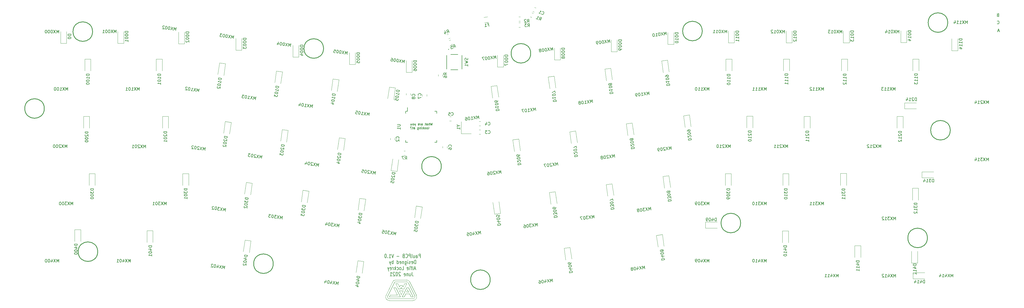
<source format=gbo>
G04 #@! TF.GenerationSoftware,KiCad,Pcbnew,(5.1.9)-1*
G04 #@! TF.CreationDate,2021-06-30T09:07:23+01:00*
G04 #@! TF.ProjectId,Paul-PCB-KICAD,5061756c-2d50-4434-922d-4b494341442e,rev?*
G04 #@! TF.SameCoordinates,Original*
G04 #@! TF.FileFunction,Legend,Bot*
G04 #@! TF.FilePolarity,Positive*
%FSLAX46Y46*%
G04 Gerber Fmt 4.6, Leading zero omitted, Abs format (unit mm)*
G04 Created by KiCad (PCBNEW (5.1.9)-1) date 2021-06-30 09:07:23*
%MOMM*%
%LPD*%
G01*
G04 APERTURE LIST*
%ADD10C,0.150000*%
%ADD11C,0.108000*%
%ADD12C,0.250000*%
%ADD13C,0.127000*%
%ADD14C,0.200000*%
%ADD15C,0.120000*%
%ADD16C,2.000000*%
%ADD17R,0.750000X1.000000*%
%ADD18C,3.000000*%
%ADD19C,3.987800*%
%ADD20C,1.750000*%
%ADD21R,2.550000X2.500000*%
%ADD22C,0.100000*%
%ADD23C,3.048000*%
%ADD24C,5.000000*%
%ADD25R,3.200000X2.000000*%
%ADD26R,2.000000X2.000000*%
%ADD27O,1.000000X1.600000*%
%ADD28O,1.000000X2.100000*%
%ADD29C,0.650000*%
%ADD30R,1.200000X1.400000*%
%ADD31R,0.900000X1.200000*%
%ADD32R,1.200000X0.900000*%
%ADD33R,0.550000X1.500000*%
%ADD34R,1.500000X0.550000*%
G04 APERTURE END LIST*
D10*
X133412857Y49838214D02*
X133234285Y49088214D01*
X133091428Y49623928D01*
X132948571Y49088214D01*
X132770000Y49838214D01*
X132484285Y49088214D02*
X132484285Y49838214D01*
X132162857Y49088214D02*
X132162857Y49481071D01*
X132198571Y49552500D01*
X132270000Y49588214D01*
X132377142Y49588214D01*
X132448571Y49552500D01*
X132484285Y49516785D01*
X131484285Y49088214D02*
X131484285Y49481071D01*
X131520000Y49552500D01*
X131591428Y49588214D01*
X131734285Y49588214D01*
X131805714Y49552500D01*
X131484285Y49123928D02*
X131555714Y49088214D01*
X131734285Y49088214D01*
X131805714Y49123928D01*
X131841428Y49195357D01*
X131841428Y49266785D01*
X131805714Y49338214D01*
X131734285Y49373928D01*
X131555714Y49373928D01*
X131484285Y49409642D01*
X131234285Y49588214D02*
X130948571Y49588214D01*
X131127142Y49838214D02*
X131127142Y49195357D01*
X131091428Y49123928D01*
X131020000Y49088214D01*
X130948571Y49088214D01*
X129805714Y49088214D02*
X129805714Y49481071D01*
X129841428Y49552500D01*
X129912857Y49588214D01*
X130055714Y49588214D01*
X130127142Y49552500D01*
X129805714Y49123928D02*
X129877142Y49088214D01*
X130055714Y49088214D01*
X130127142Y49123928D01*
X130162857Y49195357D01*
X130162857Y49266785D01*
X130127142Y49338214D01*
X130055714Y49373928D01*
X129877142Y49373928D01*
X129805714Y49409642D01*
X129448571Y49088214D02*
X129448571Y49588214D01*
X129448571Y49445357D02*
X129412857Y49516785D01*
X129377142Y49552500D01*
X129305714Y49588214D01*
X129234285Y49588214D01*
X128698571Y49123928D02*
X128770000Y49088214D01*
X128912857Y49088214D01*
X128984285Y49123928D01*
X129020000Y49195357D01*
X129020000Y49481071D01*
X128984285Y49552500D01*
X128912857Y49588214D01*
X128770000Y49588214D01*
X128698571Y49552500D01*
X128662857Y49481071D01*
X128662857Y49409642D01*
X129020000Y49338214D01*
X127841428Y49588214D02*
X127662857Y49088214D01*
X127484285Y49588214D02*
X127662857Y49088214D01*
X127734285Y48909642D01*
X127770000Y48873928D01*
X127841428Y48838214D01*
X127091428Y49088214D02*
X127162857Y49123928D01*
X127198571Y49159642D01*
X127234285Y49231071D01*
X127234285Y49445357D01*
X127198571Y49516785D01*
X127162857Y49552500D01*
X127091428Y49588214D01*
X126984285Y49588214D01*
X126912857Y49552500D01*
X126877142Y49516785D01*
X126841428Y49445357D01*
X126841428Y49231071D01*
X126877142Y49159642D01*
X126912857Y49123928D01*
X126984285Y49088214D01*
X127091428Y49088214D01*
X126198571Y49588214D02*
X126198571Y49088214D01*
X126520000Y49588214D02*
X126520000Y49195357D01*
X126484285Y49123928D01*
X126412857Y49088214D01*
X126305714Y49088214D01*
X126234285Y49123928D01*
X126198571Y49159642D01*
X132109285Y47813214D02*
X132180714Y47848928D01*
X132216428Y47920357D01*
X132216428Y48563214D01*
X131716428Y47813214D02*
X131787857Y47848928D01*
X131823571Y47884642D01*
X131859285Y47956071D01*
X131859285Y48170357D01*
X131823571Y48241785D01*
X131787857Y48277500D01*
X131716428Y48313214D01*
X131609285Y48313214D01*
X131537857Y48277500D01*
X131502142Y48241785D01*
X131466428Y48170357D01*
X131466428Y47956071D01*
X131502142Y47884642D01*
X131537857Y47848928D01*
X131609285Y47813214D01*
X131716428Y47813214D01*
X131037857Y47813214D02*
X131109285Y47848928D01*
X131145000Y47884642D01*
X131180714Y47956071D01*
X131180714Y48170357D01*
X131145000Y48241785D01*
X131109285Y48277500D01*
X131037857Y48313214D01*
X130930714Y48313214D01*
X130859285Y48277500D01*
X130823571Y48241785D01*
X130787857Y48170357D01*
X130787857Y47956071D01*
X130823571Y47884642D01*
X130859285Y47848928D01*
X130930714Y47813214D01*
X131037857Y47813214D01*
X130466428Y47813214D02*
X130466428Y48563214D01*
X130395000Y48098928D02*
X130180714Y47813214D01*
X130180714Y48313214D02*
X130466428Y48027500D01*
X129859285Y47813214D02*
X129859285Y48313214D01*
X129859285Y48563214D02*
X129895000Y48527500D01*
X129859285Y48491785D01*
X129823571Y48527500D01*
X129859285Y48563214D01*
X129859285Y48491785D01*
X129502142Y48313214D02*
X129502142Y47813214D01*
X129502142Y48241785D02*
X129466428Y48277500D01*
X129395000Y48313214D01*
X129287857Y48313214D01*
X129216428Y48277500D01*
X129180714Y48206071D01*
X129180714Y47813214D01*
X128502142Y48313214D02*
X128502142Y47706071D01*
X128537857Y47634642D01*
X128573571Y47598928D01*
X128645000Y47563214D01*
X128752142Y47563214D01*
X128823571Y47598928D01*
X128502142Y47848928D02*
X128573571Y47813214D01*
X128716428Y47813214D01*
X128787857Y47848928D01*
X128823571Y47884642D01*
X128859285Y47956071D01*
X128859285Y48170357D01*
X128823571Y48241785D01*
X128787857Y48277500D01*
X128716428Y48313214D01*
X128573571Y48313214D01*
X128502142Y48277500D01*
X127252142Y47813214D02*
X127252142Y48206071D01*
X127287857Y48277500D01*
X127359285Y48313214D01*
X127502142Y48313214D01*
X127573571Y48277500D01*
X127252142Y47848928D02*
X127323571Y47813214D01*
X127502142Y47813214D01*
X127573571Y47848928D01*
X127609285Y47920357D01*
X127609285Y47991785D01*
X127573571Y48063214D01*
X127502142Y48098928D01*
X127323571Y48098928D01*
X127252142Y48134642D01*
X127002142Y48313214D02*
X126716428Y48313214D01*
X126895000Y48563214D02*
X126895000Y47920357D01*
X126859285Y47848928D01*
X126787857Y47813214D01*
X126716428Y47813214D01*
X126359285Y47884642D02*
X126323571Y47848928D01*
X126359285Y47813214D01*
X126395000Y47848928D01*
X126359285Y47884642D01*
X126359285Y47813214D01*
X126502142Y48527500D02*
X126430714Y48563214D01*
X126252142Y48563214D01*
X126180714Y48527500D01*
X126145000Y48456071D01*
X126145000Y48384642D01*
X126180714Y48313214D01*
X126216428Y48277500D01*
X126287857Y48241785D01*
X126323571Y48206071D01*
X126359285Y48134642D01*
X126359285Y48098928D01*
X321858095Y80423333D02*
X321381904Y80423333D01*
X321953333Y80137619D02*
X321620000Y81137619D01*
X321286666Y80137619D01*
X321240476Y82862857D02*
X321288095Y82815238D01*
X321430952Y82767619D01*
X321526190Y82767619D01*
X321669047Y82815238D01*
X321764285Y82910476D01*
X321811904Y83005714D01*
X321859523Y83196190D01*
X321859523Y83339047D01*
X321811904Y83529523D01*
X321764285Y83624761D01*
X321669047Y83720000D01*
X321526190Y83767619D01*
X321430952Y83767619D01*
X321288095Y83720000D01*
X321240476Y83672380D01*
X321438571Y85751428D02*
X321295714Y85703809D01*
X321248095Y85656190D01*
X321200476Y85560952D01*
X321200476Y85418095D01*
X321248095Y85322857D01*
X321295714Y85275238D01*
X321390952Y85227619D01*
X321771904Y85227619D01*
X321771904Y86227619D01*
X321438571Y86227619D01*
X321343333Y86180000D01*
X321295714Y86132380D01*
X321248095Y86037142D01*
X321248095Y85941904D01*
X321295714Y85846666D01*
X321343333Y85799047D01*
X321438571Y85751428D01*
X321771904Y85751428D01*
D11*
X123377632Y-4205769D02*
X123630161Y-4722509D01*
X123296254Y-5405769D02*
X123043725Y-4889030D01*
X122709818Y-4205769D02*
X123377632Y-4205769D01*
X127011540Y-8041674D02*
X126343725Y-8041674D01*
X125511540Y-4972290D02*
X127011540Y-8041674D01*
X122416599Y-6005769D02*
X123670851Y-6005769D01*
X124828483Y-6370000D02*
X125526782Y-6370000D01*
X125177632Y-5655550D02*
X124828483Y-6370000D01*
X121243725Y-3605769D02*
X121911541Y-3605769D01*
X123670851Y-6005769D02*
X123043725Y-7289030D01*
X119075910Y-8641674D02*
X127011540Y-8641674D01*
X127550611Y-7778231D02*
X125382796Y-3342327D01*
X119075910Y-9241674D02*
X127011540Y-9241674D01*
X125526782Y-6370000D02*
X125177632Y-5655550D01*
X121243725Y-2405770D02*
G75*
G03*
X120165583Y-3078884I0J-1199999D01*
G01*
X123043725Y-7289030D02*
X122416599Y-6005769D01*
X122457289Y-4722509D02*
X122709818Y-4205769D01*
X122791196Y-5405769D02*
X122123381Y-5405769D01*
X121911541Y-3605769D02*
X122457289Y-4722509D01*
X122123381Y-5405769D02*
X121243725Y-3605769D01*
X118536839Y-7778231D02*
G75*
G03*
X119075910Y-8641674I539071J-263443D01*
G01*
X117997767Y-7514788D02*
G75*
G03*
X119075910Y-9241674I1078143J-526886D01*
G01*
X123043725Y-4889030D02*
X122791196Y-5405769D01*
X127011541Y-9241674D02*
G75*
G03*
X128089682Y-7514788I-1J1200000D01*
G01*
X128089682Y-7514788D02*
X125921867Y-3078884D01*
X125382796Y-3342326D02*
G75*
G03*
X124843725Y-3005769I-539071J-263443D01*
G01*
X124843725Y-3005769D02*
X121243725Y-3005769D01*
X127011540Y-8641674D02*
G75*
G03*
X127550611Y-7778231I0J600000D01*
G01*
X123964069Y-5405769D02*
X123296254Y-5405769D01*
X124843725Y-3605769D02*
X123964069Y-5405769D01*
X124175909Y-3605769D02*
X124843725Y-3605769D01*
X120165583Y-3078884D02*
X117997768Y-7514788D01*
X124843725Y-2405769D02*
X121243725Y-2405769D01*
X120704654Y-3342327D02*
X118536839Y-7778231D01*
X121243724Y-3005770D02*
G75*
G03*
X120704654Y-3342327I1J-599999D01*
G01*
X123630161Y-4722509D02*
X124175909Y-3605769D01*
X125921868Y-3078883D02*
G75*
G03*
X124843725Y-2405769I-1078143J-526886D01*
G01*
X119369129Y-7441674D02*
X121782692Y-7441674D01*
X121243725Y-4972290D02*
X122743725Y-8041674D01*
X124535264Y-6970000D02*
X124011540Y-8041674D01*
X124843725Y-4972290D02*
X125511540Y-4972290D01*
X126343725Y-8041674D02*
X125820000Y-6970000D01*
X121782692Y-7441674D02*
X120575910Y-4972290D01*
X120575910Y-4972290D02*
X121243725Y-4972290D01*
X124011540Y-8041674D02*
X123343725Y-8041674D01*
X122743725Y-8041674D02*
X119075910Y-8041674D01*
X123343725Y-8041674D02*
X124843725Y-4972290D01*
X119075910Y-8041674D02*
X119369129Y-7441674D01*
X125820000Y-6970000D02*
X124535264Y-6970000D01*
D10*
X127914285Y2959523D02*
X127914285Y4209523D01*
X127676190Y4209523D01*
X127533333Y4150000D01*
X127438095Y4030952D01*
X127390476Y3911904D01*
X127342857Y3673809D01*
X127342857Y3495238D01*
X127390476Y3257142D01*
X127438095Y3138095D01*
X127533333Y3019047D01*
X127676190Y2959523D01*
X127914285Y2959523D01*
X126533333Y3019047D02*
X126628571Y2959523D01*
X126819047Y2959523D01*
X126914285Y3019047D01*
X126961904Y3138095D01*
X126961904Y3614285D01*
X126914285Y3733333D01*
X126819047Y3792857D01*
X126628571Y3792857D01*
X126533333Y3733333D01*
X126485714Y3614285D01*
X126485714Y3495238D01*
X126961904Y3376190D01*
X126104761Y3019047D02*
X126009523Y2959523D01*
X125819047Y2959523D01*
X125723809Y3019047D01*
X125676190Y3138095D01*
X125676190Y3197619D01*
X125723809Y3316666D01*
X125819047Y3376190D01*
X125961904Y3376190D01*
X126057142Y3435714D01*
X126104761Y3554761D01*
X126104761Y3614285D01*
X126057142Y3733333D01*
X125961904Y3792857D01*
X125819047Y3792857D01*
X125723809Y3733333D01*
X125247619Y2959523D02*
X125247619Y3792857D01*
X125247619Y4209523D02*
X125295238Y4150000D01*
X125247619Y4090476D01*
X125200000Y4150000D01*
X125247619Y4209523D01*
X125247619Y4090476D01*
X124342857Y3792857D02*
X124342857Y2780952D01*
X124390476Y2661904D01*
X124438095Y2602380D01*
X124533333Y2542857D01*
X124676190Y2542857D01*
X124771428Y2602380D01*
X124342857Y3019047D02*
X124438095Y2959523D01*
X124628571Y2959523D01*
X124723809Y3019047D01*
X124771428Y3078571D01*
X124819047Y3197619D01*
X124819047Y3554761D01*
X124771428Y3673809D01*
X124723809Y3733333D01*
X124628571Y3792857D01*
X124438095Y3792857D01*
X124342857Y3733333D01*
X123866666Y3792857D02*
X123866666Y2959523D01*
X123866666Y3673809D02*
X123819047Y3733333D01*
X123723809Y3792857D01*
X123580952Y3792857D01*
X123485714Y3733333D01*
X123438095Y3614285D01*
X123438095Y2959523D01*
X122580952Y3019047D02*
X122676190Y2959523D01*
X122866666Y2959523D01*
X122961904Y3019047D01*
X123009523Y3138095D01*
X123009523Y3614285D01*
X122961904Y3733333D01*
X122866666Y3792857D01*
X122676190Y3792857D01*
X122580952Y3733333D01*
X122533333Y3614285D01*
X122533333Y3495238D01*
X123009523Y3376190D01*
X121676190Y2959523D02*
X121676190Y4209523D01*
X121676190Y3019047D02*
X121771428Y2959523D01*
X121961904Y2959523D01*
X122057142Y3019047D01*
X122104761Y3078571D01*
X122152380Y3197619D01*
X122152380Y3554761D01*
X122104761Y3673809D01*
X122057142Y3733333D01*
X121961904Y3792857D01*
X121771428Y3792857D01*
X121676190Y3733333D01*
X120438095Y2959523D02*
X120438095Y4209523D01*
X120438095Y3733333D02*
X120342857Y3792857D01*
X120152380Y3792857D01*
X120057142Y3733333D01*
X120009523Y3673809D01*
X119961904Y3554761D01*
X119961904Y3197619D01*
X120009523Y3078571D01*
X120057142Y3019047D01*
X120152380Y2959523D01*
X120342857Y2959523D01*
X120438095Y3019047D01*
X119628571Y3792857D02*
X119390476Y2959523D01*
X119152380Y3792857D02*
X119390476Y2959523D01*
X119485714Y2661904D01*
X119533333Y2602380D01*
X119628571Y2542857D01*
X127842857Y1291666D02*
X127366666Y1291666D01*
X127938095Y934523D02*
X127604761Y2184523D01*
X127271428Y934523D01*
X126795238Y934523D02*
X126890476Y994047D01*
X126938095Y1113095D01*
X126938095Y2184523D01*
X126557142Y1767857D02*
X126176190Y1767857D01*
X126414285Y934523D02*
X126414285Y2005952D01*
X126366666Y2125000D01*
X126271428Y2184523D01*
X126176190Y2184523D01*
X125842857Y934523D02*
X125842857Y1767857D01*
X125842857Y2184523D02*
X125890476Y2125000D01*
X125842857Y2065476D01*
X125795238Y2125000D01*
X125842857Y2184523D01*
X125842857Y2065476D01*
X124985714Y994047D02*
X125080952Y934523D01*
X125271428Y934523D01*
X125366666Y994047D01*
X125414285Y1113095D01*
X125414285Y1589285D01*
X125366666Y1708333D01*
X125271428Y1767857D01*
X125080952Y1767857D01*
X124985714Y1708333D01*
X124938095Y1589285D01*
X124938095Y1470238D01*
X125414285Y1351190D01*
X123271428Y934523D02*
X123747619Y934523D01*
X123747619Y2184523D01*
X122795238Y934523D02*
X122890476Y994047D01*
X122938095Y1053571D01*
X122985714Y1172619D01*
X122985714Y1529761D01*
X122938095Y1648809D01*
X122890476Y1708333D01*
X122795238Y1767857D01*
X122652380Y1767857D01*
X122557142Y1708333D01*
X122509523Y1648809D01*
X122461904Y1529761D01*
X122461904Y1172619D01*
X122509523Y1053571D01*
X122557142Y994047D01*
X122652380Y934523D01*
X122795238Y934523D01*
X121604761Y994047D02*
X121700000Y934523D01*
X121890476Y934523D01*
X121985714Y994047D01*
X122033333Y1053571D01*
X122080952Y1172619D01*
X122080952Y1529761D01*
X122033333Y1648809D01*
X121985714Y1708333D01*
X121890476Y1767857D01*
X121700000Y1767857D01*
X121604761Y1708333D01*
X121176190Y934523D02*
X121176190Y2184523D01*
X121080952Y1410714D02*
X120795238Y934523D01*
X120795238Y1767857D02*
X121176190Y1291666D01*
X120366666Y934523D02*
X120366666Y1767857D01*
X120366666Y1529761D02*
X120319047Y1648809D01*
X120271428Y1708333D01*
X120176190Y1767857D01*
X120080952Y1767857D01*
X119366666Y994047D02*
X119461904Y934523D01*
X119652380Y934523D01*
X119747619Y994047D01*
X119795238Y1113095D01*
X119795238Y1589285D01*
X119747619Y1708333D01*
X119652380Y1767857D01*
X119461904Y1767857D01*
X119366666Y1708333D01*
X119319047Y1589285D01*
X119319047Y1470238D01*
X119795238Y1351190D01*
X118985714Y1767857D02*
X118747619Y934523D01*
X118509523Y1767857D02*
X118747619Y934523D01*
X118842857Y636904D01*
X118890476Y577380D01*
X118985714Y517857D01*
X126676190Y159523D02*
X126676190Y-733333D01*
X126723809Y-911904D01*
X126819047Y-1030952D01*
X126961904Y-1090476D01*
X127057142Y-1090476D01*
X125771428Y-257142D02*
X125771428Y-1090476D01*
X126200000Y-257142D02*
X126200000Y-911904D01*
X126152380Y-1030952D01*
X126057142Y-1090476D01*
X125914285Y-1090476D01*
X125819047Y-1030952D01*
X125771428Y-971428D01*
X125295238Y-257142D02*
X125295238Y-1090476D01*
X125295238Y-376190D02*
X125247619Y-316666D01*
X125152380Y-257142D01*
X125009523Y-257142D01*
X124914285Y-316666D01*
X124866666Y-435714D01*
X124866666Y-1090476D01*
X124009523Y-1030952D02*
X124104761Y-1090476D01*
X124295238Y-1090476D01*
X124390476Y-1030952D01*
X124438095Y-911904D01*
X124438095Y-435714D01*
X124390476Y-316666D01*
X124295238Y-257142D01*
X124104761Y-257142D01*
X124009523Y-316666D01*
X123961904Y-435714D01*
X123961904Y-554761D01*
X124438095Y-673809D01*
X122819047Y40476D02*
X122771428Y100000D01*
X122676190Y159523D01*
X122438095Y159523D01*
X122342857Y100000D01*
X122295238Y40476D01*
X122247619Y-78571D01*
X122247619Y-197619D01*
X122295238Y-376190D01*
X122866666Y-1090476D01*
X122247619Y-1090476D01*
X121628571Y159523D02*
X121533333Y159523D01*
X121438095Y100000D01*
X121390476Y40476D01*
X121342857Y-78571D01*
X121295238Y-316666D01*
X121295238Y-614285D01*
X121342857Y-852380D01*
X121390476Y-971428D01*
X121438095Y-1030952D01*
X121533333Y-1090476D01*
X121628571Y-1090476D01*
X121723809Y-1030952D01*
X121771428Y-971428D01*
X121819047Y-852380D01*
X121866666Y-614285D01*
X121866666Y-316666D01*
X121819047Y-78571D01*
X121771428Y40476D01*
X121723809Y100000D01*
X121628571Y159523D01*
X120914285Y40476D02*
X120866666Y100000D01*
X120771428Y159523D01*
X120533333Y159523D01*
X120438095Y100000D01*
X120390476Y40476D01*
X120342857Y-78571D01*
X120342857Y-197619D01*
X120390476Y-376190D01*
X120961904Y-1090476D01*
X120342857Y-1090476D01*
X119390476Y-1090476D02*
X119961904Y-1090476D01*
X119676190Y-1090476D02*
X119676190Y159523D01*
X119771428Y-19047D01*
X119866666Y-138095D01*
X119961904Y-197619D01*
X129478571Y4984523D02*
X129478571Y6234523D01*
X129097619Y6234523D01*
X129002380Y6175000D01*
X128954761Y6115476D01*
X128907142Y5996428D01*
X128907142Y5817857D01*
X128954761Y5698809D01*
X129002380Y5639285D01*
X129097619Y5579761D01*
X129478571Y5579761D01*
X128050000Y4984523D02*
X128050000Y5639285D01*
X128097619Y5758333D01*
X128192857Y5817857D01*
X128383333Y5817857D01*
X128478571Y5758333D01*
X128050000Y5044047D02*
X128145238Y4984523D01*
X128383333Y4984523D01*
X128478571Y5044047D01*
X128526190Y5163095D01*
X128526190Y5282142D01*
X128478571Y5401190D01*
X128383333Y5460714D01*
X128145238Y5460714D01*
X128050000Y5520238D01*
X127145238Y5817857D02*
X127145238Y4984523D01*
X127573809Y5817857D02*
X127573809Y5163095D01*
X127526190Y5044047D01*
X127430952Y4984523D01*
X127288095Y4984523D01*
X127192857Y5044047D01*
X127145238Y5103571D01*
X126526190Y4984523D02*
X126621428Y5044047D01*
X126669047Y5163095D01*
X126669047Y6234523D01*
X126145238Y4984523D02*
X126145238Y6234523D01*
X125764285Y6234523D01*
X125669047Y6175000D01*
X125621428Y6115476D01*
X125573809Y5996428D01*
X125573809Y5817857D01*
X125621428Y5698809D01*
X125669047Y5639285D01*
X125764285Y5579761D01*
X126145238Y5579761D01*
X124573809Y5103571D02*
X124621428Y5044047D01*
X124764285Y4984523D01*
X124859523Y4984523D01*
X125002380Y5044047D01*
X125097619Y5163095D01*
X125145238Y5282142D01*
X125192857Y5520238D01*
X125192857Y5698809D01*
X125145238Y5936904D01*
X125097619Y6055952D01*
X125002380Y6175000D01*
X124859523Y6234523D01*
X124764285Y6234523D01*
X124621428Y6175000D01*
X124573809Y6115476D01*
X123811904Y5639285D02*
X123669047Y5579761D01*
X123621428Y5520238D01*
X123573809Y5401190D01*
X123573809Y5222619D01*
X123621428Y5103571D01*
X123669047Y5044047D01*
X123764285Y4984523D01*
X124145238Y4984523D01*
X124145238Y6234523D01*
X123811904Y6234523D01*
X123716666Y6175000D01*
X123669047Y6115476D01*
X123621428Y5996428D01*
X123621428Y5877380D01*
X123669047Y5758333D01*
X123716666Y5698809D01*
X123811904Y5639285D01*
X124145238Y5639285D01*
X122383333Y5460714D02*
X121621428Y5460714D01*
X120526190Y6234523D02*
X120192857Y4984523D01*
X119859523Y6234523D01*
X119002380Y4984523D02*
X119573809Y4984523D01*
X119288095Y4984523D02*
X119288095Y6234523D01*
X119383333Y6055952D01*
X119478571Y5936904D01*
X119573809Y5877380D01*
X118573809Y5103571D02*
X118526190Y5044047D01*
X118573809Y4984523D01*
X118621428Y5044047D01*
X118573809Y5103571D01*
X118573809Y4984523D01*
X117907142Y6234523D02*
X117811904Y6234523D01*
X117716666Y6175000D01*
X117669047Y6115476D01*
X117621428Y5996428D01*
X117573809Y5758333D01*
X117573809Y5460714D01*
X117621428Y5222619D01*
X117669047Y5103571D01*
X117716666Y5044047D01*
X117811904Y4984523D01*
X117907142Y4984523D01*
X118002380Y5044047D01*
X118050000Y5103571D01*
X118097619Y5222619D01*
X118145238Y5460714D01*
X118145238Y5758333D01*
X118097619Y5996428D01*
X118050000Y6115476D01*
X118002380Y6175000D01*
X117907142Y6234523D01*
D12*
X20441750Y80200000D02*
G75*
G03*
X20441750Y80200000I-3250000J0D01*
G01*
X97231649Y74572360D02*
G75*
G03*
X97231649Y74572360I-3250000J0D01*
G01*
X166109822Y72980677D02*
G75*
G03*
X166109822Y72980677I-3250000J0D01*
G01*
X223135384Y80385180D02*
G75*
G03*
X223135384Y80385180I-3250000J0D01*
G01*
D10*
X311338095Y82847619D02*
X311338095Y83847619D01*
X311004761Y83133333D01*
X310671428Y83847619D01*
X310671428Y82847619D01*
X310290476Y83847619D02*
X309623809Y82847619D01*
X309623809Y83847619D02*
X310290476Y82847619D01*
X308719047Y82847619D02*
X309290476Y82847619D01*
X309004761Y82847619D02*
X309004761Y83847619D01*
X309100000Y83704761D01*
X309195238Y83609523D01*
X309290476Y83561904D01*
X307766666Y82847619D02*
X308338095Y82847619D01*
X308052380Y82847619D02*
X308052380Y83847619D01*
X308147619Y83704761D01*
X308242857Y83609523D01*
X308338095Y83561904D01*
X306909523Y83514285D02*
X306909523Y82847619D01*
X307147619Y83895238D02*
X307385714Y83180952D01*
X306766666Y83180952D01*
D12*
X4402750Y54625000D02*
G75*
G03*
X4402750Y54625000I-3250000J0D01*
G01*
X22156250Y7000000D02*
G75*
G03*
X22156250Y7000000I-3250000J0D01*
G01*
X136386887Y35392650D02*
G75*
G03*
X136386887Y35392650I-3250000J0D01*
G01*
X80508161Y3003314D02*
G75*
G03*
X80508161Y3003314I-3250000J0D01*
G01*
X152646946Y-2325869D02*
G75*
G03*
X152646946Y-2325869I-3250000J0D01*
G01*
X235897250Y16524999D02*
G75*
G03*
X235897250Y16524999I-3250000J0D01*
G01*
X298000249Y11573500D02*
G75*
G03*
X298000249Y11573500I-3249999J0D01*
G01*
X305599874Y47386750D02*
G75*
G03*
X305599874Y47386750I-3249999J0D01*
G01*
X304762249Y83200000D02*
G75*
G03*
X304762249Y83200000I-3249999J0D01*
G01*
D13*
X143245000Y67800000D02*
X143245000Y72300000D01*
X138145000Y67800000D02*
X138145000Y72300000D01*
D14*
X138920000Y74300000D02*
G75*
G03*
X138920000Y74300000I-100000J0D01*
G01*
D13*
X139515000Y72600000D02*
X141875000Y72600000D01*
X141875000Y67500000D02*
X139515000Y67500000D01*
D15*
X162619564Y81665000D02*
X162165436Y81665000D01*
X162619564Y83135000D02*
X162165436Y83135000D01*
X162619564Y85125000D02*
X162165436Y85125000D01*
X162619564Y83655000D02*
X162165436Y83655000D01*
X166406968Y84911560D02*
X165990505Y85092643D01*
X166993129Y86259639D02*
X166576666Y86440722D01*
X167247710Y86707975D02*
X166768543Y86916323D01*
X167833871Y88056053D02*
X167354704Y88264401D01*
X142980000Y46220000D02*
X142980000Y50220000D01*
X146280000Y46220000D02*
X142980000Y46220000D01*
X123922936Y39065000D02*
X124377064Y39065000D01*
X123922936Y40535000D02*
X124377064Y40535000D01*
X136835000Y65410436D02*
X136835000Y65864564D01*
X135365000Y65410436D02*
X135365000Y65864564D01*
X139648032Y75921560D02*
X140064495Y76102643D01*
X139061871Y77269639D02*
X139478334Y77450722D01*
X138848032Y77871560D02*
X139264495Y78052643D01*
X138261871Y79219639D02*
X138678334Y79400722D01*
X150794068Y83170223D02*
X151986477Y83337805D01*
X150540773Y84972511D02*
X151733182Y85140093D01*
X293170000Y-2010000D02*
X293170000Y-10000D01*
X293170000Y-10000D02*
X297070000Y-10000D01*
X293170000Y-2010000D02*
X297070000Y-2010000D01*
X296170000Y31590000D02*
X296170000Y33590000D01*
X296170000Y33590000D02*
X300070000Y33590000D01*
X296170000Y31590000D02*
X300070000Y31590000D01*
X290440000Y54540000D02*
X290440000Y56540000D01*
X290440000Y56540000D02*
X294340000Y56540000D01*
X290440000Y54540000D02*
X294340000Y54540000D01*
X308100000Y73900000D02*
X306100000Y73900000D01*
X306100000Y73900000D02*
X306100000Y77800000D01*
X308100000Y73900000D02*
X308100000Y77800000D01*
X291100000Y76600000D02*
X289100000Y76600000D01*
X289100000Y76600000D02*
X289100000Y80500000D01*
X291100000Y76600000D02*
X291100000Y80500000D01*
X293150000Y71100000D02*
X295150000Y71100000D01*
X295150000Y71100000D02*
X295150000Y67200000D01*
X293150000Y71100000D02*
X293150000Y67200000D01*
X272000000Y76500000D02*
X270000000Y76500000D01*
X270000000Y76500000D02*
X270000000Y80400000D01*
X272000000Y76500000D02*
X272000000Y80400000D01*
X294720000Y3230000D02*
X292720000Y3230000D01*
X292720000Y3230000D02*
X292720000Y7130000D01*
X294720000Y3230000D02*
X294720000Y7130000D01*
X293010000Y28100000D02*
X295010000Y28100000D01*
X295010000Y28100000D02*
X295010000Y24200000D01*
X293010000Y28100000D02*
X293010000Y24200000D01*
X287890000Y52040000D02*
X289890000Y52040000D01*
X289890000Y52040000D02*
X289890000Y48140000D01*
X287890000Y52040000D02*
X287890000Y48140000D01*
X269400000Y71100000D02*
X271400000Y71100000D01*
X271400000Y71100000D02*
X271400000Y67200000D01*
X269400000Y71100000D02*
X269400000Y67200000D01*
X253000000Y76450000D02*
X251000000Y76450000D01*
X251000000Y76450000D02*
X251000000Y80350000D01*
X253000000Y76450000D02*
X253000000Y80350000D01*
X273850000Y8990000D02*
X275850000Y8990000D01*
X275850000Y8990000D02*
X275850000Y5090000D01*
X273850000Y8990000D02*
X273850000Y5090000D01*
X269080000Y33010000D02*
X271080000Y33010000D01*
X271080000Y33010000D02*
X271080000Y29110000D01*
X269080000Y33010000D02*
X269080000Y29110000D01*
X256980000Y52050000D02*
X258980000Y52050000D01*
X258980000Y52050000D02*
X258980000Y48150000D01*
X256980000Y52050000D02*
X256980000Y48150000D01*
X250100000Y71100000D02*
X252100000Y71100000D01*
X252100000Y71100000D02*
X252100000Y67200000D01*
X250100000Y71100000D02*
X250100000Y67200000D01*
X233800000Y76450000D02*
X231800000Y76450000D01*
X231800000Y76450000D02*
X231800000Y80350000D01*
X233800000Y76450000D02*
X233800000Y80350000D01*
X249780000Y13950000D02*
X251780000Y13950000D01*
X251780000Y13950000D02*
X251780000Y10050000D01*
X249780000Y13950000D02*
X249780000Y10050000D01*
X249900000Y33000000D02*
X251900000Y33000000D01*
X251900000Y33000000D02*
X251900000Y29100000D01*
X249900000Y33000000D02*
X249900000Y29100000D01*
X237950000Y52075000D02*
X239950000Y52075000D01*
X239950000Y52075000D02*
X239950000Y48175000D01*
X237950000Y52075000D02*
X237950000Y48175000D01*
X231000000Y71100000D02*
X233000000Y71100000D01*
X233000000Y71100000D02*
X233000000Y67200000D01*
X231000000Y71100000D02*
X231000000Y67200000D01*
X213700000Y75950000D02*
X211700000Y75950000D01*
X211700000Y75950000D02*
X211700000Y79850000D01*
X213700000Y75950000D02*
X213700000Y79850000D01*
X224160000Y14890000D02*
X224160000Y16890000D01*
X224160000Y16890000D02*
X228060000Y16890000D01*
X224160000Y14890000D02*
X228060000Y14890000D01*
X230780000Y32980000D02*
X232780000Y32980000D01*
X232780000Y32980000D02*
X232780000Y29080000D01*
X230780000Y32980000D02*
X230780000Y29080000D01*
X216876228Y52204988D02*
X218856765Y52483334D01*
X218856765Y52483334D02*
X219399540Y48621289D01*
X216876228Y52204988D02*
X217419004Y48342943D01*
X209596592Y70438930D02*
X211577129Y70717276D01*
X211577129Y70717276D02*
X212119904Y66855231D01*
X209596592Y70438930D02*
X210139368Y66576885D01*
X194850000Y73550000D02*
X192850000Y73550000D01*
X192850000Y73550000D02*
X192850000Y77450000D01*
X194850000Y73550000D02*
X194850000Y77450000D01*
X207886956Y12412872D02*
X209867493Y12691218D01*
X209867493Y12691218D02*
X210410268Y8829173D01*
X207886956Y12412872D02*
X208429732Y8550827D01*
X210056228Y31994988D02*
X212036765Y32273334D01*
X212036765Y32273334D02*
X212579540Y28411289D01*
X210056228Y31994988D02*
X210599004Y28132943D01*
X197851228Y49529988D02*
X199831765Y49808334D01*
X199831765Y49808334D02*
X200374540Y45946289D01*
X197851228Y49529988D02*
X198394004Y45667943D01*
X190716956Y67772872D02*
X192697493Y68051218D01*
X192697493Y68051218D02*
X193240268Y64189173D01*
X190716956Y67772872D02*
X191259732Y63910827D01*
X175950000Y70800000D02*
X173950000Y70800000D01*
X173950000Y70800000D02*
X173950000Y74700000D01*
X175950000Y70800000D02*
X175950000Y74700000D01*
X191156592Y29338930D02*
X193137129Y29617276D01*
X193137129Y29617276D02*
X193679904Y25755231D01*
X191156592Y29338930D02*
X191699368Y25476885D01*
X179051228Y46879988D02*
X181031765Y47158334D01*
X181031765Y47158334D02*
X181574540Y43296289D01*
X179051228Y46879988D02*
X179594004Y43017943D01*
X171887320Y65122872D02*
X173867857Y65401218D01*
X173867857Y65401218D02*
X174410632Y61539173D01*
X171887320Y65122872D02*
X172430096Y61260827D01*
X157050000Y68450000D02*
X155050000Y68450000D01*
X155050000Y68450000D02*
X155050000Y72350000D01*
X157050000Y68450000D02*
X157050000Y72350000D01*
X177206228Y8154988D02*
X179186765Y8433334D01*
X179186765Y8433334D02*
X179729540Y4571289D01*
X177206228Y8154988D02*
X177749004Y4292943D01*
X172286592Y26668930D02*
X174267129Y26947276D01*
X174267129Y26947276D02*
X174809904Y23085231D01*
X172286592Y26668930D02*
X172829368Y22806885D01*
X160141956Y44197872D02*
X162122493Y44476218D01*
X162122493Y44476218D02*
X162665268Y40614173D01*
X160141956Y44197872D02*
X160684732Y40335827D01*
X152896592Y62013930D02*
X154877129Y62292276D01*
X154877129Y62292276D02*
X155419904Y58430231D01*
X152896592Y62013930D02*
X153439368Y58151885D01*
X126700000Y66650000D02*
X124700000Y66650000D01*
X124700000Y66650000D02*
X124700000Y70550000D01*
X126700000Y66650000D02*
X126700000Y70550000D01*
X156043408Y19801070D02*
X154062871Y19522724D01*
X154062871Y19522724D02*
X153520096Y23384769D01*
X156043408Y19801070D02*
X155500632Y23663115D01*
X128053235Y22173334D02*
X130033772Y21894988D01*
X130033772Y21894988D02*
X129490996Y18032943D01*
X128053235Y22173334D02*
X127510460Y18311289D01*
X121627129Y33732724D02*
X119646592Y34011070D01*
X119646592Y34011070D02*
X120189368Y37873115D01*
X121627129Y33732724D02*
X122169904Y37594769D01*
X119093235Y61783334D02*
X121073772Y61504988D01*
X121073772Y61504988D02*
X120530996Y57642943D01*
X119093235Y61783334D02*
X118550460Y57921289D01*
X107800000Y69250000D02*
X105800000Y69250000D01*
X105800000Y69250000D02*
X105800000Y73150000D01*
X107800000Y69250000D02*
X107800000Y73150000D01*
X108603235Y4003334D02*
X110583772Y3724988D01*
X110583772Y3724988D02*
X110040996Y-137057D01*
X108603235Y4003334D02*
X108060460Y141289D01*
X109233235Y24753334D02*
X111213772Y24474988D01*
X111213772Y24474988D02*
X110670996Y20612943D01*
X109233235Y24753334D02*
X108690460Y20891289D01*
X102418235Y44908334D02*
X104398772Y44629988D01*
X104398772Y44629988D02*
X103855996Y40767943D01*
X102418235Y44908334D02*
X101875460Y41046289D01*
X100343235Y64483334D02*
X99800460Y60621289D01*
X102323772Y64204988D02*
X101780996Y60342943D01*
X100343235Y64483334D02*
X102323772Y64204988D01*
X89000000Y71750000D02*
X87000000Y71750000D01*
X87000000Y71750000D02*
X87000000Y75650000D01*
X89000000Y71750000D02*
X89000000Y75650000D01*
X90373235Y27423334D02*
X92353772Y27144988D01*
X92353772Y27144988D02*
X91810996Y23282943D01*
X90373235Y27423334D02*
X89830460Y23561289D01*
X83477507Y47626218D02*
X85458044Y47347872D01*
X85458044Y47347872D02*
X84915268Y43485827D01*
X83477507Y47626218D02*
X82934732Y43764173D01*
X81572871Y67117276D02*
X83553408Y66838930D01*
X83553408Y66838930D02*
X83010632Y62976885D01*
X81572871Y67117276D02*
X81030096Y63255231D01*
X70050000Y74050000D02*
X68050000Y74050000D01*
X68050000Y74050000D02*
X68050000Y77950000D01*
X70050000Y74050000D02*
X70050000Y77950000D01*
X71102507Y10891218D02*
X73083044Y10612872D01*
X73083044Y10612872D02*
X72540268Y6750827D01*
X71102507Y10891218D02*
X70559732Y7029173D01*
X71512507Y30051218D02*
X73493044Y29772872D01*
X73493044Y29772872D02*
X72950268Y25910827D01*
X71512507Y30051218D02*
X70969732Y26189173D01*
X64552507Y50301218D02*
X66533044Y50022872D01*
X66533044Y50022872D02*
X65990268Y46160827D01*
X64552507Y50301218D02*
X64009732Y46439173D01*
X62622871Y69817276D02*
X64603408Y69538930D01*
X64603408Y69538930D02*
X64060632Y65676885D01*
X62622871Y69817276D02*
X62080096Y65955231D01*
X51000000Y76150000D02*
X49000000Y76150000D01*
X49000000Y76150000D02*
X49000000Y80050000D01*
X51000000Y76150000D02*
X51000000Y80050000D01*
X38500000Y14000000D02*
X40500000Y14000000D01*
X40500000Y14000000D02*
X40500000Y10100000D01*
X38500000Y14000000D02*
X38500000Y10100000D01*
X50390000Y33000000D02*
X52390000Y33000000D01*
X52390000Y33000000D02*
X52390000Y29100000D01*
X50390000Y33000000D02*
X50390000Y29100000D01*
X43650000Y52025000D02*
X45650000Y52025000D01*
X45650000Y52025000D02*
X45650000Y48125000D01*
X43650000Y52025000D02*
X43650000Y48125000D01*
X41600000Y71100000D02*
X43600000Y71100000D01*
X43600000Y71100000D02*
X43600000Y67200000D01*
X41600000Y71100000D02*
X41600000Y67200000D01*
X30800000Y76350000D02*
X28800000Y76350000D01*
X28800000Y76350000D02*
X28800000Y80250000D01*
X30800000Y76350000D02*
X30800000Y80250000D01*
X14520000Y14360000D02*
X16520000Y14360000D01*
X16520000Y14360000D02*
X16520000Y10460000D01*
X14520000Y14360000D02*
X14520000Y10460000D01*
X19280000Y32990000D02*
X21280000Y32990000D01*
X21280000Y32990000D02*
X21280000Y29090000D01*
X19280000Y32990000D02*
X19280000Y29090000D01*
X17425000Y52050000D02*
X19425000Y52050000D01*
X19425000Y52050000D02*
X19425000Y48150000D01*
X17425000Y52050000D02*
X17425000Y48150000D01*
X17850000Y71100000D02*
X19850000Y71100000D01*
X19850000Y71100000D02*
X19850000Y67200000D01*
X17850000Y71100000D02*
X17850000Y67200000D01*
X11800000Y76350000D02*
X9800000Y76350000D01*
X9800000Y76350000D02*
X9800000Y80250000D01*
X11800000Y76350000D02*
X11800000Y80250000D01*
X126155000Y59148748D02*
X126155000Y59671252D01*
X124685000Y59148748D02*
X124685000Y59671252D01*
X130065000Y59261252D02*
X130065000Y58738748D01*
X131535000Y59261252D02*
X131535000Y58738748D01*
X138315000Y41518748D02*
X138315000Y42041252D01*
X136845000Y41518748D02*
X136845000Y42041252D01*
X139138748Y50495000D02*
X139661252Y50495000D01*
X139138748Y51965000D02*
X139661252Y51965000D01*
X148918748Y50355000D02*
X149441252Y50355000D01*
X148918748Y48885000D02*
X149441252Y48885000D01*
X148943748Y47530000D02*
X149466252Y47530000D01*
X148943748Y46060000D02*
X149466252Y46060000D01*
X120935000Y44238748D02*
X120935000Y44761252D01*
X119465000Y44238748D02*
X119465000Y44761252D01*
D10*
X124555000Y53705000D02*
X125130000Y53705000D01*
X124555000Y43355000D02*
X125230000Y43355000D01*
X134905000Y43355000D02*
X134230000Y43355000D01*
X134905000Y53705000D02*
X134230000Y53705000D01*
X124555000Y53705000D02*
X124555000Y53030000D01*
X134905000Y53705000D02*
X134905000Y53030000D01*
X134905000Y43355000D02*
X134905000Y44030000D01*
X124555000Y43355000D02*
X124555000Y44030000D01*
X125130000Y53705000D02*
X125130000Y54980000D01*
X145163761Y71383333D02*
X145211380Y71240476D01*
X145211380Y71002380D01*
X145163761Y70907142D01*
X145116142Y70859523D01*
X145020904Y70811904D01*
X144925666Y70811904D01*
X144830428Y70859523D01*
X144782809Y70907142D01*
X144735190Y71002380D01*
X144687571Y71192857D01*
X144639952Y71288095D01*
X144592333Y71335714D01*
X144497095Y71383333D01*
X144401857Y71383333D01*
X144306619Y71335714D01*
X144259000Y71288095D01*
X144211380Y71192857D01*
X144211380Y70954761D01*
X144259000Y70811904D01*
X144211380Y70478571D02*
X145211380Y70240476D01*
X144497095Y70050000D01*
X145211380Y69859523D01*
X144211380Y69621428D01*
X145211380Y68716666D02*
X145211380Y69288095D01*
X145211380Y69002380D02*
X144211380Y69002380D01*
X144354238Y69097619D01*
X144449476Y69192857D01*
X144497095Y69288095D01*
X244408095Y60647119D02*
X244408095Y61647119D01*
X244074761Y60932833D01*
X243741428Y61647119D01*
X243741428Y60647119D01*
X243360476Y61647119D02*
X242693809Y60647119D01*
X242693809Y61647119D02*
X243360476Y60647119D01*
X241789047Y60647119D02*
X242360476Y60647119D01*
X242074761Y60647119D02*
X242074761Y61647119D01*
X242170000Y61504261D01*
X242265238Y61409023D01*
X242360476Y61361404D01*
X240836666Y60647119D02*
X241408095Y60647119D01*
X241122380Y60647119D02*
X241122380Y61647119D01*
X241217619Y61504261D01*
X241312857Y61409023D01*
X241408095Y61361404D01*
X239884285Y60647119D02*
X240455714Y60647119D01*
X240170000Y60647119D02*
X240170000Y61647119D01*
X240265238Y61504261D01*
X240360476Y61409023D01*
X240455714Y61361404D01*
X67243354Y77890538D02*
X67382528Y78880807D01*
X66953029Y78219863D01*
X66722349Y78973589D01*
X66583176Y77983321D01*
X66345104Y79026607D02*
X65545752Y78129121D01*
X65684925Y79119389D02*
X66205931Y78036339D01*
X65119058Y79198916D02*
X65024746Y79212171D01*
X64923808Y79178270D01*
X64870025Y79137742D01*
X64809615Y79050058D01*
X64735950Y78868063D01*
X64702814Y78632284D01*
X64723460Y78437035D01*
X64757361Y78336096D01*
X64797889Y78282313D01*
X64885573Y78221903D01*
X64979885Y78208648D01*
X65080823Y78242549D01*
X65134606Y78283078D01*
X65195016Y78370762D01*
X65268681Y78552757D01*
X65301818Y78788535D01*
X65281171Y78983785D01*
X65247270Y79084723D01*
X65206742Y79138506D01*
X65119058Y79198916D01*
X64175945Y79331462D02*
X64081634Y79344717D01*
X63980695Y79310816D01*
X63926913Y79270287D01*
X63866502Y79182604D01*
X63792838Y79000608D01*
X63759701Y78764830D01*
X63780348Y78569580D01*
X63814249Y78468642D01*
X63854777Y78414859D01*
X63942461Y78354449D01*
X64036772Y78341194D01*
X64137711Y78375095D01*
X64191494Y78415624D01*
X64251904Y78503308D01*
X64325569Y78685303D01*
X64358705Y78921081D01*
X64338059Y79116331D01*
X64304158Y79217269D01*
X64263629Y79271052D01*
X64175945Y79331462D01*
X63515767Y79424244D02*
X62902743Y79510399D01*
X63179815Y79086763D01*
X63038348Y79106645D01*
X62937409Y79072744D01*
X62883626Y79032216D01*
X62823216Y78944532D01*
X62790080Y78708754D01*
X62823981Y78607815D01*
X62864509Y78554032D01*
X62952193Y78493622D01*
X63235127Y78453858D01*
X63336065Y78487759D01*
X63389848Y78528288D01*
X102308187Y15175253D02*
X102447361Y16165522D01*
X102017862Y15504578D01*
X101787182Y16258304D01*
X101648009Y15268036D01*
X101409937Y16311322D02*
X100610585Y15413836D01*
X100749758Y16404104D02*
X101270764Y15321054D01*
X100466824Y16443868D02*
X99853801Y16530022D01*
X100130872Y16106386D01*
X99989406Y16126268D01*
X99888467Y16092367D01*
X99834684Y16051839D01*
X99774274Y15964155D01*
X99741137Y15728377D01*
X99775038Y15627438D01*
X99815567Y15573655D01*
X99903251Y15513245D01*
X100186184Y15473482D01*
X100287123Y15507383D01*
X100340906Y15547911D01*
X99240778Y16616177D02*
X99146467Y16629432D01*
X99045528Y16595531D01*
X98991746Y16555002D01*
X98931335Y16467319D01*
X98857671Y16285323D01*
X98824534Y16049545D01*
X98845181Y15854295D01*
X98879082Y15753357D01*
X98919610Y15699574D01*
X99007294Y15639164D01*
X99101605Y15625909D01*
X99202544Y15659810D01*
X99256327Y15700339D01*
X99316737Y15788023D01*
X99390402Y15970018D01*
X99423538Y16205796D01*
X99402892Y16401046D01*
X99368991Y16501984D01*
X99328462Y16555767D01*
X99240778Y16616177D01*
X98015497Y16451770D02*
X97922715Y15791591D01*
X98304293Y16795879D02*
X98440662Y16055408D01*
X97827639Y16141563D01*
X288568095Y79727619D02*
X288568095Y80727619D01*
X288234761Y80013333D01*
X287901428Y80727619D01*
X287901428Y79727619D01*
X287520476Y80727619D02*
X286853809Y79727619D01*
X286853809Y80727619D02*
X287520476Y79727619D01*
X286282380Y80727619D02*
X286187142Y80727619D01*
X286091904Y80680000D01*
X286044285Y80632380D01*
X285996666Y80537142D01*
X285949047Y80346666D01*
X285949047Y80108571D01*
X285996666Y79918095D01*
X286044285Y79822857D01*
X286091904Y79775238D01*
X286187142Y79727619D01*
X286282380Y79727619D01*
X286377619Y79775238D01*
X286425238Y79822857D01*
X286472857Y79918095D01*
X286520476Y80108571D01*
X286520476Y80346666D01*
X286472857Y80537142D01*
X286425238Y80632380D01*
X286377619Y80680000D01*
X286282380Y80727619D01*
X284996666Y79727619D02*
X285568095Y79727619D01*
X285282380Y79727619D02*
X285282380Y80727619D01*
X285377619Y80584761D01*
X285472857Y80489523D01*
X285568095Y80441904D01*
X284139523Y80394285D02*
X284139523Y79727619D01*
X284377619Y80775238D02*
X284615714Y80060952D01*
X283996666Y80060952D01*
X124073354Y69770538D02*
X124212528Y70760807D01*
X123783029Y70099863D01*
X123552349Y70853589D01*
X123413176Y69863321D01*
X123175104Y70906607D02*
X122375752Y70009121D01*
X122514925Y70999389D02*
X123035931Y69916339D01*
X121949058Y71078916D02*
X121854746Y71092171D01*
X121753808Y71058270D01*
X121700025Y71017742D01*
X121639615Y70930058D01*
X121565950Y70748063D01*
X121532814Y70512284D01*
X121553460Y70317035D01*
X121587361Y70216096D01*
X121627889Y70162313D01*
X121715573Y70101903D01*
X121809885Y70088648D01*
X121910823Y70122549D01*
X121964606Y70163078D01*
X122025016Y70250762D01*
X122098681Y70432757D01*
X122131818Y70668535D01*
X122111171Y70863785D01*
X122077270Y70964723D01*
X122036742Y71018506D01*
X121949058Y71078916D01*
X121005945Y71211462D02*
X120911634Y71224717D01*
X120810695Y71190816D01*
X120756913Y71150287D01*
X120696502Y71062604D01*
X120622838Y70880608D01*
X120589701Y70644830D01*
X120610348Y70449580D01*
X120644249Y70348642D01*
X120684777Y70294859D01*
X120772461Y70234449D01*
X120866772Y70221194D01*
X120967711Y70255095D01*
X121021494Y70295624D01*
X121081904Y70383308D01*
X121155569Y70565303D01*
X121188705Y70801081D01*
X121168059Y70996331D01*
X121134158Y71097269D01*
X121093629Y71151052D01*
X121005945Y71211462D01*
X119827055Y71377145D02*
X120015677Y71350635D01*
X120103361Y71290225D01*
X120143889Y71236442D01*
X120218319Y71081721D01*
X120238965Y70886471D01*
X120185947Y70509226D01*
X120125537Y70421542D01*
X120071754Y70381014D01*
X119970815Y70347113D01*
X119782193Y70373622D01*
X119694509Y70434032D01*
X119653981Y70487815D01*
X119620080Y70588754D01*
X119653216Y70824532D01*
X119713626Y70912216D01*
X119767409Y70952744D01*
X119868348Y70986645D01*
X120056970Y70960136D01*
X120144654Y70899726D01*
X120185182Y70845943D01*
X120219083Y70745004D01*
X306488095Y-1440380D02*
X306488095Y-440380D01*
X306154761Y-1154666D01*
X305821428Y-440380D01*
X305821428Y-1440380D01*
X305440476Y-440380D02*
X304773809Y-1440380D01*
X304773809Y-440380D02*
X305440476Y-1440380D01*
X303964285Y-773714D02*
X303964285Y-1440380D01*
X304202380Y-392761D02*
X304440476Y-1107047D01*
X303821428Y-1107047D01*
X302916666Y-1440380D02*
X303488095Y-1440380D01*
X303202380Y-1440380D02*
X303202380Y-440380D01*
X303297619Y-583238D01*
X303392857Y-678476D01*
X303488095Y-726095D01*
X302059523Y-773714D02*
X302059523Y-1440380D01*
X302297619Y-392761D02*
X302535714Y-1107047D01*
X301916666Y-1107047D01*
X287458095Y-1450380D02*
X287458095Y-450380D01*
X287124761Y-1164666D01*
X286791428Y-450380D01*
X286791428Y-1450380D01*
X286410476Y-450380D02*
X285743809Y-1450380D01*
X285743809Y-450380D02*
X286410476Y-1450380D01*
X284934285Y-783714D02*
X284934285Y-1450380D01*
X285172380Y-402761D02*
X285410476Y-1117047D01*
X284791428Y-1117047D01*
X283886666Y-1450380D02*
X284458095Y-1450380D01*
X284172380Y-1450380D02*
X284172380Y-450380D01*
X284267619Y-593238D01*
X284362857Y-688476D01*
X284458095Y-736095D01*
X283505714Y-545619D02*
X283458095Y-498000D01*
X283362857Y-450380D01*
X283124761Y-450380D01*
X283029523Y-498000D01*
X282981904Y-545619D01*
X282934285Y-640857D01*
X282934285Y-736095D01*
X282981904Y-878952D01*
X283553333Y-1450380D01*
X282934285Y-1450380D01*
X268428095Y-1440380D02*
X268428095Y-440380D01*
X268094761Y-1154666D01*
X267761428Y-440380D01*
X267761428Y-1440380D01*
X267380476Y-440380D02*
X266713809Y-1440380D01*
X266713809Y-440380D02*
X267380476Y-1440380D01*
X265904285Y-773714D02*
X265904285Y-1440380D01*
X266142380Y-392761D02*
X266380476Y-1107047D01*
X265761428Y-1107047D01*
X264856666Y-1440380D02*
X265428095Y-1440380D01*
X265142380Y-1440380D02*
X265142380Y-440380D01*
X265237619Y-583238D01*
X265332857Y-678476D01*
X265428095Y-726095D01*
X263904285Y-1440380D02*
X264475714Y-1440380D01*
X264190000Y-1440380D02*
X264190000Y-440380D01*
X264285238Y-583238D01*
X264380476Y-678476D01*
X264475714Y-726095D01*
X244418095Y3509619D02*
X244418095Y4509619D01*
X244084761Y3795333D01*
X243751428Y4509619D01*
X243751428Y3509619D01*
X243370476Y4509619D02*
X242703809Y3509619D01*
X242703809Y4509619D02*
X243370476Y3509619D01*
X241894285Y4176285D02*
X241894285Y3509619D01*
X242132380Y4557238D02*
X242370476Y3842952D01*
X241751428Y3842952D01*
X240846666Y3509619D02*
X241418095Y3509619D01*
X241132380Y3509619D02*
X241132380Y4509619D01*
X241227619Y4366761D01*
X241322857Y4271523D01*
X241418095Y4223904D01*
X240227619Y4509619D02*
X240132380Y4509619D01*
X240037142Y4462000D01*
X239989523Y4414380D01*
X239941904Y4319142D01*
X239894285Y4128666D01*
X239894285Y3890571D01*
X239941904Y3700095D01*
X239989523Y3604857D01*
X240037142Y3557238D01*
X240132380Y3509619D01*
X240227619Y3509619D01*
X240322857Y3557238D01*
X240370476Y3604857D01*
X240418095Y3700095D01*
X240465714Y3890571D01*
X240465714Y4128666D01*
X240418095Y4319142D01*
X240370476Y4414380D01*
X240322857Y4462000D01*
X240227619Y4509619D01*
X225348095Y3509619D02*
X225348095Y4509619D01*
X225014761Y3795333D01*
X224681428Y4509619D01*
X224681428Y3509619D01*
X224300476Y4509619D02*
X223633809Y3509619D01*
X223633809Y4509619D02*
X224300476Y3509619D01*
X222824285Y4176285D02*
X222824285Y3509619D01*
X223062380Y4557238D02*
X223300476Y3842952D01*
X222681428Y3842952D01*
X222110000Y4509619D02*
X222014761Y4509619D01*
X221919523Y4462000D01*
X221871904Y4414380D01*
X221824285Y4319142D01*
X221776666Y4128666D01*
X221776666Y3890571D01*
X221824285Y3700095D01*
X221871904Y3604857D01*
X221919523Y3557238D01*
X222014761Y3509619D01*
X222110000Y3509619D01*
X222205238Y3557238D01*
X222252857Y3604857D01*
X222300476Y3700095D01*
X222348095Y3890571D01*
X222348095Y4128666D01*
X222300476Y4319142D01*
X222252857Y4414380D01*
X222205238Y4462000D01*
X222110000Y4509619D01*
X221300476Y3509619D02*
X221110000Y3509619D01*
X221014761Y3557238D01*
X220967142Y3604857D01*
X220871904Y3747714D01*
X220824285Y3938190D01*
X220824285Y4319142D01*
X220871904Y4414380D01*
X220919523Y4462000D01*
X221014761Y4509619D01*
X221205238Y4509619D01*
X221300476Y4462000D01*
X221348095Y4414380D01*
X221395714Y4319142D01*
X221395714Y4081047D01*
X221348095Y3985809D01*
X221300476Y3938190D01*
X221205238Y3890571D01*
X221014761Y3890571D01*
X220919523Y3938190D01*
X220871904Y3985809D01*
X220824285Y4081047D01*
X204038749Y1323295D02*
X203899576Y2313563D01*
X203668896Y1559837D01*
X203239397Y2220781D01*
X203378570Y1230513D01*
X202862152Y2167762D02*
X202341147Y1084712D01*
X202201974Y2074980D02*
X203001325Y1177494D01*
X201446719Y1632227D02*
X201539501Y972048D01*
X201629479Y2042608D02*
X201964666Y1368411D01*
X201351643Y1282256D01*
X200692994Y1862907D02*
X200598682Y1849652D01*
X200510998Y1789242D01*
X200470470Y1735459D01*
X200436569Y1634521D01*
X200415923Y1439271D01*
X200449059Y1203493D01*
X200522724Y1021498D01*
X200583134Y933814D01*
X200636917Y893285D01*
X200737855Y859384D01*
X200832167Y872639D01*
X200919851Y933049D01*
X200960379Y986832D01*
X200994280Y1087771D01*
X201014926Y1283020D01*
X200981790Y1518799D01*
X200908125Y1700794D01*
X200847715Y1788478D01*
X200793932Y1829006D01*
X200692994Y1862907D01*
X199856682Y1312588D02*
X199944366Y1372998D01*
X199984895Y1426781D01*
X200018796Y1527720D01*
X200012168Y1574875D01*
X199951758Y1662559D01*
X199897975Y1703087D01*
X199797037Y1736989D01*
X199608414Y1710479D01*
X199520730Y1650069D01*
X199480202Y1596286D01*
X199446301Y1495348D01*
X199452928Y1448192D01*
X199513338Y1360508D01*
X199567121Y1319980D01*
X199668060Y1286079D01*
X199856682Y1312588D01*
X199957621Y1278687D01*
X200011404Y1238159D01*
X200071814Y1150475D01*
X200098323Y961852D01*
X200064422Y860914D01*
X200023894Y807131D01*
X199936210Y746720D01*
X199747587Y720211D01*
X199646649Y754112D01*
X199592866Y794641D01*
X199532456Y882325D01*
X199505947Y1070947D01*
X199539848Y1171886D01*
X199580376Y1225669D01*
X199668060Y1286079D01*
X149509833Y12896971D02*
X149370660Y13887239D01*
X149139980Y13133513D01*
X148710481Y13794457D01*
X148849654Y12804189D01*
X148333236Y13741438D02*
X147812231Y12658388D01*
X147673058Y13648656D02*
X148472409Y12751170D01*
X146917803Y13205903D02*
X147010585Y12545724D01*
X147100563Y13616284D02*
X147435750Y12942087D01*
X146822727Y12855932D01*
X146164078Y13436583D02*
X146069766Y13423328D01*
X145982082Y13362918D01*
X145941554Y13309135D01*
X145907653Y13208197D01*
X145887007Y13012947D01*
X145920143Y12777169D01*
X145993808Y12595174D01*
X146054218Y12507490D01*
X146108001Y12466961D01*
X146208939Y12433060D01*
X146303251Y12446315D01*
X146390935Y12506725D01*
X146431463Y12560508D01*
X146465364Y12661447D01*
X146486010Y12856696D01*
X146452874Y13092475D01*
X146379209Y13274470D01*
X146318799Y13362154D01*
X146265016Y13402682D01*
X146164078Y13436583D01*
X144938031Y13264274D02*
X145409588Y13330546D01*
X145523016Y12865617D01*
X145469233Y12906146D01*
X145368295Y12940047D01*
X145132517Y12906910D01*
X145044833Y12846500D01*
X145004304Y12792717D01*
X144970403Y12691779D01*
X145003540Y12456001D01*
X145063950Y12368317D01*
X145117733Y12327788D01*
X145218671Y12293887D01*
X145454449Y12327024D01*
X145542133Y12387434D01*
X145582662Y12441217D01*
X318318095Y37239619D02*
X318318095Y38239619D01*
X317984761Y37525333D01*
X317651428Y38239619D01*
X317651428Y37239619D01*
X317270476Y38239619D02*
X316603809Y37239619D01*
X316603809Y38239619D02*
X317270476Y37239619D01*
X316318095Y38239619D02*
X315699047Y38239619D01*
X316032380Y37858666D01*
X315889523Y37858666D01*
X315794285Y37811047D01*
X315746666Y37763428D01*
X315699047Y37668190D01*
X315699047Y37430095D01*
X315746666Y37334857D01*
X315794285Y37287238D01*
X315889523Y37239619D01*
X316175238Y37239619D01*
X316270476Y37287238D01*
X316318095Y37334857D01*
X314746666Y37239619D02*
X315318095Y37239619D01*
X315032380Y37239619D02*
X315032380Y38239619D01*
X315127619Y38096761D01*
X315222857Y38001523D01*
X315318095Y37953904D01*
X313889523Y37906285D02*
X313889523Y37239619D01*
X314127619Y38287238D02*
X314365714Y37572952D01*
X313746666Y37572952D01*
X287458095Y17599619D02*
X287458095Y18599619D01*
X287124761Y17885333D01*
X286791428Y18599619D01*
X286791428Y17599619D01*
X286410476Y18599619D02*
X285743809Y17599619D01*
X285743809Y18599619D02*
X286410476Y17599619D01*
X285458095Y18599619D02*
X284839047Y18599619D01*
X285172380Y18218666D01*
X285029523Y18218666D01*
X284934285Y18171047D01*
X284886666Y18123428D01*
X284839047Y18028190D01*
X284839047Y17790095D01*
X284886666Y17694857D01*
X284934285Y17647238D01*
X285029523Y17599619D01*
X285315238Y17599619D01*
X285410476Y17647238D01*
X285458095Y17694857D01*
X283886666Y17599619D02*
X284458095Y17599619D01*
X284172380Y17599619D02*
X284172380Y18599619D01*
X284267619Y18456761D01*
X284362857Y18361523D01*
X284458095Y18313904D01*
X283505714Y18504380D02*
X283458095Y18552000D01*
X283362857Y18599619D01*
X283124761Y18599619D01*
X283029523Y18552000D01*
X282981904Y18504380D01*
X282934285Y18409142D01*
X282934285Y18313904D01*
X282981904Y18171047D01*
X283553333Y17599619D01*
X282934285Y17599619D01*
X263458095Y22547119D02*
X263458095Y23547119D01*
X263124761Y22832833D01*
X262791428Y23547119D01*
X262791428Y22547119D01*
X262410476Y23547119D02*
X261743809Y22547119D01*
X261743809Y23547119D02*
X262410476Y22547119D01*
X261458095Y23547119D02*
X260839047Y23547119D01*
X261172380Y23166166D01*
X261029523Y23166166D01*
X260934285Y23118547D01*
X260886666Y23070928D01*
X260839047Y22975690D01*
X260839047Y22737595D01*
X260886666Y22642357D01*
X260934285Y22594738D01*
X261029523Y22547119D01*
X261315238Y22547119D01*
X261410476Y22594738D01*
X261458095Y22642357D01*
X259886666Y22547119D02*
X260458095Y22547119D01*
X260172380Y22547119D02*
X260172380Y23547119D01*
X260267619Y23404261D01*
X260362857Y23309023D01*
X260458095Y23261404D01*
X258934285Y22547119D02*
X259505714Y22547119D01*
X259220000Y22547119D02*
X259220000Y23547119D01*
X259315238Y23404261D01*
X259410476Y23309023D01*
X259505714Y23261404D01*
X244408095Y22547119D02*
X244408095Y23547119D01*
X244074761Y22832833D01*
X243741428Y23547119D01*
X243741428Y22547119D01*
X243360476Y23547119D02*
X242693809Y22547119D01*
X242693809Y23547119D02*
X243360476Y22547119D01*
X242408095Y23547119D02*
X241789047Y23547119D01*
X242122380Y23166166D01*
X241979523Y23166166D01*
X241884285Y23118547D01*
X241836666Y23070928D01*
X241789047Y22975690D01*
X241789047Y22737595D01*
X241836666Y22642357D01*
X241884285Y22594738D01*
X241979523Y22547119D01*
X242265238Y22547119D01*
X242360476Y22594738D01*
X242408095Y22642357D01*
X240836666Y22547119D02*
X241408095Y22547119D01*
X241122380Y22547119D02*
X241122380Y23547119D01*
X241217619Y23404261D01*
X241312857Y23309023D01*
X241408095Y23261404D01*
X240217619Y23547119D02*
X240122380Y23547119D01*
X240027142Y23499500D01*
X239979523Y23451880D01*
X239931904Y23356642D01*
X239884285Y23166166D01*
X239884285Y22928071D01*
X239931904Y22737595D01*
X239979523Y22642357D01*
X240027142Y22594738D01*
X240122380Y22547119D01*
X240217619Y22547119D01*
X240312857Y22594738D01*
X240360476Y22642357D01*
X240408095Y22737595D01*
X240455714Y22928071D01*
X240455714Y23166166D01*
X240408095Y23356642D01*
X240360476Y23451880D01*
X240312857Y23499500D01*
X240217619Y23547119D01*
X225358095Y22547119D02*
X225358095Y23547119D01*
X225024761Y22832833D01*
X224691428Y23547119D01*
X224691428Y22547119D01*
X224310476Y23547119D02*
X223643809Y22547119D01*
X223643809Y23547119D02*
X224310476Y22547119D01*
X223358095Y23547119D02*
X222739047Y23547119D01*
X223072380Y23166166D01*
X222929523Y23166166D01*
X222834285Y23118547D01*
X222786666Y23070928D01*
X222739047Y22975690D01*
X222739047Y22737595D01*
X222786666Y22642357D01*
X222834285Y22594738D01*
X222929523Y22547119D01*
X223215238Y22547119D01*
X223310476Y22594738D01*
X223358095Y22642357D01*
X222120000Y23547119D02*
X222024761Y23547119D01*
X221929523Y23499500D01*
X221881904Y23451880D01*
X221834285Y23356642D01*
X221786666Y23166166D01*
X221786666Y22928071D01*
X221834285Y22737595D01*
X221881904Y22642357D01*
X221929523Y22594738D01*
X222024761Y22547119D01*
X222120000Y22547119D01*
X222215238Y22594738D01*
X222262857Y22642357D01*
X222310476Y22737595D01*
X222358095Y22928071D01*
X222358095Y23166166D01*
X222310476Y23356642D01*
X222262857Y23451880D01*
X222215238Y23499500D01*
X222120000Y23547119D01*
X221310476Y22547119D02*
X221120000Y22547119D01*
X221024761Y22594738D01*
X220977142Y22642357D01*
X220881904Y22785214D01*
X220834285Y22975690D01*
X220834285Y23356642D01*
X220881904Y23451880D01*
X220929523Y23499500D01*
X221024761Y23547119D01*
X221215238Y23547119D01*
X221310476Y23499500D01*
X221358095Y23451880D01*
X221405714Y23356642D01*
X221405714Y23118547D01*
X221358095Y23023309D01*
X221310476Y22975690D01*
X221215238Y22928071D01*
X221024761Y22928071D01*
X220929523Y22975690D01*
X220881904Y23023309D01*
X220834285Y23118547D01*
X206103653Y20850714D02*
X205964480Y21840982D01*
X205733800Y21087256D01*
X205304301Y21748200D01*
X205443474Y20757932D01*
X204927056Y21695181D02*
X204406051Y20612131D01*
X204266878Y21602399D02*
X205066229Y20704913D01*
X203983944Y21562636D02*
X203370921Y21476481D01*
X203754028Y21145627D01*
X203612561Y21125745D01*
X203524878Y21065335D01*
X203484349Y21011552D01*
X203450448Y20910613D01*
X203483585Y20674835D01*
X203543995Y20587151D01*
X203597778Y20546623D01*
X203698716Y20512722D01*
X203981650Y20552486D01*
X204069334Y20612896D01*
X204109862Y20666679D01*
X202757898Y21390326D02*
X202663586Y21377071D01*
X202575902Y21316661D01*
X202535374Y21262878D01*
X202501473Y21161940D01*
X202480827Y20966690D01*
X202513963Y20730912D01*
X202587628Y20548917D01*
X202648038Y20461233D01*
X202701821Y20420704D01*
X202802759Y20386803D01*
X202897071Y20400058D01*
X202984755Y20460468D01*
X203025283Y20514251D01*
X203059184Y20615190D01*
X203079830Y20810439D01*
X203046694Y21046218D01*
X202973029Y21228213D01*
X202912619Y21315897D01*
X202858836Y21356425D01*
X202757898Y21390326D01*
X201921586Y20840007D02*
X202009270Y20900417D01*
X202049799Y20954200D01*
X202083700Y21055139D01*
X202077072Y21102294D01*
X202016662Y21189978D01*
X201962879Y21230506D01*
X201861941Y21264408D01*
X201673318Y21237898D01*
X201585634Y21177488D01*
X201545106Y21123705D01*
X201511205Y21022767D01*
X201517832Y20975611D01*
X201578242Y20887927D01*
X201632025Y20847399D01*
X201732964Y20813498D01*
X201921586Y20840007D01*
X202022525Y20806106D01*
X202076308Y20765578D01*
X202136718Y20677894D01*
X202163227Y20489271D01*
X202129326Y20388333D01*
X202088798Y20334550D01*
X202001114Y20274139D01*
X201812491Y20247630D01*
X201711553Y20281531D01*
X201657770Y20322060D01*
X201597360Y20409744D01*
X201570851Y20598366D01*
X201604752Y20699305D01*
X201645280Y20753088D01*
X201732964Y20813498D01*
X187239046Y18199466D02*
X187099873Y19189734D01*
X186869193Y18436008D01*
X186439694Y19096952D01*
X186578867Y18106684D01*
X186062449Y19043933D02*
X185541444Y17960883D01*
X185402271Y18951151D02*
X186201622Y18053665D01*
X185119337Y18911388D02*
X184506314Y18825233D01*
X184889421Y18494379D01*
X184747954Y18474497D01*
X184660271Y18414087D01*
X184619742Y18360304D01*
X184585841Y18259365D01*
X184618978Y18023587D01*
X184679388Y17935903D01*
X184733171Y17895375D01*
X184834109Y17861474D01*
X185117043Y17901238D01*
X185204727Y17961648D01*
X185245255Y18015431D01*
X183893291Y18739078D02*
X183798979Y18725823D01*
X183711295Y18665413D01*
X183670767Y18611630D01*
X183636866Y18510692D01*
X183616220Y18315442D01*
X183649356Y18079664D01*
X183723021Y17897669D01*
X183783431Y17809985D01*
X183837214Y17769456D01*
X183938152Y17735555D01*
X184032464Y17748810D01*
X184120148Y17809220D01*
X184160676Y17863003D01*
X184194577Y17963942D01*
X184215223Y18159191D01*
X184182087Y18394970D01*
X184108422Y18576965D01*
X184048012Y18664649D01*
X183994229Y18705177D01*
X183893291Y18739078D01*
X183233112Y18646296D02*
X182572933Y18553514D01*
X183136507Y17622891D01*
X168374440Y15548219D02*
X168235267Y16538487D01*
X168004587Y15784761D01*
X167575088Y16445705D01*
X167714261Y15455437D01*
X167197843Y16392686D02*
X166676838Y15309636D01*
X166537665Y16299904D02*
X167337016Y15402418D01*
X166254731Y16260141D02*
X165641708Y16173986D01*
X166024815Y15843132D01*
X165883348Y15823250D01*
X165795665Y15762840D01*
X165755136Y15709057D01*
X165721235Y15608118D01*
X165754372Y15372340D01*
X165814782Y15284656D01*
X165868565Y15244128D01*
X165969503Y15210227D01*
X166252437Y15249991D01*
X166340121Y15310401D01*
X166380649Y15364184D01*
X165028685Y16087831D02*
X164934373Y16074576D01*
X164846689Y16014166D01*
X164806161Y15960383D01*
X164772260Y15859445D01*
X164751614Y15664195D01*
X164784750Y15428417D01*
X164858415Y15246422D01*
X164918825Y15158738D01*
X164972608Y15118209D01*
X165073546Y15084308D01*
X165167858Y15097563D01*
X165255542Y15157973D01*
X165296070Y15211756D01*
X165329971Y15312695D01*
X165350617Y15507944D01*
X165317481Y15743723D01*
X165243816Y15925718D01*
X165183406Y16013402D01*
X165129623Y16053930D01*
X165028685Y16087831D01*
X163849794Y15922149D02*
X164038417Y15948658D01*
X164139355Y15914757D01*
X164193138Y15874229D01*
X164307331Y15746016D01*
X164380996Y15564021D01*
X164434014Y15186776D01*
X164400113Y15085838D01*
X164359585Y15032055D01*
X164271901Y14971644D01*
X164083278Y14945135D01*
X163982340Y14979036D01*
X163928557Y15019565D01*
X163868147Y15107249D01*
X163835010Y15343027D01*
X163868911Y15443965D01*
X163909440Y15497748D01*
X163997124Y15558158D01*
X164185746Y15584668D01*
X164286685Y15550767D01*
X164340468Y15510238D01*
X164400878Y15422554D01*
X121172794Y12524005D02*
X121311968Y13514274D01*
X120882469Y12853330D01*
X120651789Y13607056D01*
X120512616Y12616788D01*
X120274544Y13660074D02*
X119475192Y12762588D01*
X119614365Y13752856D02*
X120135371Y12669806D01*
X119331431Y13792620D02*
X118718408Y13878774D01*
X118995479Y13455138D01*
X118854013Y13475020D01*
X118753074Y13441119D01*
X118699291Y13400591D01*
X118638881Y13312907D01*
X118605744Y13077129D01*
X118639645Y12976190D01*
X118680174Y12922407D01*
X118767858Y12861997D01*
X119050791Y12822234D01*
X119151730Y12856135D01*
X119205513Y12896663D01*
X118105385Y13964929D02*
X118011074Y13978184D01*
X117910135Y13944283D01*
X117856353Y13903754D01*
X117795942Y13816071D01*
X117722278Y13634075D01*
X117689141Y13398297D01*
X117709788Y13203047D01*
X117743689Y13102109D01*
X117784217Y13048326D01*
X117871901Y12987916D01*
X117966212Y12974661D01*
X118067151Y13008562D01*
X118120934Y13049091D01*
X118181344Y13136775D01*
X118255009Y13318770D01*
X118288145Y13554548D01*
X118267499Y13749798D01*
X118233598Y13850736D01*
X118193069Y13904519D01*
X118105385Y13964929D01*
X116879339Y14137239D02*
X117350895Y14070966D01*
X117331778Y13592782D01*
X117291250Y13646565D01*
X117203566Y13706976D01*
X116967788Y13740112D01*
X116866849Y13706211D01*
X116813066Y13665683D01*
X116752656Y13577999D01*
X116719520Y13342221D01*
X116753421Y13241282D01*
X116793949Y13187499D01*
X116881633Y13127089D01*
X117117411Y13093952D01*
X117218350Y13127853D01*
X117272132Y13168382D01*
X83443581Y17826500D02*
X83582755Y18816769D01*
X83153256Y18155825D01*
X82922576Y18909551D01*
X82783403Y17919283D01*
X82545331Y18962569D02*
X81745979Y18065083D01*
X81885152Y19055351D02*
X82406158Y17972301D01*
X81602218Y19095115D02*
X80989195Y19181269D01*
X81266266Y18757633D01*
X81124800Y18777515D01*
X81023861Y18743614D01*
X80970078Y18703086D01*
X80909668Y18615402D01*
X80876531Y18379624D01*
X80910432Y18278685D01*
X80950961Y18224902D01*
X81038645Y18164492D01*
X81321578Y18124729D01*
X81422517Y18158630D01*
X81476300Y18199158D01*
X80376172Y19267424D02*
X80281861Y19280679D01*
X80180922Y19246778D01*
X80127140Y19206249D01*
X80066729Y19118566D01*
X79993065Y18936570D01*
X79959928Y18700792D01*
X79980575Y18505542D01*
X80014476Y18404604D01*
X80055004Y18350821D01*
X80142688Y18290411D01*
X80236999Y18277156D01*
X80337938Y18311057D01*
X80391721Y18351586D01*
X80452131Y18439270D01*
X80525796Y18621265D01*
X80558932Y18857043D01*
X80538286Y19052293D01*
X80504385Y19153231D01*
X80463856Y19207014D01*
X80376172Y19267424D01*
X79715994Y19360206D02*
X79102970Y19446361D01*
X79380042Y19022725D01*
X79238575Y19042607D01*
X79137636Y19008706D01*
X79083853Y18968178D01*
X79023443Y18880494D01*
X78990307Y18644716D01*
X79024208Y18543777D01*
X79064736Y18489994D01*
X79152420Y18429584D01*
X79435354Y18389820D01*
X79536292Y18423721D01*
X79590075Y18464250D01*
X64578974Y20477748D02*
X64718148Y21468017D01*
X64288649Y20807073D01*
X64057969Y21560799D01*
X63918796Y20570531D01*
X63680724Y21613817D02*
X62881372Y20716331D01*
X63020545Y21706599D02*
X63541551Y20623549D01*
X62737611Y21746363D02*
X62124588Y21832517D01*
X62401659Y21408881D01*
X62260193Y21428763D01*
X62159254Y21394862D01*
X62105471Y21354334D01*
X62045061Y21266650D01*
X62011924Y21030872D01*
X62045825Y20929933D01*
X62086354Y20876150D01*
X62174038Y20815740D01*
X62456971Y20775977D01*
X62557910Y20809878D01*
X62611693Y20850406D01*
X61511565Y21918672D02*
X61417254Y21931927D01*
X61316315Y21898026D01*
X61262533Y21857497D01*
X61202122Y21769814D01*
X61128458Y21587818D01*
X61095321Y21352040D01*
X61115968Y21156790D01*
X61149869Y21055852D01*
X61190397Y21002069D01*
X61278081Y20941659D01*
X61372392Y20928404D01*
X61473331Y20962305D01*
X61527114Y21002834D01*
X61587524Y21090518D01*
X61661189Y21272513D01*
X61694325Y21508291D01*
X61673679Y21703541D01*
X61639778Y21804479D01*
X61599249Y21858262D01*
X61511565Y21918672D01*
X60790976Y21923770D02*
X60750448Y21977553D01*
X60662764Y22037963D01*
X60426986Y22071100D01*
X60326047Y22037199D01*
X60272265Y21996671D01*
X60211854Y21908987D01*
X60198600Y21814675D01*
X60225873Y21666581D01*
X60712213Y21021186D01*
X60099190Y21107341D01*
X44958095Y22539619D02*
X44958095Y23539619D01*
X44624761Y22825333D01*
X44291428Y23539619D01*
X44291428Y22539619D01*
X43910476Y23539619D02*
X43243809Y22539619D01*
X43243809Y23539619D02*
X43910476Y22539619D01*
X42958095Y23539619D02*
X42339047Y23539619D01*
X42672380Y23158666D01*
X42529523Y23158666D01*
X42434285Y23111047D01*
X42386666Y23063428D01*
X42339047Y22968190D01*
X42339047Y22730095D01*
X42386666Y22634857D01*
X42434285Y22587238D01*
X42529523Y22539619D01*
X42815238Y22539619D01*
X42910476Y22587238D01*
X42958095Y22634857D01*
X41720000Y23539619D02*
X41624761Y23539619D01*
X41529523Y23492000D01*
X41481904Y23444380D01*
X41434285Y23349142D01*
X41386666Y23158666D01*
X41386666Y22920571D01*
X41434285Y22730095D01*
X41481904Y22634857D01*
X41529523Y22587238D01*
X41624761Y22539619D01*
X41720000Y22539619D01*
X41815238Y22587238D01*
X41862857Y22634857D01*
X41910476Y22730095D01*
X41958095Y22920571D01*
X41958095Y23158666D01*
X41910476Y23349142D01*
X41862857Y23444380D01*
X41815238Y23492000D01*
X41720000Y23539619D01*
X40434285Y22539619D02*
X41005714Y22539619D01*
X40720000Y22539619D02*
X40720000Y23539619D01*
X40815238Y23396761D01*
X40910476Y23301523D01*
X41005714Y23253904D01*
X318318095Y56259619D02*
X318318095Y57259619D01*
X317984761Y56545333D01*
X317651428Y57259619D01*
X317651428Y56259619D01*
X317270476Y57259619D02*
X316603809Y56259619D01*
X316603809Y57259619D02*
X317270476Y56259619D01*
X316270476Y57164380D02*
X316222857Y57212000D01*
X316127619Y57259619D01*
X315889523Y57259619D01*
X315794285Y57212000D01*
X315746666Y57164380D01*
X315699047Y57069142D01*
X315699047Y56973904D01*
X315746666Y56831047D01*
X316318095Y56259619D01*
X315699047Y56259619D01*
X314746666Y56259619D02*
X315318095Y56259619D01*
X315032380Y56259619D02*
X315032380Y57259619D01*
X315127619Y57116761D01*
X315222857Y57021523D01*
X315318095Y56973904D01*
X313889523Y56926285D02*
X313889523Y56259619D01*
X314127619Y57307238D02*
X314365714Y56592952D01*
X313746666Y56592952D01*
X251551845Y41597119D02*
X251551845Y42597119D01*
X251218511Y41882833D01*
X250885178Y42597119D01*
X250885178Y41597119D01*
X250504226Y42597119D02*
X249837559Y41597119D01*
X249837559Y42597119D02*
X250504226Y41597119D01*
X249504226Y42501880D02*
X249456607Y42549500D01*
X249361369Y42597119D01*
X249123273Y42597119D01*
X249028035Y42549500D01*
X248980416Y42501880D01*
X248932797Y42406642D01*
X248932797Y42311404D01*
X248980416Y42168547D01*
X249551845Y41597119D01*
X248932797Y41597119D01*
X247980416Y41597119D02*
X248551845Y41597119D01*
X248266130Y41597119D02*
X248266130Y42597119D01*
X248361369Y42454261D01*
X248456607Y42359023D01*
X248551845Y42311404D01*
X247028035Y41597119D02*
X247599464Y41597119D01*
X247313750Y41597119D02*
X247313750Y42597119D01*
X247408988Y42454261D01*
X247504226Y42359023D01*
X247599464Y42311404D01*
X232501845Y41597119D02*
X232501845Y42597119D01*
X232168511Y41882833D01*
X231835178Y42597119D01*
X231835178Y41597119D01*
X231454226Y42597119D02*
X230787559Y41597119D01*
X230787559Y42597119D02*
X231454226Y41597119D01*
X230454226Y42501880D02*
X230406607Y42549500D01*
X230311369Y42597119D01*
X230073273Y42597119D01*
X229978035Y42549500D01*
X229930416Y42501880D01*
X229882797Y42406642D01*
X229882797Y42311404D01*
X229930416Y42168547D01*
X230501845Y41597119D01*
X229882797Y41597119D01*
X228930416Y41597119D02*
X229501845Y41597119D01*
X229216130Y41597119D02*
X229216130Y42597119D01*
X229311369Y42454261D01*
X229406607Y42359023D01*
X229501845Y42311404D01*
X228311369Y42597119D02*
X228216130Y42597119D01*
X228120892Y42549500D01*
X228073273Y42501880D01*
X228025654Y42406642D01*
X227978035Y42216166D01*
X227978035Y41978071D01*
X228025654Y41787595D01*
X228073273Y41692357D01*
X228120892Y41644738D01*
X228216130Y41597119D01*
X228311369Y41597119D01*
X228406607Y41644738D01*
X228454226Y41692357D01*
X228501845Y41787595D01*
X228549464Y41978071D01*
X228549464Y42216166D01*
X228501845Y42406642D01*
X228454226Y42501880D01*
X228406607Y42549500D01*
X228311369Y42597119D01*
X212884709Y41040944D02*
X212745536Y42031212D01*
X212514856Y41277486D01*
X212085357Y41938430D01*
X212224530Y40948162D01*
X211708112Y41885411D02*
X211187107Y40802361D01*
X211047934Y41792629D02*
X211847285Y40895143D01*
X210731099Y41651927D02*
X210677316Y41692455D01*
X210576377Y41726356D01*
X210340599Y41693220D01*
X210252915Y41632810D01*
X210212387Y41579027D01*
X210178486Y41478088D01*
X210191740Y41383777D01*
X210258778Y41248938D01*
X210904173Y40762598D01*
X210291150Y40676443D01*
X209538954Y41580556D02*
X209444642Y41567301D01*
X209356958Y41506891D01*
X209316430Y41453108D01*
X209282529Y41352170D01*
X209261883Y41156920D01*
X209295019Y40921142D01*
X209368684Y40739147D01*
X209429094Y40651463D01*
X209482877Y40610934D01*
X209583815Y40577033D01*
X209678127Y40590288D01*
X209765811Y40650698D01*
X209806339Y40704481D01*
X209840240Y40805420D01*
X209860886Y41000669D01*
X209827750Y41236448D01*
X209754085Y41418443D01*
X209693675Y41506127D01*
X209639892Y41546655D01*
X209538954Y41580556D01*
X208876481Y40477624D02*
X208687859Y40451115D01*
X208586920Y40485016D01*
X208533137Y40525544D01*
X208418944Y40653757D01*
X208345279Y40835752D01*
X208292261Y41212997D01*
X208326162Y41313935D01*
X208366690Y41367718D01*
X208454374Y41428128D01*
X208642997Y41454638D01*
X208743935Y41420736D01*
X208797718Y41380208D01*
X208858128Y41292524D01*
X208891265Y41056746D01*
X208857364Y40955808D01*
X208816835Y40902025D01*
X208729152Y40841614D01*
X208540529Y40815105D01*
X208439591Y40849006D01*
X208385808Y40889535D01*
X208325397Y40977219D01*
X194020102Y38389697D02*
X193880929Y39379965D01*
X193650249Y38626239D01*
X193220750Y39287183D01*
X193359923Y38296915D01*
X192843505Y39234164D02*
X192322500Y38151114D01*
X192183327Y39141382D02*
X192982678Y38243896D01*
X191866492Y39000680D02*
X191812709Y39041208D01*
X191711770Y39075109D01*
X191475992Y39041973D01*
X191388308Y38981563D01*
X191347780Y38927780D01*
X191313879Y38826841D01*
X191327133Y38732530D01*
X191394171Y38597691D01*
X192039566Y38111351D01*
X191426543Y38025196D01*
X190674347Y38929309D02*
X190580035Y38916054D01*
X190492351Y38855644D01*
X190451823Y38801861D01*
X190417922Y38700923D01*
X190397276Y38505673D01*
X190430412Y38269895D01*
X190504077Y38087900D01*
X190564487Y38000216D01*
X190618270Y37959687D01*
X190719208Y37925786D01*
X190813520Y37939041D01*
X190901204Y37999451D01*
X190941732Y38053234D01*
X190975633Y38154173D01*
X190996279Y38349422D01*
X190963143Y38585201D01*
X190889478Y38767196D01*
X190829068Y38854880D01*
X190775285Y38895408D01*
X190674347Y38929309D01*
X189838035Y38378990D02*
X189925719Y38439400D01*
X189966248Y38493183D01*
X190000149Y38594122D01*
X189993521Y38641277D01*
X189933111Y38728961D01*
X189879328Y38769489D01*
X189778390Y38803391D01*
X189589767Y38776881D01*
X189502083Y38716471D01*
X189461555Y38662688D01*
X189427654Y38561750D01*
X189434281Y38514594D01*
X189494691Y38426910D01*
X189548474Y38386382D01*
X189649413Y38352481D01*
X189838035Y38378990D01*
X189938974Y38345089D01*
X189992757Y38304561D01*
X190053167Y38216877D01*
X190079676Y38028254D01*
X190045775Y37927316D01*
X190005247Y37873533D01*
X189917563Y37813122D01*
X189728940Y37786613D01*
X189628002Y37820514D01*
X189574219Y37861043D01*
X189513809Y37948727D01*
X189487300Y38137349D01*
X189521201Y38238288D01*
X189561729Y38292071D01*
X189649413Y38352481D01*
X175155495Y35738449D02*
X175016322Y36728717D01*
X174785642Y35974991D01*
X174356143Y36635935D01*
X174495316Y35645667D01*
X173978898Y36582916D02*
X173457893Y35499866D01*
X173318720Y36490134D02*
X174118071Y35592648D01*
X173001885Y36349432D02*
X172948102Y36389960D01*
X172847163Y36423861D01*
X172611385Y36390725D01*
X172523701Y36330315D01*
X172483173Y36276532D01*
X172449272Y36175593D01*
X172462526Y36081282D01*
X172529564Y35946443D01*
X173174959Y35460103D01*
X172561936Y35373948D01*
X171809740Y36278061D02*
X171715428Y36264806D01*
X171627744Y36204396D01*
X171587216Y36150613D01*
X171553315Y36049675D01*
X171532669Y35854425D01*
X171565805Y35618647D01*
X171639470Y35436652D01*
X171699880Y35348968D01*
X171753663Y35308439D01*
X171854601Y35274538D01*
X171948913Y35287793D01*
X172036597Y35348203D01*
X172077125Y35401986D01*
X172111026Y35502925D01*
X172131672Y35698174D01*
X172098536Y35933953D01*
X172024871Y36115948D01*
X171964461Y36203632D01*
X171910678Y36244160D01*
X171809740Y36278061D01*
X171149561Y36185279D02*
X170489382Y36092497D01*
X171052956Y35161874D01*
X156290889Y33087202D02*
X156151716Y34077470D01*
X155921036Y33323744D01*
X155491537Y33984688D01*
X155630710Y32994420D01*
X155114292Y33931669D02*
X154593287Y32848619D01*
X154454114Y33838887D02*
X155253465Y32941401D01*
X154137279Y33698185D02*
X154083496Y33738713D01*
X153982557Y33772614D01*
X153746779Y33739478D01*
X153659095Y33679068D01*
X153618567Y33625285D01*
X153584666Y33524346D01*
X153597920Y33430035D01*
X153664958Y33295196D01*
X154310353Y32808856D01*
X153697330Y32722701D01*
X152945134Y33626814D02*
X152850822Y33613559D01*
X152763138Y33553149D01*
X152722610Y33499366D01*
X152688709Y33398428D01*
X152668063Y33203178D01*
X152701199Y32967400D01*
X152774864Y32785405D01*
X152835274Y32697721D01*
X152889057Y32657192D01*
X152989995Y32623291D01*
X153084307Y32636546D01*
X153171991Y32696956D01*
X153212519Y32750739D01*
X153246420Y32851678D01*
X153267066Y33046927D01*
X153233930Y33282706D01*
X153160265Y33464701D01*
X153099855Y33552385D01*
X153046072Y33592913D01*
X152945134Y33626814D01*
X151766243Y33461132D02*
X151954866Y33487641D01*
X152055804Y33453740D01*
X152109587Y33413212D01*
X152223780Y33284999D01*
X152297445Y33103004D01*
X152350463Y32725759D01*
X152316562Y32624821D01*
X152276034Y32571038D01*
X152188350Y32510627D01*
X151999727Y32484118D01*
X151898789Y32518019D01*
X151845006Y32558548D01*
X151784596Y32646232D01*
X151751459Y32882010D01*
X151785360Y32982948D01*
X151825889Y33036731D01*
X151913573Y33097141D01*
X152102195Y33123651D01*
X152203134Y33089750D01*
X152256917Y33049221D01*
X152317327Y32961537D01*
X114391738Y32714236D02*
X114530912Y33704505D01*
X114101413Y33043561D01*
X113870733Y33797287D01*
X113731560Y32807019D01*
X113493488Y33850305D02*
X112694136Y32952819D01*
X112833309Y33943087D02*
X113354315Y32860037D01*
X112489965Y33895167D02*
X112449437Y33948950D01*
X112361753Y34009360D01*
X112125975Y34042496D01*
X112025036Y34008595D01*
X111971253Y33968067D01*
X111910843Y33880383D01*
X111897589Y33786072D01*
X111924862Y33637978D01*
X112411202Y32992583D01*
X111798179Y33078737D01*
X111324329Y34155160D02*
X111230018Y34168415D01*
X111129079Y34134514D01*
X111075297Y34093985D01*
X111014886Y34006302D01*
X110941222Y33824306D01*
X110908085Y33588528D01*
X110928732Y33393278D01*
X110962633Y33292340D01*
X111003161Y33238557D01*
X111090845Y33178147D01*
X111185156Y33164892D01*
X111286095Y33198793D01*
X111339878Y33239322D01*
X111400288Y33327006D01*
X111473953Y33509001D01*
X111507089Y33744779D01*
X111486443Y33940029D01*
X111452542Y34040967D01*
X111412013Y34094750D01*
X111324329Y34155160D01*
X110098283Y34327470D02*
X110569839Y34261197D01*
X110550722Y33783013D01*
X110510194Y33836796D01*
X110422510Y33897207D01*
X110186732Y33930343D01*
X110085793Y33896442D01*
X110032010Y33855914D01*
X109971600Y33768230D01*
X109938464Y33532452D01*
X109972365Y33431513D01*
X110012893Y33377730D01*
X110100577Y33317320D01*
X110336355Y33284183D01*
X110437294Y33318084D01*
X110491076Y33358613D01*
X95527132Y35365483D02*
X95666306Y36355752D01*
X95236807Y35694808D01*
X95006127Y36448534D01*
X94866954Y35458266D01*
X94628882Y36501552D02*
X93829530Y35604066D01*
X93968703Y36594334D02*
X94489709Y35511284D01*
X93625359Y36546414D02*
X93584831Y36600197D01*
X93497147Y36660607D01*
X93261369Y36693743D01*
X93160430Y36659842D01*
X93106647Y36619314D01*
X93046237Y36531630D01*
X93032983Y36437319D01*
X93060256Y36289225D01*
X93546596Y35643830D01*
X92933573Y35729984D01*
X92459723Y36806407D02*
X92365412Y36819662D01*
X92264473Y36785761D01*
X92210691Y36745232D01*
X92150280Y36657549D01*
X92076616Y36475553D01*
X92043479Y36239775D01*
X92064126Y36044525D01*
X92098027Y35943587D01*
X92138555Y35889804D01*
X92226239Y35829394D01*
X92320550Y35816139D01*
X92421489Y35850040D01*
X92475272Y35890569D01*
X92535682Y35978253D01*
X92609347Y36160248D01*
X92642483Y36396026D01*
X92621837Y36591276D01*
X92587936Y36692214D01*
X92547407Y36745997D01*
X92459723Y36806407D01*
X91234442Y36642000D02*
X91141660Y35981821D01*
X91523238Y36986109D02*
X91659607Y36245638D01*
X91046584Y36331793D01*
X76662525Y38016731D02*
X76801699Y39007000D01*
X76372200Y38346056D01*
X76141520Y39099782D01*
X76002347Y38109514D01*
X75764275Y39152800D02*
X74964923Y38255314D01*
X75104096Y39245582D02*
X75625102Y38162532D01*
X74760752Y39197662D02*
X74720224Y39251445D01*
X74632540Y39311855D01*
X74396762Y39344991D01*
X74295823Y39311090D01*
X74242040Y39270562D01*
X74181630Y39182878D01*
X74168376Y39088567D01*
X74195649Y38940473D01*
X74681989Y38295078D01*
X74068966Y38381232D01*
X73595116Y39457655D02*
X73500805Y39470910D01*
X73399866Y39437009D01*
X73346084Y39396480D01*
X73285673Y39308797D01*
X73212009Y39126801D01*
X73178872Y38891023D01*
X73199519Y38695773D01*
X73233420Y38594835D01*
X73273948Y38541052D01*
X73361632Y38480642D01*
X73455943Y38467387D01*
X73556882Y38501288D01*
X73610665Y38541817D01*
X73671075Y38629501D01*
X73744740Y38811496D01*
X73777876Y39047274D01*
X73757230Y39242524D01*
X73723329Y39343462D01*
X73682800Y39397245D01*
X73595116Y39457655D01*
X72934938Y39550437D02*
X72321914Y39636592D01*
X72598986Y39212956D01*
X72457519Y39232838D01*
X72356580Y39198937D01*
X72302797Y39158409D01*
X72242387Y39070725D01*
X72209251Y38834947D01*
X72243152Y38734008D01*
X72283680Y38680225D01*
X72371364Y38619815D01*
X72654298Y38580051D01*
X72755236Y38613952D01*
X72809019Y38654481D01*
X57797918Y40667978D02*
X57937092Y41658247D01*
X57507593Y40997303D01*
X57276913Y41751029D01*
X57137740Y40760761D01*
X56899668Y41804047D02*
X56100316Y40906561D01*
X56239489Y41896829D02*
X56760495Y40813779D01*
X55896145Y41848909D02*
X55855617Y41902692D01*
X55767933Y41963102D01*
X55532155Y41996238D01*
X55431216Y41962337D01*
X55377433Y41921809D01*
X55317023Y41834125D01*
X55303769Y41739814D01*
X55331042Y41591720D01*
X55817382Y40946325D01*
X55204359Y41032479D01*
X54730509Y42108902D02*
X54636198Y42122157D01*
X54535259Y42088256D01*
X54481477Y42047727D01*
X54421066Y41960044D01*
X54347402Y41778048D01*
X54314265Y41542270D01*
X54334912Y41347020D01*
X54368813Y41246082D01*
X54409341Y41192299D01*
X54497025Y41131889D01*
X54591336Y41118634D01*
X54692275Y41152535D01*
X54746058Y41193064D01*
X54806468Y41280748D01*
X54880133Y41462743D01*
X54913269Y41698521D01*
X54892623Y41893771D01*
X54858722Y41994709D01*
X54818193Y42048492D01*
X54730509Y42108902D01*
X54009920Y42114000D02*
X53969392Y42167783D01*
X53881708Y42228193D01*
X53645930Y42261330D01*
X53544991Y42227429D01*
X53491209Y42186901D01*
X53430798Y42099217D01*
X53417544Y42004905D01*
X53444817Y41856811D01*
X53931157Y41211416D01*
X53318134Y41297571D01*
X38128095Y41559619D02*
X38128095Y42559619D01*
X37794761Y41845333D01*
X37461428Y42559619D01*
X37461428Y41559619D01*
X37080476Y42559619D02*
X36413809Y41559619D01*
X36413809Y42559619D02*
X37080476Y41559619D01*
X36080476Y42464380D02*
X36032857Y42512000D01*
X35937619Y42559619D01*
X35699523Y42559619D01*
X35604285Y42512000D01*
X35556666Y42464380D01*
X35509047Y42369142D01*
X35509047Y42273904D01*
X35556666Y42131047D01*
X36128095Y41559619D01*
X35509047Y41559619D01*
X34890000Y42559619D02*
X34794761Y42559619D01*
X34699523Y42512000D01*
X34651904Y42464380D01*
X34604285Y42369142D01*
X34556666Y42178666D01*
X34556666Y41940571D01*
X34604285Y41750095D01*
X34651904Y41654857D01*
X34699523Y41607238D01*
X34794761Y41559619D01*
X34890000Y41559619D01*
X34985238Y41607238D01*
X35032857Y41654857D01*
X35080476Y41750095D01*
X35128095Y41940571D01*
X35128095Y42178666D01*
X35080476Y42369142D01*
X35032857Y42464380D01*
X34985238Y42512000D01*
X34890000Y42559619D01*
X33604285Y41559619D02*
X34175714Y41559619D01*
X33890000Y41559619D02*
X33890000Y42559619D01*
X33985238Y42416761D01*
X34080476Y42321523D01*
X34175714Y42273904D01*
X263458095Y60647119D02*
X263458095Y61647119D01*
X263124761Y60932833D01*
X262791428Y61647119D01*
X262791428Y60647119D01*
X262410476Y61647119D02*
X261743809Y60647119D01*
X261743809Y61647119D02*
X262410476Y60647119D01*
X260839047Y60647119D02*
X261410476Y60647119D01*
X261124761Y60647119D02*
X261124761Y61647119D01*
X261220000Y61504261D01*
X261315238Y61409023D01*
X261410476Y61361404D01*
X259886666Y60647119D02*
X260458095Y60647119D01*
X260172380Y60647119D02*
X260172380Y61647119D01*
X260267619Y61504261D01*
X260362857Y61409023D01*
X260458095Y61361404D01*
X259505714Y61551880D02*
X259458095Y61599500D01*
X259362857Y61647119D01*
X259124761Y61647119D01*
X259029523Y61599500D01*
X258981904Y61551880D01*
X258934285Y61456642D01*
X258934285Y61361404D01*
X258981904Y61218547D01*
X259553333Y60647119D01*
X258934285Y60647119D01*
X225358095Y60647119D02*
X225358095Y61647119D01*
X225024761Y60932833D01*
X224691428Y61647119D01*
X224691428Y60647119D01*
X224310476Y61647119D02*
X223643809Y60647119D01*
X223643809Y61647119D02*
X224310476Y60647119D01*
X222739047Y60647119D02*
X223310476Y60647119D01*
X223024761Y60647119D02*
X223024761Y61647119D01*
X223120000Y61504261D01*
X223215238Y61409023D01*
X223310476Y61361404D01*
X221786666Y60647119D02*
X222358095Y60647119D01*
X222072380Y60647119D02*
X222072380Y61647119D01*
X222167619Y61504261D01*
X222262857Y61409023D01*
X222358095Y61361404D01*
X221167619Y61647119D02*
X221072380Y61647119D01*
X220977142Y61599500D01*
X220929523Y61551880D01*
X220881904Y61456642D01*
X220834285Y61266166D01*
X220834285Y61028071D01*
X220881904Y60837595D01*
X220929523Y60742357D01*
X220977142Y60694738D01*
X221072380Y60647119D01*
X221167619Y60647119D01*
X221262857Y60694738D01*
X221310476Y60742357D01*
X221358095Y60837595D01*
X221405714Y61028071D01*
X221405714Y61266166D01*
X221358095Y61456642D01*
X221310476Y61551880D01*
X221262857Y61599500D01*
X221167619Y61647119D01*
X205517310Y59242739D02*
X205378137Y60233007D01*
X205147457Y59479281D01*
X204717958Y60140225D01*
X204857131Y59149957D01*
X204340713Y60087206D02*
X203819708Y59004156D01*
X203680535Y59994424D02*
X204479886Y59096938D01*
X202923751Y58878238D02*
X203489618Y58957765D01*
X203206685Y58918002D02*
X203067511Y59908270D01*
X203181705Y59780057D01*
X203289270Y59699001D01*
X203390209Y59665100D01*
X202171555Y59782351D02*
X202077243Y59769096D01*
X201989559Y59708686D01*
X201949031Y59654903D01*
X201915130Y59553965D01*
X201894484Y59358715D01*
X201927620Y59122937D01*
X202001285Y58940942D01*
X202061695Y58853258D01*
X202115478Y58812729D01*
X202216416Y58778828D01*
X202310728Y58792083D01*
X202398412Y58852493D01*
X202438940Y58906276D01*
X202472841Y59007215D01*
X202493487Y59202464D01*
X202460351Y59438243D01*
X202386686Y59620238D01*
X202326276Y59707922D01*
X202272493Y59748450D01*
X202171555Y59782351D01*
X201509082Y58679419D02*
X201320460Y58652910D01*
X201219521Y58686811D01*
X201165738Y58727339D01*
X201051545Y58855552D01*
X200977880Y59037547D01*
X200924862Y59414792D01*
X200958763Y59515730D01*
X200999291Y59569513D01*
X201086975Y59629923D01*
X201275598Y59656433D01*
X201376536Y59622531D01*
X201430319Y59582003D01*
X201490729Y59494319D01*
X201523866Y59258541D01*
X201489965Y59157603D01*
X201449436Y59103820D01*
X201361753Y59043409D01*
X201173130Y59016900D01*
X201072192Y59050801D01*
X201018409Y59091330D01*
X200957998Y59179014D01*
X186652703Y56591492D02*
X186513530Y57581760D01*
X186282850Y56828034D01*
X185853351Y57488978D01*
X185992524Y56498710D01*
X185476106Y57435959D02*
X184955101Y56352909D01*
X184815928Y57343177D02*
X185615279Y56445691D01*
X184059144Y56226991D02*
X184625011Y56306518D01*
X184342078Y56266755D02*
X184202904Y57257023D01*
X184317098Y57128810D01*
X184424663Y57047754D01*
X184525602Y57013853D01*
X183306948Y57131104D02*
X183212636Y57117849D01*
X183124952Y57057439D01*
X183084424Y57003656D01*
X183050523Y56902718D01*
X183029877Y56707468D01*
X183063013Y56471690D01*
X183136678Y56289695D01*
X183197088Y56202011D01*
X183250871Y56161482D01*
X183351809Y56127581D01*
X183446121Y56140836D01*
X183533805Y56201246D01*
X183574333Y56255029D01*
X183608234Y56355968D01*
X183628880Y56551217D01*
X183595744Y56786996D01*
X183522079Y56968991D01*
X183461669Y57056675D01*
X183407886Y57097203D01*
X183306948Y57131104D01*
X182470636Y56580785D02*
X182558320Y56641195D01*
X182598849Y56694978D01*
X182632750Y56795917D01*
X182626122Y56843072D01*
X182565712Y56930756D01*
X182511929Y56971284D01*
X182410991Y57005186D01*
X182222368Y56978676D01*
X182134684Y56918266D01*
X182094156Y56864483D01*
X182060255Y56763545D01*
X182066882Y56716389D01*
X182127292Y56628705D01*
X182181075Y56588177D01*
X182282014Y56554276D01*
X182470636Y56580785D01*
X182571575Y56546884D01*
X182625358Y56506356D01*
X182685768Y56418672D01*
X182712277Y56230049D01*
X182678376Y56129111D01*
X182637848Y56075328D01*
X182550164Y56014917D01*
X182361541Y55988408D01*
X182260603Y56022309D01*
X182206820Y56062838D01*
X182146410Y56150522D01*
X182119901Y56339144D01*
X182153802Y56440083D01*
X182194330Y56493866D01*
X182282014Y56554276D01*
X167788096Y53940244D02*
X167648923Y54930512D01*
X167418243Y54176786D01*
X166988744Y54837730D01*
X167127917Y53847462D01*
X166611499Y54784711D02*
X166090494Y53701661D01*
X165951321Y54691929D02*
X166750672Y53794443D01*
X165194537Y53575743D02*
X165760404Y53655270D01*
X165477471Y53615507D02*
X165338297Y54605775D01*
X165452491Y54477562D01*
X165560056Y54396506D01*
X165660995Y54362605D01*
X164442341Y54479856D02*
X164348029Y54466601D01*
X164260345Y54406191D01*
X164219817Y54352408D01*
X164185916Y54251470D01*
X164165270Y54056220D01*
X164198406Y53820442D01*
X164272071Y53638447D01*
X164332481Y53550763D01*
X164386264Y53510234D01*
X164487202Y53476333D01*
X164581514Y53489588D01*
X164669198Y53549998D01*
X164709726Y53603781D01*
X164743627Y53704720D01*
X164764273Y53899969D01*
X164731137Y54135748D01*
X164657472Y54317743D01*
X164597062Y54405427D01*
X164543279Y54445955D01*
X164442341Y54479856D01*
X163782162Y54387074D02*
X163121983Y54294292D01*
X163685557Y53363669D01*
X148923490Y51288996D02*
X148784317Y52279264D01*
X148553637Y51525538D01*
X148124138Y52186482D01*
X148263311Y51196214D01*
X147746893Y52133463D02*
X147225888Y51050413D01*
X147086715Y52040681D02*
X147886066Y51143195D01*
X146329931Y50924495D02*
X146895798Y51004022D01*
X146612865Y50964259D02*
X146473691Y51954527D01*
X146587885Y51826314D01*
X146695450Y51745258D01*
X146796389Y51711357D01*
X145577735Y51828608D02*
X145483423Y51815353D01*
X145395739Y51754943D01*
X145355211Y51701160D01*
X145321310Y51600222D01*
X145300664Y51404972D01*
X145333800Y51169194D01*
X145407465Y50987199D01*
X145467875Y50899515D01*
X145521658Y50858986D01*
X145622596Y50825085D01*
X145716908Y50838340D01*
X145804592Y50898750D01*
X145845120Y50952533D01*
X145879021Y51053472D01*
X145899667Y51248721D01*
X145866531Y51484500D01*
X145792866Y51666495D01*
X145732456Y51754179D01*
X145678673Y51794707D01*
X145577735Y51828608D01*
X144398844Y51662926D02*
X144587467Y51689435D01*
X144688405Y51655534D01*
X144742188Y51615006D01*
X144856381Y51486793D01*
X144930046Y51304798D01*
X144983064Y50927553D01*
X144949163Y50826615D01*
X144908635Y50772832D01*
X144820951Y50712421D01*
X144632328Y50685912D01*
X144531390Y50719813D01*
X144477607Y50760342D01*
X144417197Y50848026D01*
X144384060Y51083804D01*
X144417961Y51184742D01*
X144458490Y51238525D01*
X144546174Y51298935D01*
X144734796Y51325445D01*
X144835735Y51291544D01*
X144889518Y51251015D01*
X144949928Y51163331D01*
X112326834Y52241654D02*
X112466008Y53231923D01*
X112036509Y52570979D01*
X111805829Y53324705D01*
X111666656Y52334437D01*
X111428584Y53377723D02*
X110629232Y52480237D01*
X110768405Y53470505D02*
X111289411Y52387455D01*
X109733275Y52606155D02*
X110299143Y52526628D01*
X110016209Y52566392D02*
X110155382Y53556660D01*
X110229811Y53401938D01*
X110310868Y53294372D01*
X110398552Y53233962D01*
X109259425Y53682578D02*
X109165114Y53695833D01*
X109064175Y53661932D01*
X109010393Y53621403D01*
X108949982Y53533720D01*
X108876318Y53351724D01*
X108843181Y53115946D01*
X108863828Y52920696D01*
X108897729Y52819758D01*
X108938257Y52765975D01*
X109025941Y52705565D01*
X109120252Y52692310D01*
X109221191Y52726211D01*
X109274974Y52766740D01*
X109335384Y52854424D01*
X109409049Y53036419D01*
X109442185Y53272197D01*
X109421539Y53467447D01*
X109387638Y53568385D01*
X109347109Y53622168D01*
X109259425Y53682578D01*
X108033379Y53854888D02*
X108504935Y53788615D01*
X108485818Y53310431D01*
X108445290Y53364214D01*
X108357606Y53424625D01*
X108121828Y53457761D01*
X108020889Y53423860D01*
X107967106Y53383332D01*
X107906696Y53295648D01*
X107873560Y53059870D01*
X107907461Y52958931D01*
X107947989Y52905148D01*
X108035673Y52844738D01*
X108271451Y52811601D01*
X108372390Y52845502D01*
X108426172Y52886031D01*
X93462227Y54892902D02*
X93601401Y55883171D01*
X93171902Y55222227D01*
X92941222Y55975953D01*
X92802049Y54985685D01*
X92563977Y56028971D02*
X91764625Y55131485D01*
X91903798Y56121753D02*
X92424804Y55038703D01*
X90868668Y55257403D02*
X91434536Y55177876D01*
X91151602Y55217640D02*
X91290775Y56207908D01*
X91365204Y56053186D01*
X91446261Y55945620D01*
X91533945Y55885210D01*
X90394818Y56333826D02*
X90300507Y56347081D01*
X90199568Y56313180D01*
X90145786Y56272651D01*
X90085375Y56184968D01*
X90011711Y56002972D01*
X89978574Y55767194D01*
X89999221Y55571944D01*
X90033122Y55471006D01*
X90073650Y55417223D01*
X90161334Y55356813D01*
X90255645Y55343558D01*
X90356584Y55377459D01*
X90410367Y55417988D01*
X90470777Y55505672D01*
X90544442Y55687667D01*
X90577578Y55923445D01*
X90556932Y56118695D01*
X90523031Y56219633D01*
X90482502Y56273416D01*
X90394818Y56333826D01*
X89169537Y56169419D02*
X89076755Y55509240D01*
X89458333Y56513528D02*
X89594702Y55773057D01*
X88981679Y55859212D01*
X74597621Y57544149D02*
X74736795Y58534418D01*
X74307296Y57873474D01*
X74076616Y58627200D01*
X73937443Y57636932D01*
X73699371Y58680218D02*
X72900019Y57782732D01*
X73039192Y58773000D02*
X73560198Y57689950D01*
X72004062Y57908650D02*
X72569930Y57829123D01*
X72286996Y57868887D02*
X72426169Y58859155D01*
X72500598Y58704433D01*
X72581655Y58596867D01*
X72669339Y58536457D01*
X71530212Y58985073D02*
X71435901Y58998328D01*
X71334962Y58964427D01*
X71281180Y58923898D01*
X71220769Y58836215D01*
X71147105Y58654219D01*
X71113968Y58418441D01*
X71134615Y58223191D01*
X71168516Y58122253D01*
X71209044Y58068470D01*
X71296728Y58008060D01*
X71391039Y57994805D01*
X71491978Y58028706D01*
X71545761Y58069235D01*
X71606171Y58156919D01*
X71679836Y58338914D01*
X71712972Y58574692D01*
X71692326Y58769942D01*
X71658425Y58870880D01*
X71617896Y58924663D01*
X71530212Y58985073D01*
X70870034Y59077855D02*
X70257010Y59164010D01*
X70534082Y58740374D01*
X70392615Y58760256D01*
X70291676Y58726355D01*
X70237893Y58685827D01*
X70177483Y58598143D01*
X70144347Y58362365D01*
X70178248Y58261426D01*
X70218776Y58207643D01*
X70306460Y58147233D01*
X70589394Y58107469D01*
X70690332Y58141370D01*
X70744115Y58181899D01*
X55733014Y60195397D02*
X55872188Y61185666D01*
X55442689Y60524722D01*
X55212009Y61278448D01*
X55072836Y60288180D01*
X54834764Y61331466D02*
X54035412Y60433980D01*
X54174585Y61424248D02*
X54695591Y60341198D01*
X53139455Y60559898D02*
X53705323Y60480371D01*
X53422389Y60520135D02*
X53561562Y61510403D01*
X53635991Y61355681D01*
X53717048Y61248115D01*
X53804732Y61187705D01*
X52665605Y61636321D02*
X52571294Y61649576D01*
X52470355Y61615675D01*
X52416573Y61575146D01*
X52356162Y61487463D01*
X52282498Y61305467D01*
X52249361Y61069689D01*
X52270008Y60874439D01*
X52303909Y60773501D01*
X52344437Y60719718D01*
X52432121Y60659308D01*
X52526432Y60646053D01*
X52627371Y60679954D01*
X52681154Y60720483D01*
X52741564Y60808167D01*
X52815229Y60990162D01*
X52848365Y61225940D01*
X52827719Y61421190D01*
X52793818Y61522128D01*
X52753289Y61575911D01*
X52665605Y61636321D01*
X51945016Y61641419D02*
X51904488Y61695202D01*
X51816804Y61755612D01*
X51581026Y61788749D01*
X51480087Y61754848D01*
X51426305Y61714320D01*
X51365894Y61626636D01*
X51352640Y61532324D01*
X51379913Y61384230D01*
X51866253Y60738835D01*
X51253230Y60824990D01*
X36008095Y60639619D02*
X36008095Y61639619D01*
X35674761Y60925333D01*
X35341428Y61639619D01*
X35341428Y60639619D01*
X34960476Y61639619D02*
X34293809Y60639619D01*
X34293809Y61639619D02*
X34960476Y60639619D01*
X33389047Y60639619D02*
X33960476Y60639619D01*
X33674761Y60639619D02*
X33674761Y61639619D01*
X33770000Y61496761D01*
X33865238Y61401523D01*
X33960476Y61353904D01*
X32770000Y61639619D02*
X32674761Y61639619D01*
X32579523Y61592000D01*
X32531904Y61544380D01*
X32484285Y61449142D01*
X32436666Y61258666D01*
X32436666Y61020571D01*
X32484285Y60830095D01*
X32531904Y60734857D01*
X32579523Y60687238D01*
X32674761Y60639619D01*
X32770000Y60639619D01*
X32865238Y60687238D01*
X32912857Y60734857D01*
X32960476Y60830095D01*
X33008095Y61020571D01*
X33008095Y61258666D01*
X32960476Y61449142D01*
X32912857Y61544380D01*
X32865238Y61592000D01*
X32770000Y61639619D01*
X31484285Y60639619D02*
X32055714Y60639619D01*
X31770000Y60639619D02*
X31770000Y61639619D01*
X31865238Y61496761D01*
X31960476Y61401523D01*
X32055714Y61353904D01*
X269588095Y79677619D02*
X269588095Y80677619D01*
X269254761Y79963333D01*
X268921428Y80677619D01*
X268921428Y79677619D01*
X268540476Y80677619D02*
X267873809Y79677619D01*
X267873809Y80677619D02*
X268540476Y79677619D01*
X267302380Y80677619D02*
X267207142Y80677619D01*
X267111904Y80630000D01*
X267064285Y80582380D01*
X267016666Y80487142D01*
X266969047Y80296666D01*
X266969047Y80058571D01*
X267016666Y79868095D01*
X267064285Y79772857D01*
X267111904Y79725238D01*
X267207142Y79677619D01*
X267302380Y79677619D01*
X267397619Y79725238D01*
X267445238Y79772857D01*
X267492857Y79868095D01*
X267540476Y80058571D01*
X267540476Y80296666D01*
X267492857Y80487142D01*
X267445238Y80582380D01*
X267397619Y80630000D01*
X267302380Y80677619D01*
X266016666Y79677619D02*
X266588095Y79677619D01*
X266302380Y79677619D02*
X266302380Y80677619D01*
X266397619Y80534761D01*
X266492857Y80439523D01*
X266588095Y80391904D01*
X265683333Y80677619D02*
X265064285Y80677619D01*
X265397619Y80296666D01*
X265254761Y80296666D01*
X265159523Y80249047D01*
X265111904Y80201428D01*
X265064285Y80106190D01*
X265064285Y79868095D01*
X265111904Y79772857D01*
X265159523Y79725238D01*
X265254761Y79677619D01*
X265540476Y79677619D01*
X265635714Y79725238D01*
X265683333Y79772857D01*
X250558095Y79727619D02*
X250558095Y80727619D01*
X250224761Y80013333D01*
X249891428Y80727619D01*
X249891428Y79727619D01*
X249510476Y80727619D02*
X248843809Y79727619D01*
X248843809Y80727619D02*
X249510476Y79727619D01*
X248272380Y80727619D02*
X248177142Y80727619D01*
X248081904Y80680000D01*
X248034285Y80632380D01*
X247986666Y80537142D01*
X247939047Y80346666D01*
X247939047Y80108571D01*
X247986666Y79918095D01*
X248034285Y79822857D01*
X248081904Y79775238D01*
X248177142Y79727619D01*
X248272380Y79727619D01*
X248367619Y79775238D01*
X248415238Y79822857D01*
X248462857Y79918095D01*
X248510476Y80108571D01*
X248510476Y80346666D01*
X248462857Y80537142D01*
X248415238Y80632380D01*
X248367619Y80680000D01*
X248272380Y80727619D01*
X246986666Y79727619D02*
X247558095Y79727619D01*
X247272380Y79727619D02*
X247272380Y80727619D01*
X247367619Y80584761D01*
X247462857Y80489523D01*
X247558095Y80441904D01*
X246605714Y80632380D02*
X246558095Y80680000D01*
X246462857Y80727619D01*
X246224761Y80727619D01*
X246129523Y80680000D01*
X246081904Y80632380D01*
X246034285Y80537142D01*
X246034285Y80441904D01*
X246081904Y80299047D01*
X246653333Y79727619D01*
X246034285Y79727619D01*
X231298095Y79757619D02*
X231298095Y80757619D01*
X230964761Y80043333D01*
X230631428Y80757619D01*
X230631428Y79757619D01*
X230250476Y80757619D02*
X229583809Y79757619D01*
X229583809Y80757619D02*
X230250476Y79757619D01*
X229012380Y80757619D02*
X228917142Y80757619D01*
X228821904Y80710000D01*
X228774285Y80662380D01*
X228726666Y80567142D01*
X228679047Y80376666D01*
X228679047Y80138571D01*
X228726666Y79948095D01*
X228774285Y79852857D01*
X228821904Y79805238D01*
X228917142Y79757619D01*
X229012380Y79757619D01*
X229107619Y79805238D01*
X229155238Y79852857D01*
X229202857Y79948095D01*
X229250476Y80138571D01*
X229250476Y80376666D01*
X229202857Y80567142D01*
X229155238Y80662380D01*
X229107619Y80710000D01*
X229012380Y80757619D01*
X227726666Y79757619D02*
X228298095Y79757619D01*
X228012380Y79757619D02*
X228012380Y80757619D01*
X228107619Y80614761D01*
X228202857Y80519523D01*
X228298095Y80471904D01*
X226774285Y79757619D02*
X227345714Y79757619D01*
X227060000Y79757619D02*
X227060000Y80757619D01*
X227155238Y80614761D01*
X227250476Y80519523D01*
X227345714Y80471904D01*
X211229273Y79153504D02*
X211090100Y80143772D01*
X210859420Y79390046D01*
X210429921Y80050990D01*
X210569094Y79060722D01*
X210052676Y79997971D02*
X209531671Y78914921D01*
X209392498Y79905189D02*
X210191849Y79007703D01*
X208826630Y79825662D02*
X208732319Y79812407D01*
X208644635Y79751997D01*
X208604107Y79698214D01*
X208570205Y79597276D01*
X208549559Y79402026D01*
X208582695Y79166248D01*
X208656360Y78984253D01*
X208716770Y78896569D01*
X208770553Y78856040D01*
X208871492Y78822139D01*
X208965803Y78835394D01*
X209053487Y78895804D01*
X209094015Y78949587D01*
X209127916Y79050525D01*
X209148563Y79245775D01*
X209115426Y79481553D01*
X209041762Y79663549D01*
X208981351Y79751232D01*
X208927569Y79791761D01*
X208826630Y79825662D01*
X207692601Y78656457D02*
X208258469Y78735984D01*
X207975535Y78696221D02*
X207836362Y79686489D01*
X207950555Y79558276D01*
X208058121Y79477220D01*
X208159059Y79443319D01*
X206940405Y79560570D02*
X206846094Y79547316D01*
X206758410Y79486905D01*
X206717882Y79433123D01*
X206683981Y79332184D01*
X206663334Y79136934D01*
X206696471Y78901156D01*
X206770135Y78719161D01*
X206830546Y78631477D01*
X206884328Y78590949D01*
X206985267Y78557048D01*
X207079578Y78570302D01*
X207167262Y78630712D01*
X207207791Y78684495D01*
X207241692Y78785434D01*
X207262338Y78980684D01*
X207229202Y79216462D01*
X207155537Y79398457D01*
X207095127Y79486141D01*
X207041344Y79526669D01*
X206940405Y79560570D01*
X192479273Y76593505D02*
X192340100Y77583773D01*
X192109420Y76830047D01*
X191679921Y77490991D01*
X191819094Y76500723D01*
X191302676Y77437972D02*
X190781671Y76354922D01*
X190642498Y77345190D02*
X191441849Y76447704D01*
X190076630Y77265663D02*
X189982319Y77252408D01*
X189894635Y77191998D01*
X189854107Y77138215D01*
X189820205Y77037277D01*
X189799559Y76842027D01*
X189832695Y76606249D01*
X189906360Y76424254D01*
X189966770Y76336570D01*
X190020553Y76296041D01*
X190121492Y76262140D01*
X190215803Y76275395D01*
X190303487Y76335805D01*
X190344015Y76389588D01*
X190377916Y76490526D01*
X190398563Y76685776D01*
X190365426Y76921554D01*
X190291762Y77103550D01*
X190231351Y77191233D01*
X190177569Y77231762D01*
X190076630Y77265663D01*
X189133518Y77133117D02*
X189039206Y77119862D01*
X188951522Y77059452D01*
X188910994Y77005669D01*
X188877093Y76904731D01*
X188856447Y76709481D01*
X188889583Y76473703D01*
X188963248Y76291708D01*
X189023658Y76204024D01*
X189077441Y76163495D01*
X189178379Y76129594D01*
X189272691Y76142849D01*
X189360375Y76203259D01*
X189400903Y76257042D01*
X189434804Y76357981D01*
X189455450Y76553230D01*
X189422314Y76789009D01*
X189348649Y76971004D01*
X189288239Y77058688D01*
X189234456Y77099216D01*
X189133518Y77133117D01*
X188471045Y76030185D02*
X188282423Y76003676D01*
X188181484Y76037577D01*
X188127701Y76078105D01*
X188013508Y76206318D01*
X187939843Y76388313D01*
X187886825Y76765558D01*
X187920726Y76866496D01*
X187961254Y76920279D01*
X188048938Y76980689D01*
X188237561Y77007199D01*
X188338499Y76973297D01*
X188392282Y76932769D01*
X188452692Y76845085D01*
X188485829Y76609307D01*
X188451928Y76508369D01*
X188411399Y76454586D01*
X188323716Y76394175D01*
X188135093Y76367666D01*
X188034155Y76401567D01*
X187980372Y76442096D01*
X187919961Y76529780D01*
X173509273Y74003504D02*
X173370100Y74993772D01*
X173139420Y74240046D01*
X172709921Y74900990D01*
X172849094Y73910722D01*
X172332676Y74847971D02*
X171811671Y73764921D01*
X171672498Y74755189D02*
X172471849Y73857703D01*
X171106630Y74675662D02*
X171012319Y74662407D01*
X170924635Y74601997D01*
X170884107Y74548214D01*
X170850205Y74447276D01*
X170829559Y74252026D01*
X170862695Y74016248D01*
X170936360Y73834253D01*
X170996770Y73746569D01*
X171050553Y73706040D01*
X171151492Y73672139D01*
X171245803Y73685394D01*
X171333487Y73745804D01*
X171374015Y73799587D01*
X171407916Y73900525D01*
X171428563Y74095775D01*
X171395426Y74331553D01*
X171321762Y74513549D01*
X171261351Y74601232D01*
X171207569Y74641761D01*
X171106630Y74675662D01*
X170163518Y74543116D02*
X170069206Y74529861D01*
X169981522Y74469451D01*
X169940994Y74415668D01*
X169907093Y74314730D01*
X169886447Y74119480D01*
X169919583Y73883702D01*
X169993248Y73701707D01*
X170053658Y73614023D01*
X170107441Y73573494D01*
X170208379Y73539593D01*
X170302691Y73552848D01*
X170390375Y73613258D01*
X170430903Y73667041D01*
X170464804Y73767980D01*
X170485450Y73963229D01*
X170452314Y74199008D01*
X170378649Y74381003D01*
X170318239Y74468687D01*
X170264456Y74509215D01*
X170163518Y74543116D01*
X169327206Y73992797D02*
X169414890Y74053207D01*
X169455419Y74106990D01*
X169489320Y74207929D01*
X169482692Y74255084D01*
X169422282Y74342768D01*
X169368499Y74383296D01*
X169267561Y74417198D01*
X169078938Y74390688D01*
X168991254Y74330278D01*
X168950726Y74276495D01*
X168916825Y74175557D01*
X168923452Y74128401D01*
X168983862Y74040717D01*
X169037645Y74000189D01*
X169138584Y73966288D01*
X169327206Y73992797D01*
X169428145Y73958896D01*
X169481928Y73918368D01*
X169542338Y73830684D01*
X169568847Y73642061D01*
X169534946Y73541123D01*
X169494418Y73487340D01*
X169406734Y73426929D01*
X169218111Y73400420D01*
X169117173Y73434321D01*
X169063390Y73474850D01*
X169002980Y73562534D01*
X168976471Y73751156D01*
X169010372Y73852095D01*
X169050900Y73905878D01*
X169138584Y73966288D01*
X154599273Y71263504D02*
X154460100Y72253772D01*
X154229420Y71500046D01*
X153799921Y72160990D01*
X153939094Y71170722D01*
X153422676Y72107971D02*
X152901671Y71024921D01*
X152762498Y72015189D02*
X153561849Y71117703D01*
X152196630Y71935662D02*
X152102319Y71922407D01*
X152014635Y71861997D01*
X151974107Y71808214D01*
X151940205Y71707276D01*
X151919559Y71512026D01*
X151952695Y71276248D01*
X152026360Y71094253D01*
X152086770Y71006569D01*
X152140553Y70966040D01*
X152241492Y70932139D01*
X152335803Y70945394D01*
X152423487Y71005804D01*
X152464015Y71059587D01*
X152497916Y71160525D01*
X152518563Y71355775D01*
X152485426Y71591553D01*
X152411762Y71773549D01*
X152351351Y71861232D01*
X152297569Y71901761D01*
X152196630Y71935662D01*
X151253518Y71803116D02*
X151159206Y71789861D01*
X151071522Y71729451D01*
X151030994Y71675668D01*
X150997093Y71574730D01*
X150976447Y71379480D01*
X151009583Y71143702D01*
X151083248Y70961707D01*
X151143658Y70874023D01*
X151197441Y70833494D01*
X151298379Y70799593D01*
X151392691Y70812848D01*
X151480375Y70873258D01*
X151520903Y70927041D01*
X151554804Y71027980D01*
X151575450Y71223229D01*
X151542314Y71459008D01*
X151468649Y71641003D01*
X151408239Y71728687D01*
X151354456Y71769215D01*
X151253518Y71803116D01*
X150593339Y71710334D02*
X149933160Y71617552D01*
X150496734Y70686929D01*
X105043354Y72610538D02*
X105182528Y73600807D01*
X104753029Y72939863D01*
X104522349Y73693589D01*
X104383176Y72703321D01*
X104145104Y73746607D02*
X103345752Y72849121D01*
X103484925Y73839389D02*
X104005931Y72756339D01*
X102919058Y73918916D02*
X102824746Y73932171D01*
X102723808Y73898270D01*
X102670025Y73857742D01*
X102609615Y73770058D01*
X102535950Y73588063D01*
X102502814Y73352284D01*
X102523460Y73157035D01*
X102557361Y73056096D01*
X102597889Y73002313D01*
X102685573Y72941903D01*
X102779885Y72928648D01*
X102880823Y72962549D01*
X102934606Y73003078D01*
X102995016Y73090762D01*
X103068681Y73272757D01*
X103101818Y73508535D01*
X103081171Y73703785D01*
X103047270Y73804723D01*
X103006742Y73858506D01*
X102919058Y73918916D01*
X101975945Y74051462D02*
X101881634Y74064717D01*
X101780695Y74030816D01*
X101726913Y73990287D01*
X101666502Y73902604D01*
X101592838Y73720608D01*
X101559701Y73484830D01*
X101580348Y73289580D01*
X101614249Y73188642D01*
X101654777Y73134859D01*
X101742461Y73074449D01*
X101836772Y73061194D01*
X101937711Y73095095D01*
X101991494Y73135624D01*
X102051904Y73223308D01*
X102125569Y73405303D01*
X102158705Y73641081D01*
X102138059Y73836331D01*
X102104158Y73937269D01*
X102063629Y73991052D01*
X101975945Y74051462D01*
X100749899Y74223772D02*
X101221455Y74157499D01*
X101202338Y73679315D01*
X101161810Y73733098D01*
X101074126Y73793509D01*
X100838348Y73826645D01*
X100737409Y73792744D01*
X100683626Y73752216D01*
X100623216Y73664532D01*
X100590080Y73428754D01*
X100623981Y73327815D01*
X100664509Y73274032D01*
X100752193Y73213622D01*
X100987971Y73180485D01*
X101088910Y73214386D01*
X101142692Y73254915D01*
X86243354Y75200538D02*
X86382528Y76190807D01*
X85953029Y75529863D01*
X85722349Y76283589D01*
X85583176Y75293321D01*
X85345104Y76336607D02*
X84545752Y75439121D01*
X84684925Y76429389D02*
X85205931Y75346339D01*
X84119058Y76508916D02*
X84024746Y76522171D01*
X83923808Y76488270D01*
X83870025Y76447742D01*
X83809615Y76360058D01*
X83735950Y76178063D01*
X83702814Y75942284D01*
X83723460Y75747035D01*
X83757361Y75646096D01*
X83797889Y75592313D01*
X83885573Y75531903D01*
X83979885Y75518648D01*
X84080823Y75552549D01*
X84134606Y75593078D01*
X84195016Y75680762D01*
X84268681Y75862757D01*
X84301818Y76098535D01*
X84281171Y76293785D01*
X84247270Y76394723D01*
X84206742Y76448506D01*
X84119058Y76508916D01*
X83175945Y76641462D02*
X83081634Y76654717D01*
X82980695Y76620816D01*
X82926913Y76580287D01*
X82866502Y76492604D01*
X82792838Y76310608D01*
X82759701Y76074830D01*
X82780348Y75879580D01*
X82814249Y75778642D01*
X82854777Y75724859D01*
X82942461Y75664449D01*
X83036772Y75651194D01*
X83137711Y75685095D01*
X83191494Y75725624D01*
X83251904Y75813308D01*
X83325569Y75995303D01*
X83358705Y76231081D01*
X83338059Y76426331D01*
X83304158Y76527269D01*
X83263629Y76581052D01*
X83175945Y76641462D01*
X81950664Y76477055D02*
X81857882Y75816876D01*
X82239460Y76821164D02*
X82375829Y76080693D01*
X81762806Y76166848D01*
X48113354Y80550538D02*
X48252528Y81540807D01*
X47823029Y80879863D01*
X47592349Y81633589D01*
X47453176Y80643321D01*
X47215104Y81686607D02*
X46415752Y80789121D01*
X46554925Y81779389D02*
X47075931Y80696339D01*
X45989058Y81858916D02*
X45894746Y81872171D01*
X45793808Y81838270D01*
X45740025Y81797742D01*
X45679615Y81710058D01*
X45605950Y81528063D01*
X45572814Y81292284D01*
X45593460Y81097035D01*
X45627361Y80996096D01*
X45667889Y80942313D01*
X45755573Y80881903D01*
X45849885Y80868648D01*
X45950823Y80902549D01*
X46004606Y80943078D01*
X46065016Y81030762D01*
X46138681Y81212757D01*
X46171818Y81448535D01*
X46151171Y81643785D01*
X46117270Y81744723D01*
X46076742Y81798506D01*
X45989058Y81858916D01*
X45045945Y81991462D02*
X44951634Y82004717D01*
X44850695Y81970816D01*
X44796913Y81930287D01*
X44736502Y81842604D01*
X44662838Y81660608D01*
X44629701Y81424830D01*
X44650348Y81229580D01*
X44684249Y81128642D01*
X44724777Y81074859D01*
X44812461Y81014449D01*
X44906772Y81001194D01*
X45007711Y81035095D01*
X45061494Y81075624D01*
X45121904Y81163308D01*
X45195569Y81345303D01*
X45228705Y81581081D01*
X45208059Y81776331D01*
X45174158Y81877269D01*
X45133629Y81931052D01*
X45045945Y81991462D01*
X44325356Y81996560D02*
X44284828Y82050343D01*
X44197144Y82110753D01*
X43961366Y82143890D01*
X43860427Y82109989D01*
X43806645Y82069461D01*
X43746234Y81981777D01*
X43732980Y81887465D01*
X43760253Y81739371D01*
X44246593Y81093976D01*
X43633570Y81180131D01*
X28298095Y79777619D02*
X28298095Y80777619D01*
X27964761Y80063333D01*
X27631428Y80777619D01*
X27631428Y79777619D01*
X27250476Y80777619D02*
X26583809Y79777619D01*
X26583809Y80777619D02*
X27250476Y79777619D01*
X26012380Y80777619D02*
X25917142Y80777619D01*
X25821904Y80730000D01*
X25774285Y80682380D01*
X25726666Y80587142D01*
X25679047Y80396666D01*
X25679047Y80158571D01*
X25726666Y79968095D01*
X25774285Y79872857D01*
X25821904Y79825238D01*
X25917142Y79777619D01*
X26012380Y79777619D01*
X26107619Y79825238D01*
X26155238Y79872857D01*
X26202857Y79968095D01*
X26250476Y80158571D01*
X26250476Y80396666D01*
X26202857Y80587142D01*
X26155238Y80682380D01*
X26107619Y80730000D01*
X26012380Y80777619D01*
X25060000Y80777619D02*
X24964761Y80777619D01*
X24869523Y80730000D01*
X24821904Y80682380D01*
X24774285Y80587142D01*
X24726666Y80396666D01*
X24726666Y80158571D01*
X24774285Y79968095D01*
X24821904Y79872857D01*
X24869523Y79825238D01*
X24964761Y79777619D01*
X25060000Y79777619D01*
X25155238Y79825238D01*
X25202857Y79872857D01*
X25250476Y79968095D01*
X25298095Y80158571D01*
X25298095Y80396666D01*
X25250476Y80587142D01*
X25202857Y80682380D01*
X25155238Y80730000D01*
X25060000Y80777619D01*
X23774285Y79777619D02*
X24345714Y79777619D01*
X24060000Y79777619D02*
X24060000Y80777619D01*
X24155238Y80634761D01*
X24250476Y80539523D01*
X24345714Y80491904D01*
X9188095Y79707619D02*
X9188095Y80707619D01*
X8854761Y79993333D01*
X8521428Y80707619D01*
X8521428Y79707619D01*
X8140476Y80707619D02*
X7473809Y79707619D01*
X7473809Y80707619D02*
X8140476Y79707619D01*
X6902380Y80707619D02*
X6807142Y80707619D01*
X6711904Y80660000D01*
X6664285Y80612380D01*
X6616666Y80517142D01*
X6569047Y80326666D01*
X6569047Y80088571D01*
X6616666Y79898095D01*
X6664285Y79802857D01*
X6711904Y79755238D01*
X6807142Y79707619D01*
X6902380Y79707619D01*
X6997619Y79755238D01*
X7045238Y79802857D01*
X7092857Y79898095D01*
X7140476Y80088571D01*
X7140476Y80326666D01*
X7092857Y80517142D01*
X7045238Y80612380D01*
X6997619Y80660000D01*
X6902380Y80707619D01*
X5950000Y80707619D02*
X5854761Y80707619D01*
X5759523Y80660000D01*
X5711904Y80612380D01*
X5664285Y80517142D01*
X5616666Y80326666D01*
X5616666Y80088571D01*
X5664285Y79898095D01*
X5711904Y79802857D01*
X5759523Y79755238D01*
X5854761Y79707619D01*
X5950000Y79707619D01*
X6045238Y79755238D01*
X6092857Y79802857D01*
X6140476Y79898095D01*
X6188095Y80088571D01*
X6188095Y80326666D01*
X6140476Y80517142D01*
X6092857Y80612380D01*
X6045238Y80660000D01*
X5950000Y80707619D01*
X4997619Y80707619D02*
X4902380Y80707619D01*
X4807142Y80660000D01*
X4759523Y80612380D01*
X4711904Y80517142D01*
X4664285Y80326666D01*
X4664285Y80088571D01*
X4711904Y79898095D01*
X4759523Y79802857D01*
X4807142Y79755238D01*
X4902380Y79707619D01*
X4997619Y79707619D01*
X5092857Y79755238D01*
X5140476Y79802857D01*
X5188095Y79898095D01*
X5235714Y80088571D01*
X5235714Y80326666D01*
X5188095Y80517142D01*
X5140476Y80612380D01*
X5092857Y80660000D01*
X4997619Y80707619D01*
X287270595Y60647119D02*
X287270595Y61647119D01*
X286937261Y60932833D01*
X286603928Y61647119D01*
X286603928Y60647119D01*
X286222976Y61647119D02*
X285556309Y60647119D01*
X285556309Y61647119D02*
X286222976Y60647119D01*
X284651547Y60647119D02*
X285222976Y60647119D01*
X284937261Y60647119D02*
X284937261Y61647119D01*
X285032500Y61504261D01*
X285127738Y61409023D01*
X285222976Y61361404D01*
X283699166Y60647119D02*
X284270595Y60647119D01*
X283984880Y60647119D02*
X283984880Y61647119D01*
X284080119Y61504261D01*
X284175357Y61409023D01*
X284270595Y61361404D01*
X283365833Y61647119D02*
X282746785Y61647119D01*
X283080119Y61266166D01*
X282937261Y61266166D01*
X282842023Y61218547D01*
X282794404Y61170928D01*
X282746785Y61075690D01*
X282746785Y60837595D01*
X282794404Y60742357D01*
X282842023Y60694738D01*
X282937261Y60647119D01*
X283222976Y60647119D01*
X283318214Y60694738D01*
X283365833Y60742357D01*
X12198095Y60639619D02*
X12198095Y61639619D01*
X11864761Y60925333D01*
X11531428Y61639619D01*
X11531428Y60639619D01*
X11150476Y61639619D02*
X10483809Y60639619D01*
X10483809Y61639619D02*
X11150476Y60639619D01*
X9579047Y60639619D02*
X10150476Y60639619D01*
X9864761Y60639619D02*
X9864761Y61639619D01*
X9960000Y61496761D01*
X10055238Y61401523D01*
X10150476Y61353904D01*
X8960000Y61639619D02*
X8864761Y61639619D01*
X8769523Y61592000D01*
X8721904Y61544380D01*
X8674285Y61449142D01*
X8626666Y61258666D01*
X8626666Y61020571D01*
X8674285Y60830095D01*
X8721904Y60734857D01*
X8769523Y60687238D01*
X8864761Y60639619D01*
X8960000Y60639619D01*
X9055238Y60687238D01*
X9102857Y60734857D01*
X9150476Y60830095D01*
X9198095Y61020571D01*
X9198095Y61258666D01*
X9150476Y61449142D01*
X9102857Y61544380D01*
X9055238Y61592000D01*
X8960000Y61639619D01*
X8007619Y61639619D02*
X7912380Y61639619D01*
X7817142Y61592000D01*
X7769523Y61544380D01*
X7721904Y61449142D01*
X7674285Y61258666D01*
X7674285Y61020571D01*
X7721904Y60830095D01*
X7769523Y60734857D01*
X7817142Y60687238D01*
X7912380Y60639619D01*
X8007619Y60639619D01*
X8102857Y60687238D01*
X8150476Y60734857D01*
X8198095Y60830095D01*
X8245714Y61020571D01*
X8245714Y61258666D01*
X8198095Y61449142D01*
X8150476Y61544380D01*
X8102857Y61592000D01*
X8007619Y61639619D01*
X13908095Y22529619D02*
X13908095Y23529619D01*
X13574761Y22815333D01*
X13241428Y23529619D01*
X13241428Y22529619D01*
X12860476Y23529619D02*
X12193809Y22529619D01*
X12193809Y23529619D02*
X12860476Y22529619D01*
X11908095Y23529619D02*
X11289047Y23529619D01*
X11622380Y23148666D01*
X11479523Y23148666D01*
X11384285Y23101047D01*
X11336666Y23053428D01*
X11289047Y22958190D01*
X11289047Y22720095D01*
X11336666Y22624857D01*
X11384285Y22577238D01*
X11479523Y22529619D01*
X11765238Y22529619D01*
X11860476Y22577238D01*
X11908095Y22624857D01*
X10670000Y23529619D02*
X10574761Y23529619D01*
X10479523Y23482000D01*
X10431904Y23434380D01*
X10384285Y23339142D01*
X10336666Y23148666D01*
X10336666Y22910571D01*
X10384285Y22720095D01*
X10431904Y22624857D01*
X10479523Y22577238D01*
X10574761Y22529619D01*
X10670000Y22529619D01*
X10765238Y22577238D01*
X10812857Y22624857D01*
X10860476Y22720095D01*
X10908095Y22910571D01*
X10908095Y23148666D01*
X10860476Y23339142D01*
X10812857Y23434380D01*
X10765238Y23482000D01*
X10670000Y23529619D01*
X9717619Y23529619D02*
X9622380Y23529619D01*
X9527142Y23482000D01*
X9479523Y23434380D01*
X9431904Y23339142D01*
X9384285Y23148666D01*
X9384285Y22910571D01*
X9431904Y22720095D01*
X9479523Y22624857D01*
X9527142Y22577238D01*
X9622380Y22529619D01*
X9717619Y22529619D01*
X9812857Y22577238D01*
X9860476Y22624857D01*
X9908095Y22720095D01*
X9955714Y22910571D01*
X9955714Y23148666D01*
X9908095Y23339142D01*
X9860476Y23434380D01*
X9812857Y23482000D01*
X9717619Y23529619D01*
X282508095Y41597119D02*
X282508095Y42597119D01*
X282174761Y41882833D01*
X281841428Y42597119D01*
X281841428Y41597119D01*
X281460476Y42597119D02*
X280793809Y41597119D01*
X280793809Y42597119D02*
X281460476Y41597119D01*
X280460476Y42501880D02*
X280412857Y42549500D01*
X280317619Y42597119D01*
X280079523Y42597119D01*
X279984285Y42549500D01*
X279936666Y42501880D01*
X279889047Y42406642D01*
X279889047Y42311404D01*
X279936666Y42168547D01*
X280508095Y41597119D01*
X279889047Y41597119D01*
X278936666Y41597119D02*
X279508095Y41597119D01*
X279222380Y41597119D02*
X279222380Y42597119D01*
X279317619Y42454261D01*
X279412857Y42359023D01*
X279508095Y42311404D01*
X278555714Y42501880D02*
X278508095Y42549500D01*
X278412857Y42597119D01*
X278174761Y42597119D01*
X278079523Y42549500D01*
X278031904Y42501880D01*
X277984285Y42406642D01*
X277984285Y42311404D01*
X278031904Y42168547D01*
X278603333Y41597119D01*
X277984285Y41597119D01*
X11898095Y41579619D02*
X11898095Y42579619D01*
X11564761Y41865333D01*
X11231428Y42579619D01*
X11231428Y41579619D01*
X10850476Y42579619D02*
X10183809Y41579619D01*
X10183809Y42579619D02*
X10850476Y41579619D01*
X9850476Y42484380D02*
X9802857Y42532000D01*
X9707619Y42579619D01*
X9469523Y42579619D01*
X9374285Y42532000D01*
X9326666Y42484380D01*
X9279047Y42389142D01*
X9279047Y42293904D01*
X9326666Y42151047D01*
X9898095Y41579619D01*
X9279047Y41579619D01*
X8660000Y42579619D02*
X8564761Y42579619D01*
X8469523Y42532000D01*
X8421904Y42484380D01*
X8374285Y42389142D01*
X8326666Y42198666D01*
X8326666Y41960571D01*
X8374285Y41770095D01*
X8421904Y41674857D01*
X8469523Y41627238D01*
X8564761Y41579619D01*
X8660000Y41579619D01*
X8755238Y41627238D01*
X8802857Y41674857D01*
X8850476Y41770095D01*
X8898095Y41960571D01*
X8898095Y42198666D01*
X8850476Y42389142D01*
X8802857Y42484380D01*
X8755238Y42532000D01*
X8660000Y42579619D01*
X7707619Y42579619D02*
X7612380Y42579619D01*
X7517142Y42532000D01*
X7469523Y42484380D01*
X7421904Y42389142D01*
X7374285Y42198666D01*
X7374285Y41960571D01*
X7421904Y41770095D01*
X7469523Y41674857D01*
X7517142Y41627238D01*
X7612380Y41579619D01*
X7707619Y41579619D01*
X7802857Y41627238D01*
X7850476Y41674857D01*
X7898095Y41770095D01*
X7945714Y41960571D01*
X7945714Y42198666D01*
X7898095Y42389142D01*
X7850476Y42484380D01*
X7802857Y42532000D01*
X7707619Y42579619D01*
X64285802Y1281735D02*
X64424976Y2272004D01*
X63995477Y1611060D01*
X63764797Y2364786D01*
X63625624Y1374518D01*
X63387552Y2417804D02*
X62588200Y1520318D01*
X62727373Y2510586D02*
X63248379Y1427536D01*
X61879337Y2293161D02*
X61786555Y1632982D01*
X62168133Y2637269D02*
X62304502Y1896798D01*
X61691479Y1982953D01*
X61218393Y2722659D02*
X61124082Y2735914D01*
X61023143Y2702013D01*
X60969361Y2661484D01*
X60908950Y2573801D01*
X60835286Y2391805D01*
X60802149Y2156027D01*
X60822796Y1960777D01*
X60856697Y1859839D01*
X60897225Y1806056D01*
X60984909Y1745646D01*
X61079220Y1732391D01*
X61180159Y1766292D01*
X61233942Y1806821D01*
X61294352Y1894505D01*
X61368017Y2076500D01*
X61401153Y2312278D01*
X61380507Y2507528D01*
X61346606Y2608466D01*
X61306077Y2662249D01*
X61218393Y2722659D01*
X60497804Y2727757D02*
X60457276Y2781540D01*
X60369592Y2841950D01*
X60133814Y2875087D01*
X60032875Y2841186D01*
X59979093Y2800658D01*
X59918682Y2712974D01*
X59905428Y2618662D01*
X59932701Y2470568D01*
X60419041Y1825173D01*
X59806018Y1911328D01*
X33058095Y3499619D02*
X33058095Y4499619D01*
X32724761Y3785333D01*
X32391428Y4499619D01*
X32391428Y3499619D01*
X32010476Y4499619D02*
X31343809Y3499619D01*
X31343809Y4499619D02*
X32010476Y3499619D01*
X30534285Y4166285D02*
X30534285Y3499619D01*
X30772380Y4547238D02*
X31010476Y3832952D01*
X30391428Y3832952D01*
X29820000Y4499619D02*
X29724761Y4499619D01*
X29629523Y4452000D01*
X29581904Y4404380D01*
X29534285Y4309142D01*
X29486666Y4118666D01*
X29486666Y3880571D01*
X29534285Y3690095D01*
X29581904Y3594857D01*
X29629523Y3547238D01*
X29724761Y3499619D01*
X29820000Y3499619D01*
X29915238Y3547238D01*
X29962857Y3594857D01*
X30010476Y3690095D01*
X30058095Y3880571D01*
X30058095Y4118666D01*
X30010476Y4309142D01*
X29962857Y4404380D01*
X29915238Y4452000D01*
X29820000Y4499619D01*
X28534285Y3499619D02*
X29105714Y3499619D01*
X28820000Y3499619D02*
X28820000Y4499619D01*
X28915238Y4356761D01*
X29010476Y4261523D01*
X29105714Y4213904D01*
X9218095Y3479619D02*
X9218095Y4479619D01*
X8884761Y3765333D01*
X8551428Y4479619D01*
X8551428Y3479619D01*
X8170476Y4479619D02*
X7503809Y3479619D01*
X7503809Y4479619D02*
X8170476Y3479619D01*
X6694285Y4146285D02*
X6694285Y3479619D01*
X6932380Y4527238D02*
X7170476Y3812952D01*
X6551428Y3812952D01*
X5980000Y4479619D02*
X5884761Y4479619D01*
X5789523Y4432000D01*
X5741904Y4384380D01*
X5694285Y4289142D01*
X5646666Y4098666D01*
X5646666Y3860571D01*
X5694285Y3670095D01*
X5741904Y3574857D01*
X5789523Y3527238D01*
X5884761Y3479619D01*
X5980000Y3479619D01*
X6075238Y3527238D01*
X6122857Y3574857D01*
X6170476Y3670095D01*
X6218095Y3860571D01*
X6218095Y4098666D01*
X6170476Y4289142D01*
X6122857Y4384380D01*
X6075238Y4432000D01*
X5980000Y4479619D01*
X5027619Y4479619D02*
X4932380Y4479619D01*
X4837142Y4432000D01*
X4789523Y4384380D01*
X4741904Y4289142D01*
X4694285Y4098666D01*
X4694285Y3860571D01*
X4741904Y3670095D01*
X4789523Y3574857D01*
X4837142Y3527238D01*
X4932380Y3479619D01*
X5027619Y3479619D01*
X5122857Y3527238D01*
X5170476Y3574857D01*
X5218095Y3670095D01*
X5265714Y3860571D01*
X5265714Y4098666D01*
X5218095Y4289142D01*
X5170476Y4384380D01*
X5122857Y4432000D01*
X5027619Y4479619D01*
X173383763Y-2984981D02*
X173244590Y-1994713D01*
X173013910Y-2748439D01*
X172584411Y-2087495D01*
X172723584Y-3077763D01*
X172207166Y-2140514D02*
X171686161Y-3223564D01*
X171546988Y-2233296D02*
X172346339Y-3130782D01*
X170791733Y-2676049D02*
X170884515Y-3336228D01*
X170974493Y-2265668D02*
X171309680Y-2939865D01*
X170696657Y-3026020D01*
X170038008Y-2445369D02*
X169943696Y-2458624D01*
X169856012Y-2519034D01*
X169815484Y-2572817D01*
X169781583Y-2673755D01*
X169760937Y-2869005D01*
X169794073Y-3104783D01*
X169867738Y-3286778D01*
X169928148Y-3374462D01*
X169981931Y-3414991D01*
X170082869Y-3448892D01*
X170177181Y-3435637D01*
X170264865Y-3375227D01*
X170305393Y-3321444D01*
X170339294Y-3220505D01*
X170359940Y-3025256D01*
X170326804Y-2789477D01*
X170253139Y-2607482D01*
X170192729Y-2519798D01*
X170138946Y-2479270D01*
X170038008Y-2445369D01*
X168859117Y-2611051D02*
X169047740Y-2584542D01*
X169148678Y-2618443D01*
X169202461Y-2658971D01*
X169316654Y-2787184D01*
X169390319Y-2969179D01*
X169443337Y-3346424D01*
X169409436Y-3447362D01*
X169368908Y-3501145D01*
X169281224Y-3561556D01*
X169092601Y-3588065D01*
X168991663Y-3554164D01*
X168937880Y-3513635D01*
X168877470Y-3425951D01*
X168844333Y-3190173D01*
X168878234Y-3089235D01*
X168918763Y-3035452D01*
X169006447Y-2975042D01*
X169195069Y-2948532D01*
X169296008Y-2982433D01*
X169349791Y-3022962D01*
X169410201Y-3110646D01*
X102015016Y-4020759D02*
X102154190Y-3030490D01*
X101724691Y-3691434D01*
X101494011Y-2937708D01*
X101354838Y-3927976D01*
X101116766Y-2884690D02*
X100317414Y-3782176D01*
X100456587Y-2791908D02*
X100977593Y-3874958D01*
X99608551Y-3009333D02*
X99515769Y-3669512D01*
X99897347Y-2665225D02*
X100033716Y-3405696D01*
X99420693Y-3319541D01*
X98947607Y-2579835D02*
X98853296Y-2566580D01*
X98752357Y-2600481D01*
X98698575Y-2641010D01*
X98638164Y-2728693D01*
X98564500Y-2910689D01*
X98531363Y-3146467D01*
X98552010Y-3341717D01*
X98585911Y-3442655D01*
X98626439Y-3496438D01*
X98714123Y-3556848D01*
X98808434Y-3570103D01*
X98909373Y-3536202D01*
X98963156Y-3495673D01*
X99023566Y-3407989D01*
X99097231Y-3225994D01*
X99130367Y-2990216D01*
X99109721Y-2794966D01*
X99075820Y-2694028D01*
X99035291Y-2640245D01*
X98947607Y-2579835D01*
X97722326Y-2744242D02*
X97629544Y-3404421D01*
X98011122Y-2400133D02*
X98147491Y-3140604D01*
X97534468Y-3054449D01*
X165121666Y81847619D02*
X165455000Y82323809D01*
X165693095Y81847619D02*
X165693095Y82847619D01*
X165312142Y82847619D01*
X165216904Y82800000D01*
X165169285Y82752380D01*
X165121666Y82657142D01*
X165121666Y82514285D01*
X165169285Y82419047D01*
X165216904Y82371428D01*
X165312142Y82323809D01*
X165693095Y82323809D01*
X164788333Y82847619D02*
X164169285Y82847619D01*
X164502619Y82466666D01*
X164359761Y82466666D01*
X164264523Y82419047D01*
X164216904Y82371428D01*
X164169285Y82276190D01*
X164169285Y82038095D01*
X164216904Y81942857D01*
X164264523Y81895238D01*
X164359761Y81847619D01*
X164645476Y81847619D01*
X164740714Y81895238D01*
X164788333Y81942857D01*
X164911472Y83276815D02*
X165244806Y83753005D01*
X165482901Y83276815D02*
X165482901Y84276815D01*
X165101948Y84276815D01*
X165006710Y84229196D01*
X164959091Y84181576D01*
X164911472Y84086338D01*
X164911472Y83943481D01*
X164959091Y83848243D01*
X165006710Y83800624D01*
X165101948Y83753005D01*
X165482901Y83753005D01*
X164530520Y84181576D02*
X164482901Y84229196D01*
X164387663Y84276815D01*
X164149567Y84276815D01*
X164054329Y84229196D01*
X164006710Y84181576D01*
X163959091Y84086338D01*
X163959091Y83991100D01*
X164006710Y83848243D01*
X164578139Y83276815D01*
X163959091Y83276815D01*
X168805788Y84139309D02*
X169301356Y84443088D01*
X169329823Y83911452D02*
X169728572Y84828512D01*
X169379216Y84980417D01*
X169272888Y84974723D01*
X169210231Y84950042D01*
X169128585Y84881691D01*
X169071621Y84750682D01*
X169077315Y84644355D01*
X169101996Y84581698D01*
X169170347Y84500052D01*
X169519703Y84348147D01*
X167932398Y84519070D02*
X168456432Y84291213D01*
X168194415Y84405142D02*
X168593164Y85322202D01*
X168623539Y85153217D01*
X168672902Y85027902D01*
X168741253Y84946256D01*
X169706983Y86098371D02*
X169731665Y86035713D01*
X169843685Y85935080D01*
X169931025Y85897104D01*
X170081021Y85883809D01*
X170206336Y85933172D01*
X170287982Y86001523D01*
X170407604Y86157213D01*
X170464568Y86288221D01*
X170496851Y86481888D01*
X170491157Y86588215D01*
X170441794Y86713530D01*
X170329774Y86814164D01*
X170242435Y86852140D01*
X170092438Y86865434D01*
X170029780Y86840753D01*
X168795617Y86390793D02*
X169319651Y86162936D01*
X169057634Y86276865D02*
X169456383Y87193925D01*
X169486758Y87024940D01*
X169536121Y86899625D01*
X169604472Y86817979D01*
X142106190Y48906190D02*
X142582380Y48906190D01*
X141582380Y49239523D02*
X142106190Y48906190D01*
X141582380Y48572857D01*
X142582380Y47715714D02*
X142582380Y48287142D01*
X142582380Y48001428D02*
X141582380Y48001428D01*
X141725238Y48096666D01*
X141820476Y48191904D01*
X141868095Y48287142D01*
X124316666Y37697619D02*
X124650000Y38173809D01*
X124888095Y37697619D02*
X124888095Y38697619D01*
X124507142Y38697619D01*
X124411904Y38650000D01*
X124364285Y38602380D01*
X124316666Y38507142D01*
X124316666Y38364285D01*
X124364285Y38269047D01*
X124411904Y38221428D01*
X124507142Y38173809D01*
X124888095Y38173809D01*
X123983333Y38697619D02*
X123316666Y38697619D01*
X123745238Y37697619D01*
X138202380Y65804166D02*
X137726190Y66137500D01*
X138202380Y66375595D02*
X137202380Y66375595D01*
X137202380Y65994642D01*
X137250000Y65899404D01*
X137297619Y65851785D01*
X137392857Y65804166D01*
X137535714Y65804166D01*
X137630952Y65851785D01*
X137678571Y65899404D01*
X137726190Y65994642D01*
X137726190Y66375595D01*
X137202380Y64947023D02*
X137202380Y65137500D01*
X137250000Y65232738D01*
X137297619Y65280357D01*
X137440476Y65375595D01*
X137630952Y65423214D01*
X138011904Y65423214D01*
X138107142Y65375595D01*
X138154761Y65327976D01*
X138202380Y65232738D01*
X138202380Y65042261D01*
X138154761Y64947023D01*
X138107142Y64899404D01*
X138011904Y64851785D01*
X137773809Y64851785D01*
X137678571Y64899404D01*
X137630952Y64947023D01*
X137583333Y65042261D01*
X137583333Y65232738D01*
X137630952Y65327976D01*
X137678571Y65375595D01*
X137773809Y65423214D01*
X140583229Y74791597D02*
X140699036Y75361209D01*
X141107264Y75019454D02*
X140708515Y75936514D01*
X140359158Y75784609D01*
X140290807Y75702964D01*
X140266126Y75640306D01*
X140260432Y75533979D01*
X140317397Y75402971D01*
X140399042Y75334620D01*
X140461700Y75309938D01*
X140568027Y75304245D01*
X140917383Y75456149D01*
X139354759Y75347884D02*
X139791455Y75537765D01*
X140025005Y75120058D01*
X139962347Y75144739D01*
X139856020Y75150432D01*
X139637672Y75055492D01*
X139569321Y74973847D01*
X139544640Y74911189D01*
X139538946Y74804862D01*
X139633887Y74586514D01*
X139715532Y74518163D01*
X139778190Y74493482D01*
X139884517Y74487788D01*
X140102865Y74582729D01*
X140171216Y74664374D01*
X140195897Y74727032D01*
X138493229Y79731597D02*
X138609036Y80301209D01*
X139017264Y79959454D02*
X138618515Y80876514D01*
X138269158Y80724609D01*
X138200807Y80642964D01*
X138176126Y80580306D01*
X138170432Y80473979D01*
X138227397Y80342971D01*
X138309042Y80274620D01*
X138371700Y80249938D01*
X138478027Y80244245D01*
X138827383Y80396149D01*
X137441345Y80001186D02*
X137707178Y79389812D01*
X137507788Y80445482D02*
X138010957Y79885379D01*
X137443253Y79638535D01*
X151837067Y82469994D02*
X152167156Y82516385D01*
X152240056Y81997673D02*
X152100883Y82987941D01*
X151629327Y82921668D01*
X150872543Y81805482D02*
X151438411Y81885009D01*
X151155477Y81845245D02*
X151016304Y82835514D01*
X151130497Y82707301D01*
X151238063Y82626245D01*
X151339002Y82592344D01*
X297110476Y-3462380D02*
X297110476Y-2462380D01*
X296872380Y-2462380D01*
X296729523Y-2510000D01*
X296634285Y-2605238D01*
X296586666Y-2700476D01*
X296539047Y-2890952D01*
X296539047Y-3033809D01*
X296586666Y-3224285D01*
X296634285Y-3319523D01*
X296729523Y-3414761D01*
X296872380Y-3462380D01*
X297110476Y-3462380D01*
X295681904Y-2795714D02*
X295681904Y-3462380D01*
X295920000Y-2414761D02*
X296158095Y-3129047D01*
X295539047Y-3129047D01*
X294634285Y-3462380D02*
X295205714Y-3462380D01*
X294920000Y-3462380D02*
X294920000Y-2462380D01*
X295015238Y-2605238D01*
X295110476Y-2700476D01*
X295205714Y-2748095D01*
X293777142Y-2795714D02*
X293777142Y-3462380D01*
X294015238Y-2414761D02*
X294253333Y-3129047D01*
X293634285Y-3129047D01*
X300110476Y30137619D02*
X300110476Y31137619D01*
X299872380Y31137619D01*
X299729523Y31090000D01*
X299634285Y30994761D01*
X299586666Y30899523D01*
X299539047Y30709047D01*
X299539047Y30566190D01*
X299586666Y30375714D01*
X299634285Y30280476D01*
X299729523Y30185238D01*
X299872380Y30137619D01*
X300110476Y30137619D01*
X299205714Y31137619D02*
X298586666Y31137619D01*
X298920000Y30756666D01*
X298777142Y30756666D01*
X298681904Y30709047D01*
X298634285Y30661428D01*
X298586666Y30566190D01*
X298586666Y30328095D01*
X298634285Y30232857D01*
X298681904Y30185238D01*
X298777142Y30137619D01*
X299062857Y30137619D01*
X299158095Y30185238D01*
X299205714Y30232857D01*
X297634285Y30137619D02*
X298205714Y30137619D01*
X297920000Y30137619D02*
X297920000Y31137619D01*
X298015238Y30994761D01*
X298110476Y30899523D01*
X298205714Y30851904D01*
X296777142Y30804285D02*
X296777142Y30137619D01*
X297015238Y31185238D02*
X297253333Y30470952D01*
X296634285Y30470952D01*
X294360476Y57217619D02*
X294360476Y58217619D01*
X294122380Y58217619D01*
X293979523Y58170000D01*
X293884285Y58074761D01*
X293836666Y57979523D01*
X293789047Y57789047D01*
X293789047Y57646190D01*
X293836666Y57455714D01*
X293884285Y57360476D01*
X293979523Y57265238D01*
X294122380Y57217619D01*
X294360476Y57217619D01*
X293408095Y58122380D02*
X293360476Y58170000D01*
X293265238Y58217619D01*
X293027142Y58217619D01*
X292931904Y58170000D01*
X292884285Y58122380D01*
X292836666Y58027142D01*
X292836666Y57931904D01*
X292884285Y57789047D01*
X293455714Y57217619D01*
X292836666Y57217619D01*
X291884285Y57217619D02*
X292455714Y57217619D01*
X292170000Y57217619D02*
X292170000Y58217619D01*
X292265238Y58074761D01*
X292360476Y57979523D01*
X292455714Y57931904D01*
X291027142Y57884285D02*
X291027142Y57217619D01*
X291265238Y58265238D02*
X291503333Y57550952D01*
X290884285Y57550952D01*
X309552380Y77840476D02*
X308552380Y77840476D01*
X308552380Y77602380D01*
X308600000Y77459523D01*
X308695238Y77364285D01*
X308790476Y77316666D01*
X308980952Y77269047D01*
X309123809Y77269047D01*
X309314285Y77316666D01*
X309409523Y77364285D01*
X309504761Y77459523D01*
X309552380Y77602380D01*
X309552380Y77840476D01*
X309552380Y76316666D02*
X309552380Y76888095D01*
X309552380Y76602380D02*
X308552380Y76602380D01*
X308695238Y76697619D01*
X308790476Y76792857D01*
X308838095Y76888095D01*
X309552380Y75364285D02*
X309552380Y75935714D01*
X309552380Y75650000D02*
X308552380Y75650000D01*
X308695238Y75745238D01*
X308790476Y75840476D01*
X308838095Y75935714D01*
X308885714Y74507142D02*
X309552380Y74507142D01*
X308504761Y74745238D02*
X309219047Y74983333D01*
X309219047Y74364285D01*
X292552380Y80540476D02*
X291552380Y80540476D01*
X291552380Y80302380D01*
X291600000Y80159523D01*
X291695238Y80064285D01*
X291790476Y80016666D01*
X291980952Y79969047D01*
X292123809Y79969047D01*
X292314285Y80016666D01*
X292409523Y80064285D01*
X292504761Y80159523D01*
X292552380Y80302380D01*
X292552380Y80540476D01*
X291552380Y79350000D02*
X291552380Y79254761D01*
X291600000Y79159523D01*
X291647619Y79111904D01*
X291742857Y79064285D01*
X291933333Y79016666D01*
X292171428Y79016666D01*
X292361904Y79064285D01*
X292457142Y79111904D01*
X292504761Y79159523D01*
X292552380Y79254761D01*
X292552380Y79350000D01*
X292504761Y79445238D01*
X292457142Y79492857D01*
X292361904Y79540476D01*
X292171428Y79588095D01*
X291933333Y79588095D01*
X291742857Y79540476D01*
X291647619Y79492857D01*
X291600000Y79445238D01*
X291552380Y79350000D01*
X292552380Y78064285D02*
X292552380Y78635714D01*
X292552380Y78350000D02*
X291552380Y78350000D01*
X291695238Y78445238D01*
X291790476Y78540476D01*
X291838095Y78635714D01*
X291885714Y77207142D02*
X292552380Y77207142D01*
X291504761Y77445238D02*
X292219047Y77683333D01*
X292219047Y77064285D01*
X294692380Y66160476D02*
X293692380Y66160476D01*
X293692380Y65922380D01*
X293740000Y65779523D01*
X293835238Y65684285D01*
X293930476Y65636666D01*
X294120952Y65589047D01*
X294263809Y65589047D01*
X294454285Y65636666D01*
X294549523Y65684285D01*
X294644761Y65779523D01*
X294692380Y65922380D01*
X294692380Y66160476D01*
X294692380Y64636666D02*
X294692380Y65208095D01*
X294692380Y64922380D02*
X293692380Y64922380D01*
X293835238Y65017619D01*
X293930476Y65112857D01*
X293978095Y65208095D01*
X294692380Y63684285D02*
X294692380Y64255714D01*
X294692380Y63970000D02*
X293692380Y63970000D01*
X293835238Y64065238D01*
X293930476Y64160476D01*
X293978095Y64255714D01*
X293692380Y63350952D02*
X293692380Y62731904D01*
X294073333Y63065238D01*
X294073333Y62922380D01*
X294120952Y62827142D01*
X294168571Y62779523D01*
X294263809Y62731904D01*
X294501904Y62731904D01*
X294597142Y62779523D01*
X294644761Y62827142D01*
X294692380Y62922380D01*
X294692380Y63208095D01*
X294644761Y63303333D01*
X294597142Y63350952D01*
X273452380Y80440476D02*
X272452380Y80440476D01*
X272452380Y80202380D01*
X272500000Y80059523D01*
X272595238Y79964285D01*
X272690476Y79916666D01*
X272880952Y79869047D01*
X273023809Y79869047D01*
X273214285Y79916666D01*
X273309523Y79964285D01*
X273404761Y80059523D01*
X273452380Y80202380D01*
X273452380Y80440476D01*
X272452380Y79250000D02*
X272452380Y79154761D01*
X272500000Y79059523D01*
X272547619Y79011904D01*
X272642857Y78964285D01*
X272833333Y78916666D01*
X273071428Y78916666D01*
X273261904Y78964285D01*
X273357142Y79011904D01*
X273404761Y79059523D01*
X273452380Y79154761D01*
X273452380Y79250000D01*
X273404761Y79345238D01*
X273357142Y79392857D01*
X273261904Y79440476D01*
X273071428Y79488095D01*
X272833333Y79488095D01*
X272642857Y79440476D01*
X272547619Y79392857D01*
X272500000Y79345238D01*
X272452380Y79250000D01*
X273452380Y77964285D02*
X273452380Y78535714D01*
X273452380Y78250000D02*
X272452380Y78250000D01*
X272595238Y78345238D01*
X272690476Y78440476D01*
X272738095Y78535714D01*
X272452380Y77630952D02*
X272452380Y77011904D01*
X272833333Y77345238D01*
X272833333Y77202380D01*
X272880952Y77107142D01*
X272928571Y77059523D01*
X273023809Y77011904D01*
X273261904Y77011904D01*
X273357142Y77059523D01*
X273404761Y77107142D01*
X273452380Y77202380D01*
X273452380Y77488095D01*
X273404761Y77583333D01*
X273357142Y77630952D01*
X294262380Y2870476D02*
X293262380Y2870476D01*
X293262380Y2632380D01*
X293310000Y2489523D01*
X293405238Y2394285D01*
X293500476Y2346666D01*
X293690952Y2299047D01*
X293833809Y2299047D01*
X294024285Y2346666D01*
X294119523Y2394285D01*
X294214761Y2489523D01*
X294262380Y2632380D01*
X294262380Y2870476D01*
X293595714Y1441904D02*
X294262380Y1441904D01*
X293214761Y1680000D02*
X293929047Y1918095D01*
X293929047Y1299047D01*
X294262380Y394285D02*
X294262380Y965714D01*
X294262380Y680000D02*
X293262380Y680000D01*
X293405238Y775238D01*
X293500476Y870476D01*
X293548095Y965714D01*
X293357619Y13333D02*
X293310000Y-34285D01*
X293262380Y-129523D01*
X293262380Y-367619D01*
X293310000Y-462857D01*
X293357619Y-510476D01*
X293452857Y-558095D01*
X293548095Y-558095D01*
X293690952Y-510476D01*
X294262380Y60952D01*
X294262380Y-558095D01*
X294572380Y23180476D02*
X293572380Y23180476D01*
X293572380Y22942380D01*
X293620000Y22799523D01*
X293715238Y22704285D01*
X293810476Y22656666D01*
X294000952Y22609047D01*
X294143809Y22609047D01*
X294334285Y22656666D01*
X294429523Y22704285D01*
X294524761Y22799523D01*
X294572380Y22942380D01*
X294572380Y23180476D01*
X293572380Y22275714D02*
X293572380Y21656666D01*
X293953333Y21990000D01*
X293953333Y21847142D01*
X294000952Y21751904D01*
X294048571Y21704285D01*
X294143809Y21656666D01*
X294381904Y21656666D01*
X294477142Y21704285D01*
X294524761Y21751904D01*
X294572380Y21847142D01*
X294572380Y22132857D01*
X294524761Y22228095D01*
X294477142Y22275714D01*
X294572380Y20704285D02*
X294572380Y21275714D01*
X294572380Y20990000D02*
X293572380Y20990000D01*
X293715238Y21085238D01*
X293810476Y21180476D01*
X293858095Y21275714D01*
X293667619Y20323333D02*
X293620000Y20275714D01*
X293572380Y20180476D01*
X293572380Y19942380D01*
X293620000Y19847142D01*
X293667619Y19799523D01*
X293762857Y19751904D01*
X293858095Y19751904D01*
X294000952Y19799523D01*
X294572380Y20370952D01*
X294572380Y19751904D01*
X289382380Y47040476D02*
X288382380Y47040476D01*
X288382380Y46802380D01*
X288430000Y46659523D01*
X288525238Y46564285D01*
X288620476Y46516666D01*
X288810952Y46469047D01*
X288953809Y46469047D01*
X289144285Y46516666D01*
X289239523Y46564285D01*
X289334761Y46659523D01*
X289382380Y46802380D01*
X289382380Y47040476D01*
X288477619Y46088095D02*
X288430000Y46040476D01*
X288382380Y45945238D01*
X288382380Y45707142D01*
X288430000Y45611904D01*
X288477619Y45564285D01*
X288572857Y45516666D01*
X288668095Y45516666D01*
X288810952Y45564285D01*
X289382380Y46135714D01*
X289382380Y45516666D01*
X289382380Y44564285D02*
X289382380Y45135714D01*
X289382380Y44850000D02*
X288382380Y44850000D01*
X288525238Y44945238D01*
X288620476Y45040476D01*
X288668095Y45135714D01*
X288477619Y44183333D02*
X288430000Y44135714D01*
X288382380Y44040476D01*
X288382380Y43802380D01*
X288430000Y43707142D01*
X288477619Y43659523D01*
X288572857Y43611904D01*
X288668095Y43611904D01*
X288810952Y43659523D01*
X289382380Y44230952D01*
X289382380Y43611904D01*
X270982380Y66100476D02*
X269982380Y66100476D01*
X269982380Y65862380D01*
X270030000Y65719523D01*
X270125238Y65624285D01*
X270220476Y65576666D01*
X270410952Y65529047D01*
X270553809Y65529047D01*
X270744285Y65576666D01*
X270839523Y65624285D01*
X270934761Y65719523D01*
X270982380Y65862380D01*
X270982380Y66100476D01*
X270982380Y64576666D02*
X270982380Y65148095D01*
X270982380Y64862380D02*
X269982380Y64862380D01*
X270125238Y64957619D01*
X270220476Y65052857D01*
X270268095Y65148095D01*
X270982380Y63624285D02*
X270982380Y64195714D01*
X270982380Y63910000D02*
X269982380Y63910000D01*
X270125238Y64005238D01*
X270220476Y64100476D01*
X270268095Y64195714D01*
X270077619Y63243333D02*
X270030000Y63195714D01*
X269982380Y63100476D01*
X269982380Y62862380D01*
X270030000Y62767142D01*
X270077619Y62719523D01*
X270172857Y62671904D01*
X270268095Y62671904D01*
X270410952Y62719523D01*
X270982380Y63290952D01*
X270982380Y62671904D01*
X254452380Y80390476D02*
X253452380Y80390476D01*
X253452380Y80152380D01*
X253500000Y80009523D01*
X253595238Y79914285D01*
X253690476Y79866666D01*
X253880952Y79819047D01*
X254023809Y79819047D01*
X254214285Y79866666D01*
X254309523Y79914285D01*
X254404761Y80009523D01*
X254452380Y80152380D01*
X254452380Y80390476D01*
X253452380Y79200000D02*
X253452380Y79104761D01*
X253500000Y79009523D01*
X253547619Y78961904D01*
X253642857Y78914285D01*
X253833333Y78866666D01*
X254071428Y78866666D01*
X254261904Y78914285D01*
X254357142Y78961904D01*
X254404761Y79009523D01*
X254452380Y79104761D01*
X254452380Y79200000D01*
X254404761Y79295238D01*
X254357142Y79342857D01*
X254261904Y79390476D01*
X254071428Y79438095D01*
X253833333Y79438095D01*
X253642857Y79390476D01*
X253547619Y79342857D01*
X253500000Y79295238D01*
X253452380Y79200000D01*
X254452380Y77914285D02*
X254452380Y78485714D01*
X254452380Y78200000D02*
X253452380Y78200000D01*
X253595238Y78295238D01*
X253690476Y78390476D01*
X253738095Y78485714D01*
X253547619Y77533333D02*
X253500000Y77485714D01*
X253452380Y77390476D01*
X253452380Y77152380D01*
X253500000Y77057142D01*
X253547619Y77009523D01*
X253642857Y76961904D01*
X253738095Y76961904D01*
X253880952Y77009523D01*
X254452380Y77580952D01*
X254452380Y76961904D01*
X275362380Y4020476D02*
X274362380Y4020476D01*
X274362380Y3782380D01*
X274410000Y3639523D01*
X274505238Y3544285D01*
X274600476Y3496666D01*
X274790952Y3449047D01*
X274933809Y3449047D01*
X275124285Y3496666D01*
X275219523Y3544285D01*
X275314761Y3639523D01*
X275362380Y3782380D01*
X275362380Y4020476D01*
X274695714Y2591904D02*
X275362380Y2591904D01*
X274314761Y2830000D02*
X275029047Y3068095D01*
X275029047Y2449047D01*
X275362380Y1544285D02*
X275362380Y2115714D01*
X275362380Y1830000D02*
X274362380Y1830000D01*
X274505238Y1925238D01*
X274600476Y2020476D01*
X274648095Y2115714D01*
X275362380Y591904D02*
X275362380Y1163333D01*
X275362380Y877619D02*
X274362380Y877619D01*
X274505238Y972857D01*
X274600476Y1068095D01*
X274648095Y1163333D01*
X270562380Y27920476D02*
X269562380Y27920476D01*
X269562380Y27682380D01*
X269610000Y27539523D01*
X269705238Y27444285D01*
X269800476Y27396666D01*
X269990952Y27349047D01*
X270133809Y27349047D01*
X270324285Y27396666D01*
X270419523Y27444285D01*
X270514761Y27539523D01*
X270562380Y27682380D01*
X270562380Y27920476D01*
X269562380Y27015714D02*
X269562380Y26396666D01*
X269943333Y26730000D01*
X269943333Y26587142D01*
X269990952Y26491904D01*
X270038571Y26444285D01*
X270133809Y26396666D01*
X270371904Y26396666D01*
X270467142Y26444285D01*
X270514761Y26491904D01*
X270562380Y26587142D01*
X270562380Y26872857D01*
X270514761Y26968095D01*
X270467142Y27015714D01*
X270562380Y25444285D02*
X270562380Y26015714D01*
X270562380Y25730000D02*
X269562380Y25730000D01*
X269705238Y25825238D01*
X269800476Y25920476D01*
X269848095Y26015714D01*
X270562380Y24491904D02*
X270562380Y25063333D01*
X270562380Y24777619D02*
X269562380Y24777619D01*
X269705238Y24872857D01*
X269800476Y24968095D01*
X269848095Y25063333D01*
X258532380Y47090476D02*
X257532380Y47090476D01*
X257532380Y46852380D01*
X257580000Y46709523D01*
X257675238Y46614285D01*
X257770476Y46566666D01*
X257960952Y46519047D01*
X258103809Y46519047D01*
X258294285Y46566666D01*
X258389523Y46614285D01*
X258484761Y46709523D01*
X258532380Y46852380D01*
X258532380Y47090476D01*
X257627619Y46138095D02*
X257580000Y46090476D01*
X257532380Y45995238D01*
X257532380Y45757142D01*
X257580000Y45661904D01*
X257627619Y45614285D01*
X257722857Y45566666D01*
X257818095Y45566666D01*
X257960952Y45614285D01*
X258532380Y46185714D01*
X258532380Y45566666D01*
X258532380Y44614285D02*
X258532380Y45185714D01*
X258532380Y44900000D02*
X257532380Y44900000D01*
X257675238Y44995238D01*
X257770476Y45090476D01*
X257818095Y45185714D01*
X258532380Y43661904D02*
X258532380Y44233333D01*
X258532380Y43947619D02*
X257532380Y43947619D01*
X257675238Y44042857D01*
X257770476Y44138095D01*
X257818095Y44233333D01*
X251592380Y66120476D02*
X250592380Y66120476D01*
X250592380Y65882380D01*
X250640000Y65739523D01*
X250735238Y65644285D01*
X250830476Y65596666D01*
X251020952Y65549047D01*
X251163809Y65549047D01*
X251354285Y65596666D01*
X251449523Y65644285D01*
X251544761Y65739523D01*
X251592380Y65882380D01*
X251592380Y66120476D01*
X251592380Y64596666D02*
X251592380Y65168095D01*
X251592380Y64882380D02*
X250592380Y64882380D01*
X250735238Y64977619D01*
X250830476Y65072857D01*
X250878095Y65168095D01*
X251592380Y63644285D02*
X251592380Y64215714D01*
X251592380Y63930000D02*
X250592380Y63930000D01*
X250735238Y64025238D01*
X250830476Y64120476D01*
X250878095Y64215714D01*
X251592380Y62691904D02*
X251592380Y63263333D01*
X251592380Y62977619D02*
X250592380Y62977619D01*
X250735238Y63072857D01*
X250830476Y63168095D01*
X250878095Y63263333D01*
X235252380Y80390476D02*
X234252380Y80390476D01*
X234252380Y80152380D01*
X234300000Y80009523D01*
X234395238Y79914285D01*
X234490476Y79866666D01*
X234680952Y79819047D01*
X234823809Y79819047D01*
X235014285Y79866666D01*
X235109523Y79914285D01*
X235204761Y80009523D01*
X235252380Y80152380D01*
X235252380Y80390476D01*
X234252380Y79200000D02*
X234252380Y79104761D01*
X234300000Y79009523D01*
X234347619Y78961904D01*
X234442857Y78914285D01*
X234633333Y78866666D01*
X234871428Y78866666D01*
X235061904Y78914285D01*
X235157142Y78961904D01*
X235204761Y79009523D01*
X235252380Y79104761D01*
X235252380Y79200000D01*
X235204761Y79295238D01*
X235157142Y79342857D01*
X235061904Y79390476D01*
X234871428Y79438095D01*
X234633333Y79438095D01*
X234442857Y79390476D01*
X234347619Y79342857D01*
X234300000Y79295238D01*
X234252380Y79200000D01*
X235252380Y77914285D02*
X235252380Y78485714D01*
X235252380Y78200000D02*
X234252380Y78200000D01*
X234395238Y78295238D01*
X234490476Y78390476D01*
X234538095Y78485714D01*
X235252380Y76961904D02*
X235252380Y77533333D01*
X235252380Y77247619D02*
X234252380Y77247619D01*
X234395238Y77342857D01*
X234490476Y77438095D01*
X234538095Y77533333D01*
X251222380Y9000476D02*
X250222380Y9000476D01*
X250222380Y8762380D01*
X250270000Y8619523D01*
X250365238Y8524285D01*
X250460476Y8476666D01*
X250650952Y8429047D01*
X250793809Y8429047D01*
X250984285Y8476666D01*
X251079523Y8524285D01*
X251174761Y8619523D01*
X251222380Y8762380D01*
X251222380Y9000476D01*
X250555714Y7571904D02*
X251222380Y7571904D01*
X250174761Y7810000D02*
X250889047Y8048095D01*
X250889047Y7429047D01*
X251222380Y6524285D02*
X251222380Y7095714D01*
X251222380Y6810000D02*
X250222380Y6810000D01*
X250365238Y6905238D01*
X250460476Y7000476D01*
X250508095Y7095714D01*
X250222380Y5905238D02*
X250222380Y5810000D01*
X250270000Y5714761D01*
X250317619Y5667142D01*
X250412857Y5619523D01*
X250603333Y5571904D01*
X250841428Y5571904D01*
X251031904Y5619523D01*
X251127142Y5667142D01*
X251174761Y5714761D01*
X251222380Y5810000D01*
X251222380Y5905238D01*
X251174761Y6000476D01*
X251127142Y6048095D01*
X251031904Y6095714D01*
X250841428Y6143333D01*
X250603333Y6143333D01*
X250412857Y6095714D01*
X250317619Y6048095D01*
X250270000Y6000476D01*
X250222380Y5905238D01*
X251412380Y27960476D02*
X250412380Y27960476D01*
X250412380Y27722380D01*
X250460000Y27579523D01*
X250555238Y27484285D01*
X250650476Y27436666D01*
X250840952Y27389047D01*
X250983809Y27389047D01*
X251174285Y27436666D01*
X251269523Y27484285D01*
X251364761Y27579523D01*
X251412380Y27722380D01*
X251412380Y27960476D01*
X250412380Y27055714D02*
X250412380Y26436666D01*
X250793333Y26770000D01*
X250793333Y26627142D01*
X250840952Y26531904D01*
X250888571Y26484285D01*
X250983809Y26436666D01*
X251221904Y26436666D01*
X251317142Y26484285D01*
X251364761Y26531904D01*
X251412380Y26627142D01*
X251412380Y26912857D01*
X251364761Y27008095D01*
X251317142Y27055714D01*
X251412380Y25484285D02*
X251412380Y26055714D01*
X251412380Y25770000D02*
X250412380Y25770000D01*
X250555238Y25865238D01*
X250650476Y25960476D01*
X250698095Y26055714D01*
X250412380Y24865238D02*
X250412380Y24770000D01*
X250460000Y24674761D01*
X250507619Y24627142D01*
X250602857Y24579523D01*
X250793333Y24531904D01*
X251031428Y24531904D01*
X251221904Y24579523D01*
X251317142Y24627142D01*
X251364761Y24674761D01*
X251412380Y24770000D01*
X251412380Y24865238D01*
X251364761Y24960476D01*
X251317142Y25008095D01*
X251221904Y25055714D01*
X251031428Y25103333D01*
X250793333Y25103333D01*
X250602857Y25055714D01*
X250507619Y25008095D01*
X250460000Y24960476D01*
X250412380Y24865238D01*
X239462380Y47190476D02*
X238462380Y47190476D01*
X238462380Y46952380D01*
X238510000Y46809523D01*
X238605238Y46714285D01*
X238700476Y46666666D01*
X238890952Y46619047D01*
X239033809Y46619047D01*
X239224285Y46666666D01*
X239319523Y46714285D01*
X239414761Y46809523D01*
X239462380Y46952380D01*
X239462380Y47190476D01*
X238557619Y46238095D02*
X238510000Y46190476D01*
X238462380Y46095238D01*
X238462380Y45857142D01*
X238510000Y45761904D01*
X238557619Y45714285D01*
X238652857Y45666666D01*
X238748095Y45666666D01*
X238890952Y45714285D01*
X239462380Y46285714D01*
X239462380Y45666666D01*
X239462380Y44714285D02*
X239462380Y45285714D01*
X239462380Y45000000D02*
X238462380Y45000000D01*
X238605238Y45095238D01*
X238700476Y45190476D01*
X238748095Y45285714D01*
X238462380Y44095238D02*
X238462380Y44000000D01*
X238510000Y43904761D01*
X238557619Y43857142D01*
X238652857Y43809523D01*
X238843333Y43761904D01*
X239081428Y43761904D01*
X239271904Y43809523D01*
X239367142Y43857142D01*
X239414761Y43904761D01*
X239462380Y44000000D01*
X239462380Y44095238D01*
X239414761Y44190476D01*
X239367142Y44238095D01*
X239271904Y44285714D01*
X239081428Y44333333D01*
X238843333Y44333333D01*
X238652857Y44285714D01*
X238557619Y44238095D01*
X238510000Y44190476D01*
X238462380Y44095238D01*
X232432380Y65980476D02*
X231432380Y65980476D01*
X231432380Y65742380D01*
X231480000Y65599523D01*
X231575238Y65504285D01*
X231670476Y65456666D01*
X231860952Y65409047D01*
X232003809Y65409047D01*
X232194285Y65456666D01*
X232289523Y65504285D01*
X232384761Y65599523D01*
X232432380Y65742380D01*
X232432380Y65980476D01*
X232432380Y64456666D02*
X232432380Y65028095D01*
X232432380Y64742380D02*
X231432380Y64742380D01*
X231575238Y64837619D01*
X231670476Y64932857D01*
X231718095Y65028095D01*
X232432380Y63504285D02*
X232432380Y64075714D01*
X232432380Y63790000D02*
X231432380Y63790000D01*
X231575238Y63885238D01*
X231670476Y63980476D01*
X231718095Y64075714D01*
X231432380Y62885238D02*
X231432380Y62790000D01*
X231480000Y62694761D01*
X231527619Y62647142D01*
X231622857Y62599523D01*
X231813333Y62551904D01*
X232051428Y62551904D01*
X232241904Y62599523D01*
X232337142Y62647142D01*
X232384761Y62694761D01*
X232432380Y62790000D01*
X232432380Y62885238D01*
X232384761Y62980476D01*
X232337142Y63028095D01*
X232241904Y63075714D01*
X232051428Y63123333D01*
X231813333Y63123333D01*
X231622857Y63075714D01*
X231527619Y63028095D01*
X231480000Y62980476D01*
X231432380Y62885238D01*
X215152380Y79890476D02*
X214152380Y79890476D01*
X214152380Y79652380D01*
X214200000Y79509523D01*
X214295238Y79414285D01*
X214390476Y79366666D01*
X214580952Y79319047D01*
X214723809Y79319047D01*
X214914285Y79366666D01*
X215009523Y79414285D01*
X215104761Y79509523D01*
X215152380Y79652380D01*
X215152380Y79890476D01*
X214152380Y78700000D02*
X214152380Y78604761D01*
X214200000Y78509523D01*
X214247619Y78461904D01*
X214342857Y78414285D01*
X214533333Y78366666D01*
X214771428Y78366666D01*
X214961904Y78414285D01*
X215057142Y78461904D01*
X215104761Y78509523D01*
X215152380Y78604761D01*
X215152380Y78700000D01*
X215104761Y78795238D01*
X215057142Y78842857D01*
X214961904Y78890476D01*
X214771428Y78938095D01*
X214533333Y78938095D01*
X214342857Y78890476D01*
X214247619Y78842857D01*
X214200000Y78795238D01*
X214152380Y78700000D01*
X215152380Y77414285D02*
X215152380Y77985714D01*
X215152380Y77700000D02*
X214152380Y77700000D01*
X214295238Y77795238D01*
X214390476Y77890476D01*
X214438095Y77985714D01*
X214152380Y76795238D02*
X214152380Y76700000D01*
X214200000Y76604761D01*
X214247619Y76557142D01*
X214342857Y76509523D01*
X214533333Y76461904D01*
X214771428Y76461904D01*
X214961904Y76509523D01*
X215057142Y76557142D01*
X215104761Y76604761D01*
X215152380Y76700000D01*
X215152380Y76795238D01*
X215104761Y76890476D01*
X215057142Y76938095D01*
X214961904Y76985714D01*
X214771428Y77033333D01*
X214533333Y77033333D01*
X214342857Y76985714D01*
X214247619Y76938095D01*
X214200000Y76890476D01*
X214152380Y76795238D01*
X227840476Y17207619D02*
X227840476Y18207619D01*
X227602380Y18207619D01*
X227459523Y18160000D01*
X227364285Y18064761D01*
X227316666Y17969523D01*
X227269047Y17779047D01*
X227269047Y17636190D01*
X227316666Y17445714D01*
X227364285Y17350476D01*
X227459523Y17255238D01*
X227602380Y17207619D01*
X227840476Y17207619D01*
X226411904Y17874285D02*
X226411904Y17207619D01*
X226650000Y18255238D02*
X226888095Y17540952D01*
X226269047Y17540952D01*
X225697619Y18207619D02*
X225602380Y18207619D01*
X225507142Y18160000D01*
X225459523Y18112380D01*
X225411904Y18017142D01*
X225364285Y17826666D01*
X225364285Y17588571D01*
X225411904Y17398095D01*
X225459523Y17302857D01*
X225507142Y17255238D01*
X225602380Y17207619D01*
X225697619Y17207619D01*
X225792857Y17255238D01*
X225840476Y17302857D01*
X225888095Y17398095D01*
X225935714Y17588571D01*
X225935714Y17826666D01*
X225888095Y18017142D01*
X225840476Y18112380D01*
X225792857Y18160000D01*
X225697619Y18207619D01*
X224888095Y17207619D02*
X224697619Y17207619D01*
X224602380Y17255238D01*
X224554761Y17302857D01*
X224459523Y17445714D01*
X224411904Y17636190D01*
X224411904Y18017142D01*
X224459523Y18112380D01*
X224507142Y18160000D01*
X224602380Y18207619D01*
X224792857Y18207619D01*
X224888095Y18160000D01*
X224935714Y18112380D01*
X224983333Y18017142D01*
X224983333Y17779047D01*
X224935714Y17683809D01*
X224888095Y17636190D01*
X224792857Y17588571D01*
X224602380Y17588571D01*
X224507142Y17636190D01*
X224459523Y17683809D01*
X224411904Y17779047D01*
X232302380Y27960476D02*
X231302380Y27960476D01*
X231302380Y27722380D01*
X231350000Y27579523D01*
X231445238Y27484285D01*
X231540476Y27436666D01*
X231730952Y27389047D01*
X231873809Y27389047D01*
X232064285Y27436666D01*
X232159523Y27484285D01*
X232254761Y27579523D01*
X232302380Y27722380D01*
X232302380Y27960476D01*
X231302380Y27055714D02*
X231302380Y26436666D01*
X231683333Y26770000D01*
X231683333Y26627142D01*
X231730952Y26531904D01*
X231778571Y26484285D01*
X231873809Y26436666D01*
X232111904Y26436666D01*
X232207142Y26484285D01*
X232254761Y26531904D01*
X232302380Y26627142D01*
X232302380Y26912857D01*
X232254761Y27008095D01*
X232207142Y27055714D01*
X231302380Y25817619D02*
X231302380Y25722380D01*
X231350000Y25627142D01*
X231397619Y25579523D01*
X231492857Y25531904D01*
X231683333Y25484285D01*
X231921428Y25484285D01*
X232111904Y25531904D01*
X232207142Y25579523D01*
X232254761Y25627142D01*
X232302380Y25722380D01*
X232302380Y25817619D01*
X232254761Y25912857D01*
X232207142Y25960476D01*
X232111904Y26008095D01*
X231921428Y26055714D01*
X231683333Y26055714D01*
X231492857Y26008095D01*
X231397619Y25960476D01*
X231350000Y25912857D01*
X231302380Y25817619D01*
X232302380Y25008095D02*
X232302380Y24817619D01*
X232254761Y24722380D01*
X232207142Y24674761D01*
X232064285Y24579523D01*
X231873809Y24531904D01*
X231492857Y24531904D01*
X231397619Y24579523D01*
X231350000Y24627142D01*
X231302380Y24722380D01*
X231302380Y24912857D01*
X231350000Y25008095D01*
X231397619Y25055714D01*
X231492857Y25103333D01*
X231730952Y25103333D01*
X231826190Y25055714D01*
X231873809Y25008095D01*
X231921428Y24912857D01*
X231921428Y24722380D01*
X231873809Y24627142D01*
X231826190Y24579523D01*
X231730952Y24531904D01*
X218587289Y44063016D02*
X219577557Y44202189D01*
X219544421Y44437967D01*
X219477383Y44572806D01*
X219369817Y44653863D01*
X219268879Y44687764D01*
X219073629Y44708411D01*
X218932162Y44688529D01*
X218750167Y44614864D01*
X218662483Y44554454D01*
X218581426Y44446888D01*
X218554152Y44298794D01*
X218587289Y44063016D01*
X219350700Y45132047D02*
X219391228Y45185830D01*
X219425129Y45286768D01*
X219391993Y45522546D01*
X219331583Y45610230D01*
X219277800Y45650758D01*
X219176861Y45684660D01*
X219082550Y45671405D01*
X218947710Y45604367D01*
X218461370Y44958972D01*
X218375216Y45571996D01*
X219279329Y46324192D02*
X219266074Y46418503D01*
X219205664Y46506187D01*
X219151881Y46546715D01*
X219050943Y46580616D01*
X218855693Y46601263D01*
X218619915Y46568126D01*
X218437920Y46494462D01*
X218350236Y46434051D01*
X218309707Y46380268D01*
X218275806Y46279330D01*
X218289061Y46185019D01*
X218349471Y46097335D01*
X218403254Y46056806D01*
X218504192Y46022905D01*
X218699442Y46002259D01*
X218935220Y46035395D01*
X219117216Y46109060D01*
X219204900Y46169470D01*
X219245428Y46223253D01*
X219279329Y46324192D01*
X218176397Y46986664D02*
X218149888Y47175287D01*
X218183789Y47276225D01*
X218224317Y47330008D01*
X218352529Y47444201D01*
X218534525Y47517866D01*
X218911770Y47570884D01*
X219012708Y47536983D01*
X219066491Y47496455D01*
X219126901Y47408771D01*
X219153410Y47220149D01*
X219119509Y47119210D01*
X219078981Y47065427D01*
X218991297Y47005017D01*
X218755519Y46971880D01*
X218654580Y47005782D01*
X218600797Y47046310D01*
X218540387Y47133994D01*
X218513878Y47322616D01*
X218547779Y47423555D01*
X218588307Y47477338D01*
X218675991Y47537748D01*
X211357290Y62243016D02*
X212347558Y62382189D01*
X212314422Y62617967D01*
X212247384Y62752806D01*
X212139818Y62833863D01*
X212038880Y62867764D01*
X211843630Y62888411D01*
X211702163Y62868529D01*
X211520168Y62794864D01*
X211432484Y62734454D01*
X211351427Y62626888D01*
X211324153Y62478794D01*
X211357290Y62243016D01*
X211145217Y63751996D02*
X211224744Y63186128D01*
X211184980Y63469062D02*
X212175248Y63608235D01*
X212047036Y63494042D01*
X211965979Y63386476D01*
X211932078Y63285537D01*
X212049330Y64504192D02*
X212036075Y64598503D01*
X211975665Y64686187D01*
X211921882Y64726715D01*
X211820944Y64760616D01*
X211625694Y64781263D01*
X211389916Y64748126D01*
X211207921Y64674462D01*
X211120237Y64614051D01*
X211079708Y64560268D01*
X211045807Y64459330D01*
X211059062Y64365019D01*
X211119472Y64277335D01*
X211173255Y64236806D01*
X211274193Y64202905D01*
X211469443Y64182259D01*
X211705221Y64215395D01*
X211887217Y64289060D01*
X211974901Y64349470D01*
X212015429Y64403253D01*
X212049330Y64504192D01*
X210946398Y65166664D02*
X210919889Y65355287D01*
X210953790Y65456225D01*
X210994318Y65510008D01*
X211122530Y65624201D01*
X211304526Y65697866D01*
X211681771Y65750884D01*
X211782709Y65716983D01*
X211836492Y65676455D01*
X211896902Y65588771D01*
X211923411Y65400149D01*
X211889510Y65299210D01*
X211848982Y65245427D01*
X211761298Y65185017D01*
X211525520Y65151880D01*
X211424581Y65185782D01*
X211370798Y65226310D01*
X211310388Y65313994D01*
X211283879Y65502616D01*
X211317780Y65603555D01*
X211358308Y65657338D01*
X211445992Y65717748D01*
X196302380Y77490476D02*
X195302380Y77490476D01*
X195302380Y77252380D01*
X195350000Y77109523D01*
X195445238Y77014285D01*
X195540476Y76966666D01*
X195730952Y76919047D01*
X195873809Y76919047D01*
X196064285Y76966666D01*
X196159523Y77014285D01*
X196254761Y77109523D01*
X196302380Y77252380D01*
X196302380Y77490476D01*
X195302380Y76300000D02*
X195302380Y76204761D01*
X195350000Y76109523D01*
X195397619Y76061904D01*
X195492857Y76014285D01*
X195683333Y75966666D01*
X195921428Y75966666D01*
X196111904Y76014285D01*
X196207142Y76061904D01*
X196254761Y76109523D01*
X196302380Y76204761D01*
X196302380Y76300000D01*
X196254761Y76395238D01*
X196207142Y76442857D01*
X196111904Y76490476D01*
X195921428Y76538095D01*
X195683333Y76538095D01*
X195492857Y76490476D01*
X195397619Y76442857D01*
X195350000Y76395238D01*
X195302380Y76300000D01*
X195302380Y75347619D02*
X195302380Y75252380D01*
X195350000Y75157142D01*
X195397619Y75109523D01*
X195492857Y75061904D01*
X195683333Y75014285D01*
X195921428Y75014285D01*
X196111904Y75061904D01*
X196207142Y75109523D01*
X196254761Y75157142D01*
X196302380Y75252380D01*
X196302380Y75347619D01*
X196254761Y75442857D01*
X196207142Y75490476D01*
X196111904Y75538095D01*
X195921428Y75585714D01*
X195683333Y75585714D01*
X195492857Y75538095D01*
X195397619Y75490476D01*
X195350000Y75442857D01*
X195302380Y75347619D01*
X196302380Y74538095D02*
X196302380Y74347619D01*
X196254761Y74252380D01*
X196207142Y74204761D01*
X196064285Y74109523D01*
X195873809Y74061904D01*
X195492857Y74061904D01*
X195397619Y74109523D01*
X195350000Y74157142D01*
X195302380Y74252380D01*
X195302380Y74442857D01*
X195350000Y74538095D01*
X195397619Y74585714D01*
X195492857Y74633333D01*
X195730952Y74633333D01*
X195826190Y74585714D01*
X195873809Y74538095D01*
X195921428Y74442857D01*
X195921428Y74252380D01*
X195873809Y74157142D01*
X195826190Y74109523D01*
X195730952Y74061904D01*
X209647290Y4173016D02*
X210637558Y4312189D01*
X210604422Y4547967D01*
X210537384Y4682806D01*
X210429818Y4763863D01*
X210328880Y4797764D01*
X210133630Y4818411D01*
X209992163Y4798529D01*
X209810168Y4724864D01*
X209722484Y4664454D01*
X209641427Y4556888D01*
X209614153Y4408794D01*
X209647290Y4173016D01*
X210108650Y5680466D02*
X209448471Y5587684D01*
X210519031Y5497707D02*
X209844833Y5162519D01*
X209758679Y5775542D01*
X210339330Y6434192D02*
X210326075Y6528503D01*
X210265665Y6616187D01*
X210211882Y6656715D01*
X210110944Y6690616D01*
X209915694Y6711263D01*
X209679916Y6678126D01*
X209497921Y6604462D01*
X209410237Y6544051D01*
X209369708Y6490268D01*
X209335807Y6389330D01*
X209349062Y6295019D01*
X209409472Y6207335D01*
X209463255Y6166806D01*
X209564193Y6132905D01*
X209759443Y6112259D01*
X209995221Y6145395D01*
X210177217Y6219060D01*
X210264901Y6279470D01*
X210305429Y6333253D01*
X210339330Y6434192D01*
X209789011Y7270503D02*
X209849421Y7182819D01*
X209903204Y7142291D01*
X210004142Y7108390D01*
X210051298Y7115017D01*
X210138982Y7175427D01*
X210179510Y7229210D01*
X210213411Y7330149D01*
X210186902Y7518771D01*
X210126492Y7606455D01*
X210072709Y7646983D01*
X209971771Y7680884D01*
X209924615Y7674257D01*
X209836931Y7613847D01*
X209796403Y7560064D01*
X209762502Y7459125D01*
X209789011Y7270503D01*
X209755110Y7169564D01*
X209714581Y7115782D01*
X209626897Y7055371D01*
X209438275Y7028862D01*
X209337336Y7062763D01*
X209283554Y7103292D01*
X209223143Y7190975D01*
X209196634Y7379598D01*
X209230535Y7480537D01*
X209271064Y7534319D01*
X209358747Y7594730D01*
X209547370Y7621239D01*
X209648308Y7587338D01*
X209702091Y7546809D01*
X209762502Y7459125D01*
X211867290Y23743016D02*
X212857558Y23882189D01*
X212824422Y24117967D01*
X212757384Y24252806D01*
X212649818Y24333863D01*
X212548880Y24367764D01*
X212353630Y24388411D01*
X212212163Y24368529D01*
X212030168Y24294864D01*
X211942484Y24234454D01*
X211861427Y24126888D01*
X211834153Y23978794D01*
X211867290Y23743016D01*
X212731639Y24778146D02*
X212645485Y25391169D01*
X212314631Y25008061D01*
X212294749Y25149528D01*
X212234339Y25237212D01*
X212180556Y25277740D01*
X212079617Y25311641D01*
X211843839Y25278505D01*
X211756155Y25218095D01*
X211715627Y25164312D01*
X211681726Y25063373D01*
X211721490Y24780439D01*
X211781900Y24692755D01*
X211835683Y24652227D01*
X212559330Y26004192D02*
X212546075Y26098503D01*
X212485665Y26186187D01*
X212431882Y26226715D01*
X212330944Y26260616D01*
X212135694Y26281263D01*
X211899916Y26248126D01*
X211717921Y26174462D01*
X211630237Y26114051D01*
X211589708Y26060268D01*
X211555807Y25959330D01*
X211569062Y25865019D01*
X211629472Y25777335D01*
X211683255Y25736806D01*
X211784193Y25702905D01*
X211979443Y25682259D01*
X212215221Y25715395D01*
X212397217Y25789060D01*
X212484901Y25849470D01*
X212525429Y25903253D01*
X212559330Y26004192D01*
X212009011Y26840503D02*
X212069421Y26752819D01*
X212123204Y26712291D01*
X212224142Y26678390D01*
X212271298Y26685017D01*
X212358982Y26745427D01*
X212399510Y26799210D01*
X212433411Y26900149D01*
X212406902Y27088771D01*
X212346492Y27176455D01*
X212292709Y27216983D01*
X212191771Y27250884D01*
X212144615Y27244257D01*
X212056931Y27183847D01*
X212016403Y27130064D01*
X211982502Y27029125D01*
X212009011Y26840503D01*
X211975110Y26739564D01*
X211934581Y26685782D01*
X211846897Y26625371D01*
X211658275Y26598862D01*
X211557336Y26632763D01*
X211503554Y26673292D01*
X211443143Y26760975D01*
X211416634Y26949598D01*
X211450535Y27050537D01*
X211491064Y27104319D01*
X211578747Y27164730D01*
X211767370Y27191239D01*
X211868308Y27157338D01*
X211922091Y27116809D01*
X211982502Y27029125D01*
X199597290Y41193016D02*
X200587558Y41332189D01*
X200554422Y41567967D01*
X200487384Y41702806D01*
X200379818Y41783863D01*
X200278880Y41817764D01*
X200083630Y41838411D01*
X199942163Y41818529D01*
X199760168Y41744864D01*
X199672484Y41684454D01*
X199591427Y41576888D01*
X199564153Y41428794D01*
X199597290Y41193016D01*
X200360701Y42262047D02*
X200401229Y42315830D01*
X200435130Y42416768D01*
X200401994Y42652546D01*
X200341584Y42740230D01*
X200287801Y42780758D01*
X200186862Y42814660D01*
X200092551Y42801405D01*
X199957711Y42734367D01*
X199471371Y42088972D01*
X199385217Y42701996D01*
X200289330Y43454192D02*
X200276075Y43548503D01*
X200215665Y43636187D01*
X200161882Y43676715D01*
X200060944Y43710616D01*
X199865694Y43731263D01*
X199629916Y43698126D01*
X199447921Y43624462D01*
X199360237Y43564051D01*
X199319708Y43510268D01*
X199285807Y43409330D01*
X199299062Y43315019D01*
X199359472Y43227335D01*
X199413255Y43186806D01*
X199514193Y43152905D01*
X199709443Y43132259D01*
X199945221Y43165395D01*
X200127217Y43239060D01*
X200214901Y43299470D01*
X200255429Y43353253D01*
X200289330Y43454192D01*
X199739011Y44290503D02*
X199799421Y44202819D01*
X199853204Y44162291D01*
X199954142Y44128390D01*
X200001298Y44135017D01*
X200088982Y44195427D01*
X200129510Y44249210D01*
X200163411Y44350149D01*
X200136902Y44538771D01*
X200076492Y44626455D01*
X200022709Y44666983D01*
X199921771Y44700884D01*
X199874615Y44694257D01*
X199786931Y44633847D01*
X199746403Y44580064D01*
X199712502Y44479125D01*
X199739011Y44290503D01*
X199705110Y44189564D01*
X199664581Y44135782D01*
X199576897Y44075371D01*
X199388275Y44048862D01*
X199287336Y44082763D01*
X199233554Y44123292D01*
X199173143Y44210975D01*
X199146634Y44399598D01*
X199180535Y44500537D01*
X199221064Y44554319D01*
X199308747Y44614730D01*
X199497370Y44641239D01*
X199598308Y44607338D01*
X199652091Y44566809D01*
X199712502Y44479125D01*
X192467290Y59523016D02*
X193457558Y59662189D01*
X193424422Y59897967D01*
X193357384Y60032806D01*
X193249818Y60113863D01*
X193148880Y60147764D01*
X192953630Y60168411D01*
X192812163Y60148529D01*
X192630168Y60074864D01*
X192542484Y60014454D01*
X192461427Y59906888D01*
X192434153Y59758794D01*
X192467290Y59523016D01*
X192255217Y61031996D02*
X192334744Y60466128D01*
X192294980Y60749062D02*
X193285248Y60888235D01*
X193157036Y60774042D01*
X193075979Y60666476D01*
X193042078Y60565537D01*
X193159330Y61784192D02*
X193146075Y61878503D01*
X193085665Y61966187D01*
X193031882Y62006715D01*
X192930944Y62040616D01*
X192735694Y62061263D01*
X192499916Y62028126D01*
X192317921Y61954462D01*
X192230237Y61894051D01*
X192189708Y61840268D01*
X192155807Y61739330D01*
X192169062Y61645019D01*
X192229472Y61557335D01*
X192283255Y61516806D01*
X192384193Y61482905D01*
X192579443Y61462259D01*
X192815221Y61495395D01*
X192997217Y61569060D01*
X193084901Y61629470D01*
X193125429Y61683253D01*
X193159330Y61784192D01*
X192609011Y62620503D02*
X192669421Y62532819D01*
X192723204Y62492291D01*
X192824142Y62458390D01*
X192871298Y62465017D01*
X192958982Y62525427D01*
X192999510Y62579210D01*
X193033411Y62680149D01*
X193006902Y62868771D01*
X192946492Y62956455D01*
X192892709Y62996983D01*
X192791771Y63030884D01*
X192744615Y63024257D01*
X192656931Y62963847D01*
X192616403Y62910064D01*
X192582502Y62809125D01*
X192609011Y62620503D01*
X192575110Y62519564D01*
X192534581Y62465782D01*
X192446897Y62405371D01*
X192258275Y62378862D01*
X192157336Y62412763D01*
X192103554Y62453292D01*
X192043143Y62540975D01*
X192016634Y62729598D01*
X192050535Y62830537D01*
X192091064Y62884319D01*
X192178747Y62944730D01*
X192367370Y62971239D01*
X192468308Y62937338D01*
X192522091Y62896809D01*
X192582502Y62809125D01*
X177402380Y74740476D02*
X176402380Y74740476D01*
X176402380Y74502380D01*
X176450000Y74359523D01*
X176545238Y74264285D01*
X176640476Y74216666D01*
X176830952Y74169047D01*
X176973809Y74169047D01*
X177164285Y74216666D01*
X177259523Y74264285D01*
X177354761Y74359523D01*
X177402380Y74502380D01*
X177402380Y74740476D01*
X176402380Y73550000D02*
X176402380Y73454761D01*
X176450000Y73359523D01*
X176497619Y73311904D01*
X176592857Y73264285D01*
X176783333Y73216666D01*
X177021428Y73216666D01*
X177211904Y73264285D01*
X177307142Y73311904D01*
X177354761Y73359523D01*
X177402380Y73454761D01*
X177402380Y73550000D01*
X177354761Y73645238D01*
X177307142Y73692857D01*
X177211904Y73740476D01*
X177021428Y73788095D01*
X176783333Y73788095D01*
X176592857Y73740476D01*
X176497619Y73692857D01*
X176450000Y73645238D01*
X176402380Y73550000D01*
X176402380Y72597619D02*
X176402380Y72502380D01*
X176450000Y72407142D01*
X176497619Y72359523D01*
X176592857Y72311904D01*
X176783333Y72264285D01*
X177021428Y72264285D01*
X177211904Y72311904D01*
X177307142Y72359523D01*
X177354761Y72407142D01*
X177402380Y72502380D01*
X177402380Y72597619D01*
X177354761Y72692857D01*
X177307142Y72740476D01*
X177211904Y72788095D01*
X177021428Y72835714D01*
X176783333Y72835714D01*
X176592857Y72788095D01*
X176497619Y72740476D01*
X176450000Y72692857D01*
X176402380Y72597619D01*
X176830952Y71692857D02*
X176783333Y71788095D01*
X176735714Y71835714D01*
X176640476Y71883333D01*
X176592857Y71883333D01*
X176497619Y71835714D01*
X176450000Y71788095D01*
X176402380Y71692857D01*
X176402380Y71502380D01*
X176450000Y71407142D01*
X176497619Y71359523D01*
X176592857Y71311904D01*
X176640476Y71311904D01*
X176735714Y71359523D01*
X176783333Y71407142D01*
X176830952Y71502380D01*
X176830952Y71692857D01*
X176878571Y71788095D01*
X176926190Y71835714D01*
X177021428Y71883333D01*
X177211904Y71883333D01*
X177307142Y71835714D01*
X177354761Y71788095D01*
X177402380Y71692857D01*
X177402380Y71502380D01*
X177354761Y71407142D01*
X177307142Y71359523D01*
X177211904Y71311904D01*
X177021428Y71311904D01*
X176926190Y71359523D01*
X176878571Y71407142D01*
X176830952Y71502380D01*
X192837290Y21043016D02*
X193827558Y21182189D01*
X193794422Y21417967D01*
X193727384Y21552806D01*
X193619818Y21633863D01*
X193518880Y21667764D01*
X193323630Y21688411D01*
X193182163Y21668529D01*
X193000168Y21594864D01*
X192912484Y21534454D01*
X192831427Y21426888D01*
X192804153Y21278794D01*
X192837290Y21043016D01*
X193701639Y22078146D02*
X193615485Y22691169D01*
X193284631Y22308061D01*
X193264749Y22449528D01*
X193204339Y22537212D01*
X193150556Y22577740D01*
X193049617Y22611641D01*
X192813839Y22578505D01*
X192726155Y22518095D01*
X192685627Y22464312D01*
X192651726Y22363373D01*
X192691490Y22080439D01*
X192751900Y21992755D01*
X192805683Y21952227D01*
X193529330Y23304192D02*
X193516075Y23398503D01*
X193455665Y23486187D01*
X193401882Y23526715D01*
X193300944Y23560616D01*
X193105694Y23581263D01*
X192869916Y23548126D01*
X192687921Y23474462D01*
X192600237Y23414051D01*
X192559708Y23360268D01*
X192525807Y23259330D01*
X192539062Y23165019D01*
X192599472Y23077335D01*
X192653255Y23036806D01*
X192754193Y23002905D01*
X192949443Y22982259D01*
X193185221Y23015395D01*
X193367217Y23089060D01*
X193454901Y23149470D01*
X193495429Y23203253D01*
X193529330Y23304192D01*
X193436548Y23964370D02*
X193343766Y24624549D01*
X192413143Y24060975D01*
X180727290Y38553016D02*
X181717558Y38692189D01*
X181684422Y38927967D01*
X181617384Y39062806D01*
X181509818Y39143863D01*
X181408880Y39177764D01*
X181213630Y39198411D01*
X181072163Y39178529D01*
X180890168Y39104864D01*
X180802484Y39044454D01*
X180721427Y38936888D01*
X180694153Y38788794D01*
X180727290Y38553016D01*
X181490701Y39622047D02*
X181531229Y39675830D01*
X181565130Y39776768D01*
X181531994Y40012546D01*
X181471584Y40100230D01*
X181417801Y40140758D01*
X181316862Y40174660D01*
X181222551Y40161405D01*
X181087711Y40094367D01*
X180601371Y39448972D01*
X180515217Y40061996D01*
X181419330Y40814192D02*
X181406075Y40908503D01*
X181345665Y40996187D01*
X181291882Y41036715D01*
X181190944Y41070616D01*
X180995694Y41091263D01*
X180759916Y41058126D01*
X180577921Y40984462D01*
X180490237Y40924051D01*
X180449708Y40870268D01*
X180415807Y40769330D01*
X180429062Y40675019D01*
X180489472Y40587335D01*
X180543255Y40546806D01*
X180644193Y40512905D01*
X180839443Y40492259D01*
X181075221Y40525395D01*
X181257217Y40599060D01*
X181344901Y40659470D01*
X181385429Y40713253D01*
X181419330Y40814192D01*
X181326548Y41474370D02*
X181233766Y42134549D01*
X180303143Y41570975D01*
X173637290Y56913016D02*
X174627558Y57052189D01*
X174594422Y57287967D01*
X174527384Y57422806D01*
X174419818Y57503863D01*
X174318880Y57537764D01*
X174123630Y57558411D01*
X173982163Y57538529D01*
X173800168Y57464864D01*
X173712484Y57404454D01*
X173631427Y57296888D01*
X173604153Y57148794D01*
X173637290Y56913016D01*
X173425217Y58421996D02*
X173504744Y57856128D01*
X173464980Y58139062D02*
X174455248Y58278235D01*
X174327036Y58164042D01*
X174245979Y58056476D01*
X174212078Y57955537D01*
X174329330Y59174192D02*
X174316075Y59268503D01*
X174255665Y59356187D01*
X174201882Y59396715D01*
X174100944Y59430616D01*
X173905694Y59451263D01*
X173669916Y59418126D01*
X173487921Y59344462D01*
X173400237Y59284051D01*
X173359708Y59230268D01*
X173325807Y59129330D01*
X173339062Y59035019D01*
X173399472Y58947335D01*
X173453255Y58906806D01*
X173554193Y58872905D01*
X173749443Y58852259D01*
X173985221Y58885395D01*
X174167217Y58959060D01*
X174254901Y59019470D01*
X174295429Y59073253D01*
X174329330Y59174192D01*
X174236548Y59834370D02*
X174143766Y60494549D01*
X173213143Y59930975D01*
X158502380Y72390476D02*
X157502380Y72390476D01*
X157502380Y72152380D01*
X157550000Y72009523D01*
X157645238Y71914285D01*
X157740476Y71866666D01*
X157930952Y71819047D01*
X158073809Y71819047D01*
X158264285Y71866666D01*
X158359523Y71914285D01*
X158454761Y72009523D01*
X158502380Y72152380D01*
X158502380Y72390476D01*
X157502380Y71200000D02*
X157502380Y71104761D01*
X157550000Y71009523D01*
X157597619Y70961904D01*
X157692857Y70914285D01*
X157883333Y70866666D01*
X158121428Y70866666D01*
X158311904Y70914285D01*
X158407142Y70961904D01*
X158454761Y71009523D01*
X158502380Y71104761D01*
X158502380Y71200000D01*
X158454761Y71295238D01*
X158407142Y71342857D01*
X158311904Y71390476D01*
X158121428Y71438095D01*
X157883333Y71438095D01*
X157692857Y71390476D01*
X157597619Y71342857D01*
X157550000Y71295238D01*
X157502380Y71200000D01*
X157502380Y70247619D02*
X157502380Y70152380D01*
X157550000Y70057142D01*
X157597619Y70009523D01*
X157692857Y69961904D01*
X157883333Y69914285D01*
X158121428Y69914285D01*
X158311904Y69961904D01*
X158407142Y70009523D01*
X158454761Y70057142D01*
X158502380Y70152380D01*
X158502380Y70247619D01*
X158454761Y70342857D01*
X158407142Y70390476D01*
X158311904Y70438095D01*
X158121428Y70485714D01*
X157883333Y70485714D01*
X157692857Y70438095D01*
X157597619Y70390476D01*
X157550000Y70342857D01*
X157502380Y70247619D01*
X157502380Y69580952D02*
X157502380Y68914285D01*
X158502380Y69342857D01*
X179007290Y-36983D02*
X179997558Y102189D01*
X179964422Y337967D01*
X179897384Y472806D01*
X179789818Y553863D01*
X179688880Y587764D01*
X179493630Y608411D01*
X179352163Y588529D01*
X179170168Y514864D01*
X179082484Y454454D01*
X179001427Y346888D01*
X178974153Y198794D01*
X179007290Y-36983D01*
X179468650Y1470466D02*
X178808471Y1377684D01*
X179879031Y1287707D02*
X179204833Y952519D01*
X179118679Y1565542D01*
X179699330Y2224192D02*
X179686075Y2318503D01*
X179625665Y2406187D01*
X179571882Y2446715D01*
X179470944Y2480616D01*
X179275694Y2501263D01*
X179039916Y2468126D01*
X178857921Y2394462D01*
X178770237Y2334051D01*
X178729708Y2280268D01*
X178695807Y2179330D01*
X178709062Y2085019D01*
X178769472Y1997335D01*
X178823255Y1956806D01*
X178924193Y1922905D01*
X179119443Y1902259D01*
X179355221Y1935395D01*
X179537217Y2009060D01*
X179624901Y2069470D01*
X179665429Y2123253D01*
X179699330Y2224192D01*
X179533648Y3403082D02*
X179560157Y3214460D01*
X179526256Y3113521D01*
X179485727Y3059738D01*
X179357515Y2945545D01*
X179175520Y2871880D01*
X178798275Y2818862D01*
X178697336Y2852763D01*
X178643554Y2893292D01*
X178583143Y2980975D01*
X178556634Y3169598D01*
X178590535Y3270537D01*
X178631064Y3324319D01*
X178718747Y3384730D01*
X178954526Y3417866D01*
X179055464Y3383965D01*
X179109247Y3343437D01*
X179169657Y3255753D01*
X179196166Y3067130D01*
X179162265Y2966192D01*
X179121737Y2912409D01*
X179034053Y2851999D01*
X173947290Y18353016D02*
X174937558Y18492189D01*
X174904422Y18727967D01*
X174837384Y18862806D01*
X174729818Y18943863D01*
X174628880Y18977764D01*
X174433630Y18998411D01*
X174292163Y18978529D01*
X174110168Y18904864D01*
X174022484Y18844454D01*
X173941427Y18736888D01*
X173914153Y18588794D01*
X173947290Y18353016D01*
X174811639Y19388146D02*
X174725485Y20001169D01*
X174394631Y19618061D01*
X174374749Y19759528D01*
X174314339Y19847212D01*
X174260556Y19887740D01*
X174159617Y19921641D01*
X173923839Y19888505D01*
X173836155Y19828095D01*
X173795627Y19774312D01*
X173761726Y19673373D01*
X173801490Y19390439D01*
X173861900Y19302755D01*
X173915683Y19262227D01*
X174639330Y20614192D02*
X174626075Y20708503D01*
X174565665Y20796187D01*
X174511882Y20836715D01*
X174410944Y20870616D01*
X174215694Y20891263D01*
X173979916Y20858126D01*
X173797921Y20784462D01*
X173710237Y20724051D01*
X173669708Y20670268D01*
X173635807Y20569330D01*
X173649062Y20475019D01*
X173709472Y20387335D01*
X173763255Y20346806D01*
X173864193Y20312905D01*
X174059443Y20292259D01*
X174295221Y20325395D01*
X174477217Y20399060D01*
X174564901Y20459470D01*
X174605429Y20513253D01*
X174639330Y20614192D01*
X174473648Y21793082D02*
X174500157Y21604460D01*
X174466256Y21503521D01*
X174425727Y21449738D01*
X174297515Y21335545D01*
X174115520Y21261880D01*
X173738275Y21208862D01*
X173637336Y21242763D01*
X173583554Y21283292D01*
X173523143Y21370975D01*
X173496634Y21559598D01*
X173530535Y21660537D01*
X173571064Y21714319D01*
X173658747Y21774730D01*
X173894526Y21807866D01*
X173995464Y21773965D01*
X174049247Y21733437D01*
X174109657Y21645753D01*
X174136166Y21457130D01*
X174102265Y21356192D01*
X174061737Y21302409D01*
X173974053Y21241999D01*
X161887290Y35843016D02*
X162877558Y35982189D01*
X162844422Y36217967D01*
X162777384Y36352806D01*
X162669818Y36433863D01*
X162568880Y36467764D01*
X162373630Y36488411D01*
X162232163Y36468529D01*
X162050168Y36394864D01*
X161962484Y36334454D01*
X161881427Y36226888D01*
X161854153Y36078794D01*
X161887290Y35843016D01*
X162650701Y36912047D02*
X162691229Y36965830D01*
X162725130Y37066768D01*
X162691994Y37302546D01*
X162631584Y37390230D01*
X162577801Y37430758D01*
X162476862Y37464660D01*
X162382551Y37451405D01*
X162247711Y37384367D01*
X161761371Y36738972D01*
X161675217Y37351996D01*
X162579330Y38104192D02*
X162566075Y38198503D01*
X162505665Y38286187D01*
X162451882Y38326715D01*
X162350944Y38360616D01*
X162155694Y38381263D01*
X161919916Y38348126D01*
X161737921Y38274462D01*
X161650237Y38214051D01*
X161609708Y38160268D01*
X161575807Y38059330D01*
X161589062Y37965019D01*
X161649472Y37877335D01*
X161703255Y37836806D01*
X161804193Y37802905D01*
X161999443Y37782259D01*
X162235221Y37815395D01*
X162417217Y37889060D01*
X162504901Y37949470D01*
X162545429Y38003253D01*
X162579330Y38104192D01*
X162413648Y39283082D02*
X162440157Y39094460D01*
X162406256Y38993521D01*
X162365727Y38939738D01*
X162237515Y38825545D01*
X162055520Y38751880D01*
X161678275Y38698862D01*
X161577336Y38732763D01*
X161523554Y38773292D01*
X161463143Y38860975D01*
X161436634Y39049598D01*
X161470535Y39150537D01*
X161511064Y39204319D01*
X161598747Y39264730D01*
X161834526Y39297866D01*
X161935464Y39263965D01*
X161989247Y39223437D01*
X162049657Y39135753D01*
X162076166Y38947130D01*
X162042265Y38846192D01*
X162001737Y38792409D01*
X161914053Y38731999D01*
X154627290Y53853016D02*
X155617558Y53992189D01*
X155584422Y54227967D01*
X155517384Y54362806D01*
X155409818Y54443863D01*
X155308880Y54477764D01*
X155113630Y54498411D01*
X154972163Y54478529D01*
X154790168Y54404864D01*
X154702484Y54344454D01*
X154621427Y54236888D01*
X154594153Y54088794D01*
X154627290Y53853016D01*
X154415217Y55361996D02*
X154494744Y54796128D01*
X154454980Y55079062D02*
X155445248Y55218235D01*
X155317036Y55104042D01*
X155235979Y54996476D01*
X155202078Y54895537D01*
X155319330Y56114192D02*
X155306075Y56208503D01*
X155245665Y56296187D01*
X155191882Y56336715D01*
X155090944Y56370616D01*
X154895694Y56391263D01*
X154659916Y56358126D01*
X154477921Y56284462D01*
X154390237Y56224051D01*
X154349708Y56170268D01*
X154315807Y56069330D01*
X154329062Y55975019D01*
X154389472Y55887335D01*
X154443255Y55846806D01*
X154544193Y55812905D01*
X154739443Y55792259D01*
X154975221Y55825395D01*
X155157217Y55899060D01*
X155244901Y55959470D01*
X155285429Y56013253D01*
X155319330Y56114192D01*
X155153648Y57293082D02*
X155180157Y57104460D01*
X155146256Y57003521D01*
X155105727Y56949738D01*
X154977515Y56835545D01*
X154795520Y56761880D01*
X154418275Y56708862D01*
X154317336Y56742763D01*
X154263554Y56783292D01*
X154203143Y56870975D01*
X154176634Y57059598D01*
X154210535Y57160537D01*
X154251064Y57214319D01*
X154338747Y57274730D01*
X154574526Y57307866D01*
X154675464Y57273965D01*
X154729247Y57233437D01*
X154789657Y57145753D01*
X154816166Y56957130D01*
X154782265Y56856192D01*
X154741737Y56802409D01*
X154654053Y56741999D01*
X128152380Y70590476D02*
X127152380Y70590476D01*
X127152380Y70352380D01*
X127200000Y70209523D01*
X127295238Y70114285D01*
X127390476Y70066666D01*
X127580952Y70019047D01*
X127723809Y70019047D01*
X127914285Y70066666D01*
X128009523Y70114285D01*
X128104761Y70209523D01*
X128152380Y70352380D01*
X128152380Y70590476D01*
X127152380Y69400000D02*
X127152380Y69304761D01*
X127200000Y69209523D01*
X127247619Y69161904D01*
X127342857Y69114285D01*
X127533333Y69066666D01*
X127771428Y69066666D01*
X127961904Y69114285D01*
X128057142Y69161904D01*
X128104761Y69209523D01*
X128152380Y69304761D01*
X128152380Y69400000D01*
X128104761Y69495238D01*
X128057142Y69542857D01*
X127961904Y69590476D01*
X127771428Y69638095D01*
X127533333Y69638095D01*
X127342857Y69590476D01*
X127247619Y69542857D01*
X127200000Y69495238D01*
X127152380Y69400000D01*
X127152380Y68447619D02*
X127152380Y68352380D01*
X127200000Y68257142D01*
X127247619Y68209523D01*
X127342857Y68161904D01*
X127533333Y68114285D01*
X127771428Y68114285D01*
X127961904Y68161904D01*
X128057142Y68209523D01*
X128104761Y68257142D01*
X128152380Y68352380D01*
X128152380Y68447619D01*
X128104761Y68542857D01*
X128057142Y68590476D01*
X127961904Y68638095D01*
X127771428Y68685714D01*
X127533333Y68685714D01*
X127342857Y68638095D01*
X127247619Y68590476D01*
X127200000Y68542857D01*
X127152380Y68447619D01*
X127152380Y67257142D02*
X127152380Y67447619D01*
X127200000Y67542857D01*
X127247619Y67590476D01*
X127390476Y67685714D01*
X127580952Y67733333D01*
X127961904Y67733333D01*
X128057142Y67685714D01*
X128104761Y67638095D01*
X128152380Y67542857D01*
X128152380Y67352380D01*
X128104761Y67257142D01*
X128057142Y67209523D01*
X127961904Y67161904D01*
X127723809Y67161904D01*
X127628571Y67209523D01*
X127580952Y67257142D01*
X127533333Y67352380D01*
X127533333Y67542857D01*
X127580952Y67638095D01*
X127628571Y67685714D01*
X127723809Y67733333D01*
X155177290Y15723016D02*
X156167558Y15862189D01*
X156134422Y16097967D01*
X156067384Y16232806D01*
X155959818Y16313863D01*
X155858880Y16347764D01*
X155663630Y16368411D01*
X155522163Y16348529D01*
X155340168Y16274864D01*
X155252484Y16214454D01*
X155171427Y16106888D01*
X155144153Y15958794D01*
X155177290Y15723016D01*
X155638650Y17230466D02*
X154978471Y17137684D01*
X156049031Y17047707D02*
X155374833Y16712519D01*
X155288679Y17325542D01*
X155869330Y17984192D02*
X155856075Y18078503D01*
X155795665Y18166187D01*
X155741882Y18206715D01*
X155640944Y18240616D01*
X155445694Y18261263D01*
X155209916Y18228126D01*
X155027921Y18154462D01*
X154940237Y18094051D01*
X154899708Y18040268D01*
X154865807Y17939330D01*
X154879062Y17845019D01*
X154939472Y17757335D01*
X154993255Y17716806D01*
X155094193Y17682905D01*
X155289443Y17662259D01*
X155525221Y17695395D01*
X155707217Y17769060D01*
X155794901Y17829470D01*
X155835429Y17883253D01*
X155869330Y17984192D01*
X155697020Y19210238D02*
X155763293Y18738682D01*
X155298364Y18625253D01*
X155338893Y18679036D01*
X155372794Y18779975D01*
X155339657Y19015753D01*
X155279247Y19103437D01*
X155225464Y19143965D01*
X155124526Y19177866D01*
X154888747Y19144730D01*
X154801064Y19084319D01*
X154760535Y19030537D01*
X154726634Y18929598D01*
X154759771Y18693820D01*
X154820181Y18606136D01*
X154873964Y18565608D01*
X128793247Y17031065D02*
X127802979Y17170238D01*
X127769842Y16934460D01*
X127797116Y16786366D01*
X127878173Y16678800D01*
X127965857Y16618390D01*
X128147852Y16544725D01*
X128289319Y16524843D01*
X128484568Y16545489D01*
X128585507Y16579390D01*
X128693073Y16660447D01*
X128760110Y16795287D01*
X128793247Y17031065D01*
X127677060Y16274281D02*
X127590905Y15661258D01*
X128014541Y15938329D01*
X127994660Y15796862D01*
X128028561Y15695924D01*
X128069089Y15642141D01*
X128156773Y15581731D01*
X128392551Y15548594D01*
X128493489Y15582495D01*
X128547272Y15623023D01*
X128607683Y15710707D01*
X128647446Y15993641D01*
X128613545Y16094580D01*
X128573017Y16148363D01*
X127504751Y15048235D02*
X127491496Y14953924D01*
X127525397Y14852985D01*
X127565925Y14799202D01*
X127653609Y14738792D01*
X127835605Y14665127D01*
X128071383Y14631991D01*
X128266632Y14652637D01*
X128367571Y14686538D01*
X128421354Y14727067D01*
X128481764Y14814751D01*
X128495019Y14909062D01*
X128461118Y15010000D01*
X128420589Y15063783D01*
X128332905Y15124193D01*
X128150910Y15197858D01*
X127915132Y15230995D01*
X127719882Y15210348D01*
X127618944Y15176447D01*
X127565161Y15135919D01*
X127504751Y15048235D01*
X127332441Y13822189D02*
X127398714Y14293745D01*
X127876897Y14274628D01*
X127823115Y14234099D01*
X127762704Y14146415D01*
X127729568Y13910637D01*
X127763469Y13809699D01*
X127803997Y13755916D01*
X127891681Y13695506D01*
X128127459Y13662369D01*
X128228398Y13696270D01*
X128282181Y13736799D01*
X128342591Y13824483D01*
X128375727Y14060261D01*
X128341826Y14161199D01*
X128301298Y14214982D01*
X121043247Y33221065D02*
X120052979Y33360238D01*
X120019842Y33124460D01*
X120047116Y32976366D01*
X120128173Y32868800D01*
X120215857Y32808390D01*
X120397852Y32734725D01*
X120539319Y32714843D01*
X120734568Y32735489D01*
X120835507Y32769390D01*
X120943073Y32850447D01*
X121010110Y32985287D01*
X121043247Y33221065D01*
X120014744Y32403871D02*
X119960961Y32363343D01*
X119900551Y32275659D01*
X119867415Y32039881D01*
X119901316Y31938942D01*
X119941844Y31885159D01*
X120029528Y31824749D01*
X120123839Y31811494D01*
X120271933Y31838768D01*
X120917328Y32325108D01*
X120831173Y31712085D01*
X119754751Y31238235D02*
X119741496Y31143924D01*
X119775397Y31042985D01*
X119815925Y30989202D01*
X119903609Y30928792D01*
X120085605Y30855127D01*
X120321383Y30821991D01*
X120516632Y30842637D01*
X120617571Y30876538D01*
X120671354Y30917067D01*
X120731764Y31004751D01*
X120745019Y31099062D01*
X120711118Y31200000D01*
X120670589Y31253783D01*
X120582905Y31314193D01*
X120400910Y31387858D01*
X120165132Y31420995D01*
X119969882Y31400348D01*
X119868944Y31366447D01*
X119815161Y31325919D01*
X119754751Y31238235D01*
X119582441Y30012189D02*
X119648714Y30483745D01*
X120126897Y30464628D01*
X120073115Y30424099D01*
X120012704Y30336415D01*
X119979568Y30100637D01*
X120013469Y29999699D01*
X120053997Y29945916D01*
X120141681Y29885506D01*
X120377459Y29852369D01*
X120478398Y29886270D01*
X120532181Y29926799D01*
X120592591Y30014483D01*
X120625727Y30250261D01*
X120591826Y30351199D01*
X120551298Y30404982D01*
X122473247Y60631065D02*
X121482979Y60770238D01*
X121449842Y60534460D01*
X121477116Y60386366D01*
X121558173Y60278800D01*
X121645857Y60218390D01*
X121827852Y60144725D01*
X121969319Y60124843D01*
X122164568Y60145489D01*
X122265507Y60179390D01*
X122373073Y60260447D01*
X122440110Y60395287D01*
X122473247Y60631065D01*
X122261173Y59122085D02*
X122340701Y59687952D01*
X122300937Y59405019D02*
X121310669Y59544192D01*
X121465391Y59618621D01*
X121572956Y59699678D01*
X121633367Y59787362D01*
X121184751Y58648235D02*
X121171496Y58553924D01*
X121205397Y58452985D01*
X121245925Y58399202D01*
X121333609Y58338792D01*
X121515605Y58265127D01*
X121751383Y58231991D01*
X121946632Y58252637D01*
X122047571Y58286538D01*
X122101354Y58327067D01*
X122161764Y58414751D01*
X122175019Y58509062D01*
X122141118Y58610000D01*
X122100589Y58663783D01*
X122012905Y58724193D01*
X121830910Y58797858D01*
X121595132Y58830995D01*
X121399882Y58810348D01*
X121298944Y58776447D01*
X121245161Y58735919D01*
X121184751Y58648235D01*
X121012441Y57422189D02*
X121078714Y57893745D01*
X121556897Y57874628D01*
X121503115Y57834099D01*
X121442704Y57746415D01*
X121409568Y57510637D01*
X121443469Y57409699D01*
X121483997Y57355916D01*
X121571681Y57295506D01*
X121807459Y57262369D01*
X121908398Y57296270D01*
X121962181Y57336799D01*
X122022591Y57424483D01*
X122055727Y57660261D01*
X122021826Y57761199D01*
X121981298Y57814982D01*
X109252380Y73190476D02*
X108252380Y73190476D01*
X108252380Y72952380D01*
X108300000Y72809523D01*
X108395238Y72714285D01*
X108490476Y72666666D01*
X108680952Y72619047D01*
X108823809Y72619047D01*
X109014285Y72666666D01*
X109109523Y72714285D01*
X109204761Y72809523D01*
X109252380Y72952380D01*
X109252380Y73190476D01*
X108252380Y72000000D02*
X108252380Y71904761D01*
X108300000Y71809523D01*
X108347619Y71761904D01*
X108442857Y71714285D01*
X108633333Y71666666D01*
X108871428Y71666666D01*
X109061904Y71714285D01*
X109157142Y71761904D01*
X109204761Y71809523D01*
X109252380Y71904761D01*
X109252380Y72000000D01*
X109204761Y72095238D01*
X109157142Y72142857D01*
X109061904Y72190476D01*
X108871428Y72238095D01*
X108633333Y72238095D01*
X108442857Y72190476D01*
X108347619Y72142857D01*
X108300000Y72095238D01*
X108252380Y72000000D01*
X108252380Y71047619D02*
X108252380Y70952380D01*
X108300000Y70857142D01*
X108347619Y70809523D01*
X108442857Y70761904D01*
X108633333Y70714285D01*
X108871428Y70714285D01*
X109061904Y70761904D01*
X109157142Y70809523D01*
X109204761Y70857142D01*
X109252380Y70952380D01*
X109252380Y71047619D01*
X109204761Y71142857D01*
X109157142Y71190476D01*
X109061904Y71238095D01*
X108871428Y71285714D01*
X108633333Y71285714D01*
X108442857Y71238095D01*
X108347619Y71190476D01*
X108300000Y71142857D01*
X108252380Y71047619D01*
X108252380Y69809523D02*
X108252380Y70285714D01*
X108728571Y70333333D01*
X108680952Y70285714D01*
X108633333Y70190476D01*
X108633333Y69952380D01*
X108680952Y69857142D01*
X108728571Y69809523D01*
X108823809Y69761904D01*
X109061904Y69761904D01*
X109157142Y69809523D01*
X109204761Y69857142D01*
X109252380Y69952380D01*
X109252380Y70190476D01*
X109204761Y70285714D01*
X109157142Y70333333D01*
X109333247Y-1298934D02*
X108342979Y-1159761D01*
X108309842Y-1395539D01*
X108337116Y-1543633D01*
X108418173Y-1651199D01*
X108505857Y-1711609D01*
X108687852Y-1785274D01*
X108829319Y-1805156D01*
X109024568Y-1784510D01*
X109125507Y-1750609D01*
X109233073Y-1669552D01*
X109300110Y-1534712D01*
X109333247Y-1298934D01*
X108474249Y-2620821D02*
X109134428Y-2713603D01*
X108130141Y-2332024D02*
X108870612Y-2195656D01*
X108784457Y-2808679D01*
X108044751Y-3281764D02*
X108031496Y-3376075D01*
X108065397Y-3477014D01*
X108105925Y-3530797D01*
X108193609Y-3591207D01*
X108375605Y-3664872D01*
X108611383Y-3698008D01*
X108806632Y-3677362D01*
X108907571Y-3643461D01*
X108961354Y-3602932D01*
X109021764Y-3515248D01*
X109035019Y-3420937D01*
X109001118Y-3319999D01*
X108960589Y-3266216D01*
X108872905Y-3205806D01*
X108690910Y-3132141D01*
X108455132Y-3099004D01*
X108259882Y-3119651D01*
X108158944Y-3153552D01*
X108105161Y-3194080D01*
X108044751Y-3281764D01*
X108209158Y-4507046D02*
X108869336Y-4599828D01*
X107865049Y-4218249D02*
X108605520Y-4081880D01*
X108519365Y-4694904D01*
X110053247Y19701065D02*
X109062979Y19840238D01*
X109029842Y19604460D01*
X109057116Y19456366D01*
X109138173Y19348800D01*
X109225857Y19288390D01*
X109407852Y19214725D01*
X109549319Y19194843D01*
X109744568Y19215489D01*
X109845507Y19249390D01*
X109953073Y19330447D01*
X110020110Y19465287D01*
X110053247Y19701065D01*
X108937060Y18944281D02*
X108850905Y18331258D01*
X109274541Y18608329D01*
X109254660Y18466862D01*
X109288561Y18365924D01*
X109329089Y18312141D01*
X109416773Y18251731D01*
X109652551Y18218594D01*
X109753489Y18252495D01*
X109807272Y18293023D01*
X109867683Y18380707D01*
X109907446Y18663641D01*
X109873545Y18764580D01*
X109833017Y18818363D01*
X108764751Y17718235D02*
X108751496Y17623924D01*
X108785397Y17522985D01*
X108825925Y17469202D01*
X108913609Y17408792D01*
X109095605Y17335127D01*
X109331383Y17301991D01*
X109526632Y17322637D01*
X109627571Y17356538D01*
X109681354Y17397067D01*
X109741764Y17484751D01*
X109755019Y17579062D01*
X109721118Y17680000D01*
X109680589Y17733783D01*
X109592905Y17794193D01*
X109410910Y17867858D01*
X109175132Y17900995D01*
X108979882Y17880348D01*
X108878944Y17846447D01*
X108825161Y17805919D01*
X108764751Y17718235D01*
X108929158Y16492953D02*
X109589336Y16400171D01*
X108585049Y16781750D02*
X109325520Y16918119D01*
X109239365Y16305095D01*
X103063247Y39651065D02*
X102072979Y39790238D01*
X102039842Y39554460D01*
X102067116Y39406366D01*
X102148173Y39298800D01*
X102235857Y39238390D01*
X102417852Y39164725D01*
X102559319Y39144843D01*
X102754568Y39165489D01*
X102855507Y39199390D01*
X102963073Y39280447D01*
X103030110Y39415287D01*
X103063247Y39651065D01*
X102034744Y38833871D02*
X101980961Y38793343D01*
X101920551Y38705659D01*
X101887415Y38469881D01*
X101921316Y38368942D01*
X101961844Y38315159D01*
X102049528Y38254749D01*
X102143839Y38241494D01*
X102291933Y38268768D01*
X102937328Y38755108D01*
X102851173Y38142085D01*
X101774751Y37668235D02*
X101761496Y37573924D01*
X101795397Y37472985D01*
X101835925Y37419202D01*
X101923609Y37358792D01*
X102105605Y37285127D01*
X102341383Y37251991D01*
X102536632Y37272637D01*
X102637571Y37306538D01*
X102691354Y37347067D01*
X102751764Y37434751D01*
X102765019Y37529062D01*
X102731118Y37630000D01*
X102690589Y37683783D01*
X102602905Y37744193D01*
X102420910Y37817858D01*
X102185132Y37850995D01*
X101989882Y37830348D01*
X101888944Y37796447D01*
X101835161Y37755919D01*
X101774751Y37668235D01*
X101939158Y36442953D02*
X102599336Y36350171D01*
X101595049Y36731750D02*
X102335520Y36868119D01*
X102249365Y36255095D01*
X101173247Y59371064D02*
X100182979Y59510237D01*
X100149842Y59274459D01*
X100177116Y59126365D01*
X100258173Y59018799D01*
X100345857Y58958389D01*
X100527852Y58884724D01*
X100669319Y58864842D01*
X100864568Y58885488D01*
X100965507Y58919389D01*
X101073073Y59000446D01*
X101140110Y59135286D01*
X101173247Y59371064D01*
X100961173Y57862084D02*
X101040701Y58427951D01*
X101000937Y58145018D02*
X100010669Y58284191D01*
X100165391Y58358620D01*
X100272956Y58439677D01*
X100333367Y58527361D01*
X99884751Y57388234D02*
X99871496Y57293923D01*
X99905397Y57192984D01*
X99945925Y57139201D01*
X100033609Y57078791D01*
X100215605Y57005126D01*
X100451383Y56971990D01*
X100646632Y56992636D01*
X100747571Y57026537D01*
X100801354Y57067066D01*
X100861764Y57154750D01*
X100875019Y57249061D01*
X100841118Y57349999D01*
X100800589Y57403782D01*
X100712905Y57464192D01*
X100530910Y57537857D01*
X100295132Y57570994D01*
X100099882Y57550347D01*
X99998944Y57516446D01*
X99945161Y57475918D01*
X99884751Y57388234D01*
X100049158Y56162952D02*
X100709336Y56070170D01*
X99705049Y56451749D02*
X100445520Y56588118D01*
X100359365Y55975094D01*
X90452380Y75690476D02*
X89452380Y75690476D01*
X89452380Y75452380D01*
X89500000Y75309523D01*
X89595238Y75214285D01*
X89690476Y75166666D01*
X89880952Y75119047D01*
X90023809Y75119047D01*
X90214285Y75166666D01*
X90309523Y75214285D01*
X90404761Y75309523D01*
X90452380Y75452380D01*
X90452380Y75690476D01*
X89452380Y74500000D02*
X89452380Y74404761D01*
X89500000Y74309523D01*
X89547619Y74261904D01*
X89642857Y74214285D01*
X89833333Y74166666D01*
X90071428Y74166666D01*
X90261904Y74214285D01*
X90357142Y74261904D01*
X90404761Y74309523D01*
X90452380Y74404761D01*
X90452380Y74500000D01*
X90404761Y74595238D01*
X90357142Y74642857D01*
X90261904Y74690476D01*
X90071428Y74738095D01*
X89833333Y74738095D01*
X89642857Y74690476D01*
X89547619Y74642857D01*
X89500000Y74595238D01*
X89452380Y74500000D01*
X89452380Y73547619D02*
X89452380Y73452380D01*
X89500000Y73357142D01*
X89547619Y73309523D01*
X89642857Y73261904D01*
X89833333Y73214285D01*
X90071428Y73214285D01*
X90261904Y73261904D01*
X90357142Y73309523D01*
X90404761Y73357142D01*
X90452380Y73452380D01*
X90452380Y73547619D01*
X90404761Y73642857D01*
X90357142Y73690476D01*
X90261904Y73738095D01*
X90071428Y73785714D01*
X89833333Y73785714D01*
X89642857Y73738095D01*
X89547619Y73690476D01*
X89500000Y73642857D01*
X89452380Y73547619D01*
X89785714Y72357142D02*
X90452380Y72357142D01*
X89404761Y72595238D02*
X90119047Y72833333D01*
X90119047Y72214285D01*
X91233247Y22301065D02*
X90242979Y22440238D01*
X90209842Y22204460D01*
X90237116Y22056366D01*
X90318173Y21948800D01*
X90405857Y21888390D01*
X90587852Y21814725D01*
X90729319Y21794843D01*
X90924568Y21815489D01*
X91025507Y21849390D01*
X91133073Y21930447D01*
X91200110Y22065287D01*
X91233247Y22301065D01*
X90117060Y21544281D02*
X90030905Y20931258D01*
X90454541Y21208329D01*
X90434660Y21066862D01*
X90468561Y20965924D01*
X90509089Y20912141D01*
X90596773Y20851731D01*
X90832551Y20818594D01*
X90933489Y20852495D01*
X90987272Y20893023D01*
X91047683Y20980707D01*
X91087446Y21263641D01*
X91053545Y21364580D01*
X91013017Y21418363D01*
X89944751Y20318235D02*
X89931496Y20223924D01*
X89965397Y20122985D01*
X90005925Y20069202D01*
X90093609Y20008792D01*
X90275605Y19935127D01*
X90511383Y19901991D01*
X90706632Y19922637D01*
X90807571Y19956538D01*
X90861354Y19997067D01*
X90921764Y20084751D01*
X90935019Y20179062D01*
X90901118Y20280000D01*
X90860589Y20333783D01*
X90772905Y20394193D01*
X90590910Y20467858D01*
X90355132Y20500995D01*
X90159882Y20480348D01*
X90058944Y20446447D01*
X90005161Y20405919D01*
X89944751Y20318235D01*
X89851969Y19658056D02*
X89765814Y19045033D01*
X90189450Y19322104D01*
X90169568Y19180637D01*
X90203469Y19079699D01*
X90243997Y19025916D01*
X90331681Y18965506D01*
X90567459Y18932369D01*
X90668398Y18966270D01*
X90722181Y19006799D01*
X90782591Y19094483D01*
X90822355Y19377416D01*
X90788454Y19478355D01*
X90747925Y19532138D01*
X84223247Y42451065D02*
X83232979Y42590238D01*
X83199842Y42354460D01*
X83227116Y42206366D01*
X83308173Y42098800D01*
X83395857Y42038390D01*
X83577852Y41964725D01*
X83719319Y41944843D01*
X83914568Y41965489D01*
X84015507Y41999390D01*
X84123073Y42080447D01*
X84190110Y42215287D01*
X84223247Y42451065D01*
X83194744Y41633871D02*
X83140961Y41593343D01*
X83080551Y41505659D01*
X83047415Y41269881D01*
X83081316Y41168942D01*
X83121844Y41115159D01*
X83209528Y41054749D01*
X83303839Y41041494D01*
X83451933Y41068768D01*
X84097328Y41555108D01*
X84011173Y40942085D01*
X82934751Y40468235D02*
X82921496Y40373924D01*
X82955397Y40272985D01*
X82995925Y40219202D01*
X83083609Y40158792D01*
X83265605Y40085127D01*
X83501383Y40051991D01*
X83696632Y40072637D01*
X83797571Y40106538D01*
X83851354Y40147067D01*
X83911764Y40234751D01*
X83925019Y40329062D01*
X83891118Y40430000D01*
X83850589Y40483783D01*
X83762905Y40544193D01*
X83580910Y40617858D01*
X83345132Y40650995D01*
X83149882Y40630348D01*
X83048944Y40596447D01*
X82995161Y40555919D01*
X82934751Y40468235D01*
X82841969Y39808056D02*
X82755814Y39195033D01*
X83179450Y39472104D01*
X83159568Y39330637D01*
X83193469Y39229699D01*
X83233997Y39175916D01*
X83321681Y39115506D01*
X83557459Y39082369D01*
X83658398Y39116270D01*
X83712181Y39156799D01*
X83772591Y39244483D01*
X83812355Y39527416D01*
X83778454Y39628355D01*
X83737925Y39682138D01*
X82363247Y61921065D02*
X81372979Y62060238D01*
X81339842Y61824460D01*
X81367116Y61676366D01*
X81448173Y61568800D01*
X81535857Y61508390D01*
X81717852Y61434725D01*
X81859319Y61414843D01*
X82054568Y61435489D01*
X82155507Y61469390D01*
X82263073Y61550447D01*
X82330110Y61685287D01*
X82363247Y61921065D01*
X82151173Y60412085D02*
X82230701Y60977952D01*
X82190937Y60695019D02*
X81200669Y60834192D01*
X81355391Y60908621D01*
X81462956Y60989678D01*
X81523367Y61077362D01*
X81074751Y59938235D02*
X81061496Y59843924D01*
X81095397Y59742985D01*
X81135925Y59689202D01*
X81223609Y59628792D01*
X81405605Y59555127D01*
X81641383Y59521991D01*
X81836632Y59542637D01*
X81937571Y59576538D01*
X81991354Y59617067D01*
X82051764Y59704751D01*
X82065019Y59799062D01*
X82031118Y59900000D01*
X81990589Y59953783D01*
X81902905Y60014193D01*
X81720910Y60087858D01*
X81485132Y60120995D01*
X81289882Y60100348D01*
X81188944Y60066447D01*
X81135161Y60025919D01*
X81074751Y59938235D01*
X80981969Y59278056D02*
X80895814Y58665033D01*
X81319450Y58942104D01*
X81299568Y58800637D01*
X81333469Y58699699D01*
X81373997Y58645916D01*
X81461681Y58585506D01*
X81697459Y58552369D01*
X81798398Y58586270D01*
X81852181Y58626799D01*
X81912591Y58714483D01*
X81952355Y58997416D01*
X81918454Y59098355D01*
X81877925Y59152138D01*
X71502380Y77990476D02*
X70502380Y77990476D01*
X70502380Y77752380D01*
X70550000Y77609523D01*
X70645238Y77514285D01*
X70740476Y77466666D01*
X70930952Y77419047D01*
X71073809Y77419047D01*
X71264285Y77466666D01*
X71359523Y77514285D01*
X71454761Y77609523D01*
X71502380Y77752380D01*
X71502380Y77990476D01*
X70502380Y76800000D02*
X70502380Y76704761D01*
X70550000Y76609523D01*
X70597619Y76561904D01*
X70692857Y76514285D01*
X70883333Y76466666D01*
X71121428Y76466666D01*
X71311904Y76514285D01*
X71407142Y76561904D01*
X71454761Y76609523D01*
X71502380Y76704761D01*
X71502380Y76800000D01*
X71454761Y76895238D01*
X71407142Y76942857D01*
X71311904Y76990476D01*
X71121428Y77038095D01*
X70883333Y77038095D01*
X70692857Y76990476D01*
X70597619Y76942857D01*
X70550000Y76895238D01*
X70502380Y76800000D01*
X70502380Y75847619D02*
X70502380Y75752380D01*
X70550000Y75657142D01*
X70597619Y75609523D01*
X70692857Y75561904D01*
X70883333Y75514285D01*
X71121428Y75514285D01*
X71311904Y75561904D01*
X71407142Y75609523D01*
X71454761Y75657142D01*
X71502380Y75752380D01*
X71502380Y75847619D01*
X71454761Y75942857D01*
X71407142Y75990476D01*
X71311904Y76038095D01*
X71121428Y76085714D01*
X70883333Y76085714D01*
X70692857Y76038095D01*
X70597619Y75990476D01*
X70550000Y75942857D01*
X70502380Y75847619D01*
X70502380Y75180952D02*
X70502380Y74561904D01*
X70883333Y74895238D01*
X70883333Y74752380D01*
X70930952Y74657142D01*
X70978571Y74609523D01*
X71073809Y74561904D01*
X71311904Y74561904D01*
X71407142Y74609523D01*
X71454761Y74657142D01*
X71502380Y74752380D01*
X71502380Y75038095D01*
X71454761Y75133333D01*
X71407142Y75180952D01*
X71933247Y5771064D02*
X70942979Y5910237D01*
X70909842Y5674459D01*
X70937116Y5526365D01*
X71018173Y5418799D01*
X71105857Y5358389D01*
X71287852Y5284724D01*
X71429319Y5264842D01*
X71624568Y5285488D01*
X71725507Y5319389D01*
X71833073Y5400446D01*
X71900110Y5535286D01*
X71933247Y5771064D01*
X71074249Y4449177D02*
X71734428Y4356395D01*
X70730141Y4737974D02*
X71470612Y4874342D01*
X71384457Y4261319D01*
X70644751Y3788234D02*
X70631496Y3693923D01*
X70665397Y3592984D01*
X70705925Y3539201D01*
X70793609Y3478791D01*
X70975605Y3405126D01*
X71211383Y3371990D01*
X71406632Y3392636D01*
X71507571Y3426537D01*
X71561354Y3467066D01*
X71621764Y3554750D01*
X71635019Y3649061D01*
X71601118Y3749999D01*
X71560589Y3803782D01*
X71472905Y3864192D01*
X71290910Y3937857D01*
X71055132Y3970994D01*
X70859882Y3950347D01*
X70758944Y3916446D01*
X70705161Y3875918D01*
X70644751Y3788234D01*
X70639652Y3067645D02*
X70585870Y3027117D01*
X70525459Y2939433D01*
X70492323Y2703655D01*
X70526224Y2602716D01*
X70566752Y2548933D01*
X70654436Y2488523D01*
X70748747Y2475268D01*
X70896842Y2502542D01*
X71542237Y2988882D01*
X71456082Y2375859D01*
X72233247Y24871065D02*
X71242979Y25010238D01*
X71209842Y24774460D01*
X71237116Y24626366D01*
X71318173Y24518800D01*
X71405857Y24458390D01*
X71587852Y24384725D01*
X71729319Y24364843D01*
X71924568Y24385489D01*
X72025507Y24419390D01*
X72133073Y24500447D01*
X72200110Y24635287D01*
X72233247Y24871065D01*
X71117060Y24114281D02*
X71030905Y23501258D01*
X71454541Y23778329D01*
X71434660Y23636862D01*
X71468561Y23535924D01*
X71509089Y23482141D01*
X71596773Y23421731D01*
X71832551Y23388594D01*
X71933489Y23422495D01*
X71987272Y23463023D01*
X72047683Y23550707D01*
X72087446Y23833641D01*
X72053545Y23934580D01*
X72013017Y23988363D01*
X70944751Y22888235D02*
X70931496Y22793924D01*
X70965397Y22692985D01*
X71005925Y22639202D01*
X71093609Y22578792D01*
X71275605Y22505127D01*
X71511383Y22471991D01*
X71706632Y22492637D01*
X71807571Y22526538D01*
X71861354Y22567067D01*
X71921764Y22654751D01*
X71935019Y22749062D01*
X71901118Y22850000D01*
X71860589Y22903783D01*
X71772905Y22964193D01*
X71590910Y23037858D01*
X71355132Y23070995D01*
X71159882Y23050348D01*
X71058944Y23016447D01*
X71005161Y22975919D01*
X70944751Y22888235D01*
X70939652Y22167646D02*
X70885870Y22127118D01*
X70825459Y22039434D01*
X70792323Y21803656D01*
X70826224Y21702717D01*
X70866752Y21648934D01*
X70954436Y21588524D01*
X71048747Y21575269D01*
X71196842Y21602543D01*
X71842237Y22088883D01*
X71756082Y21475860D01*
X65253247Y45241065D02*
X64262979Y45380238D01*
X64229842Y45144460D01*
X64257116Y44996366D01*
X64338173Y44888800D01*
X64425857Y44828390D01*
X64607852Y44754725D01*
X64749319Y44734843D01*
X64944568Y44755489D01*
X65045507Y44789390D01*
X65153073Y44870447D01*
X65220110Y45005287D01*
X65253247Y45241065D01*
X64224744Y44423871D02*
X64170961Y44383343D01*
X64110551Y44295659D01*
X64077415Y44059881D01*
X64111316Y43958942D01*
X64151844Y43905159D01*
X64239528Y43844749D01*
X64333839Y43831494D01*
X64481933Y43858768D01*
X65127328Y44345108D01*
X65041173Y43732085D01*
X63964751Y43258235D02*
X63951496Y43163924D01*
X63985397Y43062985D01*
X64025925Y43009202D01*
X64113609Y42948792D01*
X64295605Y42875127D01*
X64531383Y42841991D01*
X64726632Y42862637D01*
X64827571Y42896538D01*
X64881354Y42937067D01*
X64941764Y43024751D01*
X64955019Y43119062D01*
X64921118Y43220000D01*
X64880589Y43273783D01*
X64792905Y43334193D01*
X64610910Y43407858D01*
X64375132Y43440995D01*
X64179882Y43420348D01*
X64078944Y43386447D01*
X64025161Y43345919D01*
X63964751Y43258235D01*
X63959652Y42537646D02*
X63905870Y42497118D01*
X63845459Y42409434D01*
X63812323Y42173656D01*
X63846224Y42072717D01*
X63886752Y42018934D01*
X63974436Y41958524D01*
X64068747Y41945269D01*
X64216842Y41972543D01*
X64862237Y42458883D01*
X64776082Y41845860D01*
X63313247Y64631065D02*
X62322979Y64770238D01*
X62289842Y64534460D01*
X62317116Y64386366D01*

... [64662 chars truncated]
</source>
